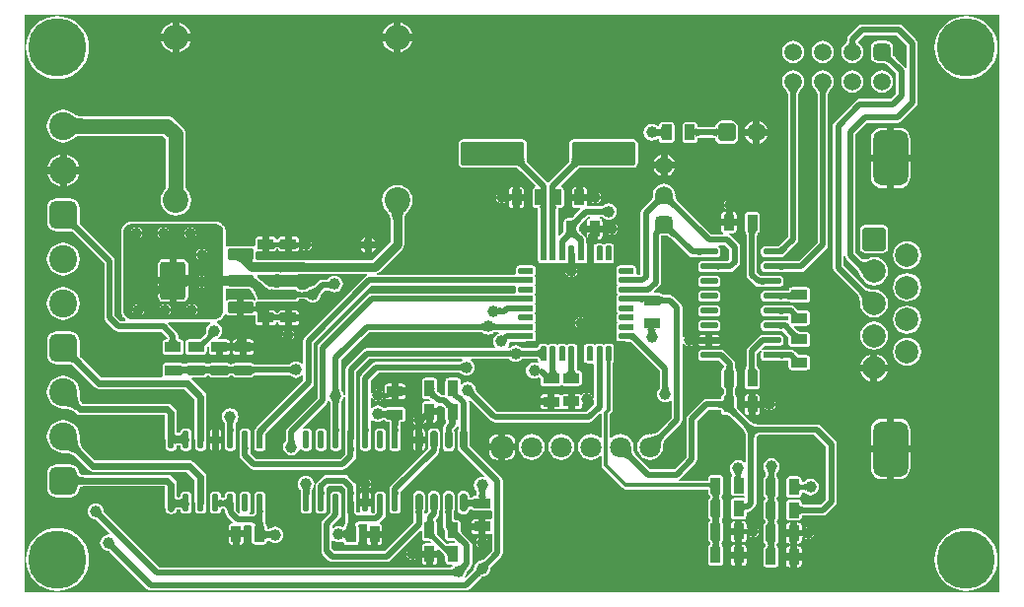
<source format=gtl>
G04*
G04 #@! TF.GenerationSoftware,Altium Limited,Altium Designer,21.2.1 (34)*
G04*
G04 Layer_Physical_Order=1*
G04 Layer_Color=255*
%FSTAX24Y24*%
%MOIN*%
G70*
G04*
G04 #@! TF.SameCoordinates,6ED15E3A-B912-4763-B2B7-C2A7582740ED*
G04*
G04*
G04 #@! TF.FilePolarity,Positive*
G04*
G01*
G75*
%ADD15C,0.0118*%
G04:AMPARAMS|DCode=17|XSize=55.1mil|YSize=35.4mil|CornerRadius=3.5mil|HoleSize=0mil|Usage=FLASHONLY|Rotation=0.000|XOffset=0mil|YOffset=0mil|HoleType=Round|Shape=RoundedRectangle|*
%AMROUNDEDRECTD17*
21,1,0.0551,0.0283,0,0,0.0*
21,1,0.0480,0.0354,0,0,0.0*
1,1,0.0071,0.0240,-0.0142*
1,1,0.0071,-0.0240,-0.0142*
1,1,0.0071,-0.0240,0.0142*
1,1,0.0071,0.0240,0.0142*
%
%ADD17ROUNDEDRECTD17*%
G04:AMPARAMS|DCode=18|XSize=55.1mil|YSize=35.4mil|CornerRadius=3.5mil|HoleSize=0mil|Usage=FLASHONLY|Rotation=270.000|XOffset=0mil|YOffset=0mil|HoleType=Round|Shape=RoundedRectangle|*
%AMROUNDEDRECTD18*
21,1,0.0551,0.0283,0,0,270.0*
21,1,0.0480,0.0354,0,0,270.0*
1,1,0.0071,-0.0142,-0.0240*
1,1,0.0071,-0.0142,0.0240*
1,1,0.0071,0.0142,0.0240*
1,1,0.0071,0.0142,-0.0240*
%
%ADD18ROUNDEDRECTD18*%
G04:AMPARAMS|DCode=19|XSize=59.1mil|YSize=22.8mil|CornerRadius=5.7mil|HoleSize=0mil|Usage=FLASHONLY|Rotation=270.000|XOffset=0mil|YOffset=0mil|HoleType=Round|Shape=RoundedRectangle|*
%AMROUNDEDRECTD19*
21,1,0.0591,0.0114,0,0,270.0*
21,1,0.0476,0.0228,0,0,270.0*
1,1,0.0114,-0.0057,-0.0238*
1,1,0.0114,-0.0057,0.0238*
1,1,0.0114,0.0057,0.0238*
1,1,0.0114,0.0057,-0.0238*
%
%ADD19ROUNDEDRECTD19*%
G04:AMPARAMS|DCode=20|XSize=59.1mil|YSize=22.8mil|CornerRadius=2.3mil|HoleSize=0mil|Usage=FLASHONLY|Rotation=270.000|XOffset=0mil|YOffset=0mil|HoleType=Round|Shape=RoundedRectangle|*
%AMROUNDEDRECTD20*
21,1,0.0591,0.0183,0,0,270.0*
21,1,0.0545,0.0228,0,0,270.0*
1,1,0.0046,-0.0091,-0.0272*
1,1,0.0046,-0.0091,0.0272*
1,1,0.0046,0.0091,0.0272*
1,1,0.0046,0.0091,-0.0272*
%
%ADD20ROUNDEDRECTD20*%
G04:AMPARAMS|DCode=21|XSize=50mil|YSize=20mil|CornerRadius=2mil|HoleSize=0mil|Usage=FLASHONLY|Rotation=270.000|XOffset=0mil|YOffset=0mil|HoleType=Round|Shape=RoundedRectangle|*
%AMROUNDEDRECTD21*
21,1,0.0500,0.0160,0,0,270.0*
21,1,0.0460,0.0200,0,0,270.0*
1,1,0.0040,-0.0080,-0.0230*
1,1,0.0040,-0.0080,0.0230*
1,1,0.0040,0.0080,0.0230*
1,1,0.0040,0.0080,-0.0230*
%
%ADD21ROUNDEDRECTD21*%
G04:AMPARAMS|DCode=22|XSize=20mil|YSize=50mil|CornerRadius=2mil|HoleSize=0mil|Usage=FLASHONLY|Rotation=270.000|XOffset=0mil|YOffset=0mil|HoleType=Round|Shape=RoundedRectangle|*
%AMROUNDEDRECTD22*
21,1,0.0200,0.0460,0,0,270.0*
21,1,0.0160,0.0500,0,0,270.0*
1,1,0.0040,-0.0230,-0.0080*
1,1,0.0040,-0.0230,0.0080*
1,1,0.0040,0.0230,0.0080*
1,1,0.0040,0.0230,-0.0080*
%
%ADD22ROUNDEDRECTD22*%
G04:AMPARAMS|DCode=23|XSize=23.6mil|YSize=61mil|CornerRadius=2.4mil|HoleSize=0mil|Usage=FLASHONLY|Rotation=0.000|XOffset=0mil|YOffset=0mil|HoleType=Round|Shape=RoundedRectangle|*
%AMROUNDEDRECTD23*
21,1,0.0236,0.0563,0,0,0.0*
21,1,0.0189,0.0610,0,0,0.0*
1,1,0.0047,0.0094,-0.0282*
1,1,0.0047,-0.0094,-0.0282*
1,1,0.0047,-0.0094,0.0282*
1,1,0.0047,0.0094,0.0282*
%
%ADD23ROUNDEDRECTD23*%
G04:AMPARAMS|DCode=24|XSize=23.6mil|YSize=61mil|CornerRadius=5.9mil|HoleSize=0mil|Usage=FLASHONLY|Rotation=0.000|XOffset=0mil|YOffset=0mil|HoleType=Round|Shape=RoundedRectangle|*
%AMROUNDEDRECTD24*
21,1,0.0236,0.0492,0,0,0.0*
21,1,0.0118,0.0610,0,0,0.0*
1,1,0.0118,0.0059,-0.0246*
1,1,0.0118,-0.0059,-0.0246*
1,1,0.0118,-0.0059,0.0246*
1,1,0.0118,0.0059,0.0246*
%
%ADD24ROUNDEDRECTD24*%
G04:AMPARAMS|DCode=25|XSize=216.5mil|YSize=78.7mil|CornerRadius=7.9mil|HoleSize=0mil|Usage=FLASHONLY|Rotation=180.000|XOffset=0mil|YOffset=0mil|HoleType=Round|Shape=RoundedRectangle|*
%AMROUNDEDRECTD25*
21,1,0.2165,0.0630,0,0,180.0*
21,1,0.2008,0.0787,0,0,180.0*
1,1,0.0157,-0.1004,0.0315*
1,1,0.0157,0.1004,0.0315*
1,1,0.0157,0.1004,-0.0315*
1,1,0.0157,-0.1004,-0.0315*
%
%ADD25ROUNDEDRECTD25*%
G04:AMPARAMS|DCode=26|XSize=59.1mil|YSize=21.7mil|CornerRadius=5.4mil|HoleSize=0mil|Usage=FLASHONLY|Rotation=180.000|XOffset=0mil|YOffset=0mil|HoleType=Round|Shape=RoundedRectangle|*
%AMROUNDEDRECTD26*
21,1,0.0591,0.0108,0,0,180.0*
21,1,0.0482,0.0217,0,0,180.0*
1,1,0.0108,-0.0241,0.0054*
1,1,0.0108,0.0241,0.0054*
1,1,0.0108,0.0241,-0.0054*
1,1,0.0108,-0.0241,-0.0054*
%
%ADD26ROUNDEDRECTD26*%
G04:AMPARAMS|DCode=27|XSize=59.1mil|YSize=21.7mil|CornerRadius=2.2mil|HoleSize=0mil|Usage=FLASHONLY|Rotation=180.000|XOffset=0mil|YOffset=0mil|HoleType=Round|Shape=RoundedRectangle|*
%AMROUNDEDRECTD27*
21,1,0.0591,0.0173,0,0,180.0*
21,1,0.0547,0.0217,0,0,180.0*
1,1,0.0043,-0.0274,0.0087*
1,1,0.0043,0.0274,0.0087*
1,1,0.0043,0.0274,-0.0087*
1,1,0.0043,-0.0274,-0.0087*
%
%ADD27ROUNDEDRECTD27*%
G04:AMPARAMS|DCode=28|XSize=84.6mil|YSize=128mil|CornerRadius=8.5mil|HoleSize=0mil|Usage=FLASHONLY|Rotation=180.000|XOffset=0mil|YOffset=0mil|HoleType=Round|Shape=RoundedRectangle|*
%AMROUNDEDRECTD28*
21,1,0.0846,0.1110,0,0,180.0*
21,1,0.0677,0.1280,0,0,180.0*
1,1,0.0169,-0.0339,0.0555*
1,1,0.0169,0.0339,0.0555*
1,1,0.0169,0.0339,-0.0555*
1,1,0.0169,-0.0339,-0.0555*
%
%ADD28ROUNDEDRECTD28*%
G04:AMPARAMS|DCode=29|XSize=84.6mil|YSize=37.4mil|CornerRadius=3.7mil|HoleSize=0mil|Usage=FLASHONLY|Rotation=180.000|XOffset=0mil|YOffset=0mil|HoleType=Round|Shape=RoundedRectangle|*
%AMROUNDEDRECTD29*
21,1,0.0846,0.0299,0,0,180.0*
21,1,0.0772,0.0374,0,0,180.0*
1,1,0.0075,-0.0386,0.0150*
1,1,0.0075,0.0386,0.0150*
1,1,0.0075,0.0386,-0.0150*
1,1,0.0075,-0.0386,-0.0150*
%
%ADD29ROUNDEDRECTD29*%
%ADD58C,0.0394*%
%ADD59C,0.0230*%
%ADD60C,0.0200*%
%ADD61C,0.0500*%
%ADD62C,0.0300*%
%ADD63C,0.0150*%
G04:AMPARAMS|DCode=64|XSize=187.4mil|YSize=118.1mil|CornerRadius=29.5mil|HoleSize=0mil|Usage=FLASHONLY|Rotation=90.000|XOffset=0mil|YOffset=0mil|HoleType=Round|Shape=RoundedRectangle|*
%AMROUNDEDRECTD64*
21,1,0.1874,0.0591,0,0,90.0*
21,1,0.1283,0.1181,0,0,90.0*
1,1,0.0591,0.0295,0.0642*
1,1,0.0591,0.0295,-0.0642*
1,1,0.0591,-0.0295,-0.0642*
1,1,0.0591,-0.0295,0.0642*
%
%ADD64ROUNDEDRECTD64*%
%ADD65C,0.0787*%
G04:AMPARAMS|DCode=66|XSize=78.7mil|YSize=78.7mil|CornerRadius=7.9mil|HoleSize=0mil|Usage=FLASHONLY|Rotation=0.000|XOffset=0mil|YOffset=0mil|HoleType=Round|Shape=RoundedRectangle|*
%AMROUNDEDRECTD66*
21,1,0.0787,0.0630,0,0,0.0*
21,1,0.0630,0.0787,0,0,0.0*
1,1,0.0157,0.0315,-0.0315*
1,1,0.0157,-0.0315,-0.0315*
1,1,0.0157,-0.0315,0.0315*
1,1,0.0157,0.0315,0.0315*
%
%ADD66ROUNDEDRECTD66*%
G04:AMPARAMS|DCode=67|XSize=94.5mil|YSize=94.5mil|CornerRadius=23.6mil|HoleSize=0mil|Usage=FLASHONLY|Rotation=270.000|XOffset=0mil|YOffset=0mil|HoleType=Round|Shape=RoundedRectangle|*
%AMROUNDEDRECTD67*
21,1,0.0945,0.0472,0,0,270.0*
21,1,0.0472,0.0945,0,0,270.0*
1,1,0.0472,-0.0236,-0.0236*
1,1,0.0472,-0.0236,0.0236*
1,1,0.0472,0.0236,0.0236*
1,1,0.0472,0.0236,-0.0236*
%
%ADD67ROUNDEDRECTD67*%
%ADD68C,0.0945*%
%ADD69C,0.0866*%
G04:AMPARAMS|DCode=70|XSize=59.1mil|YSize=59.1mil|CornerRadius=14.8mil|HoleSize=0mil|Usage=FLASHONLY|Rotation=90.000|XOffset=0mil|YOffset=0mil|HoleType=Round|Shape=RoundedRectangle|*
%AMROUNDEDRECTD70*
21,1,0.0591,0.0295,0,0,90.0*
21,1,0.0295,0.0591,0,0,90.0*
1,1,0.0295,0.0148,0.0148*
1,1,0.0295,0.0148,-0.0148*
1,1,0.0295,-0.0148,-0.0148*
1,1,0.0295,-0.0148,0.0148*
%
%ADD70ROUNDEDRECTD70*%
%ADD71C,0.0591*%
G04:AMPARAMS|DCode=72|XSize=63mil|YSize=63mil|CornerRadius=15.7mil|HoleSize=0mil|Usage=FLASHONLY|Rotation=0.000|XOffset=0mil|YOffset=0mil|HoleType=Round|Shape=RoundedRectangle|*
%AMROUNDEDRECTD72*
21,1,0.0630,0.0315,0,0,0.0*
21,1,0.0315,0.0630,0,0,0.0*
1,1,0.0315,0.0157,-0.0157*
1,1,0.0315,-0.0157,-0.0157*
1,1,0.0315,-0.0157,0.0157*
1,1,0.0315,0.0157,0.0157*
%
%ADD72ROUNDEDRECTD72*%
%ADD73C,0.0630*%
G04:AMPARAMS|DCode=74|XSize=70.9mil|YSize=70.9mil|CornerRadius=17.7mil|HoleSize=0mil|Usage=FLASHONLY|Rotation=0.000|XOffset=0mil|YOffset=0mil|HoleType=Round|Shape=RoundedRectangle|*
%AMROUNDEDRECTD74*
21,1,0.0709,0.0354,0,0,0.0*
21,1,0.0354,0.0709,0,0,0.0*
1,1,0.0354,0.0177,-0.0177*
1,1,0.0354,-0.0177,-0.0177*
1,1,0.0354,-0.0177,0.0177*
1,1,0.0354,0.0177,0.0177*
%
%ADD74ROUNDEDRECTD74*%
%ADD75C,0.0709*%
G04:AMPARAMS|DCode=76|XSize=59.1mil|YSize=59.1mil|CornerRadius=14.8mil|HoleSize=0mil|Usage=FLASHONLY|Rotation=180.000|XOffset=0mil|YOffset=0mil|HoleType=Round|Shape=RoundedRectangle|*
%AMROUNDEDRECTD76*
21,1,0.0591,0.0295,0,0,180.0*
21,1,0.0295,0.0591,0,0,180.0*
1,1,0.0295,-0.0148,0.0148*
1,1,0.0295,0.0148,0.0148*
1,1,0.0295,0.0148,-0.0148*
1,1,0.0295,-0.0148,-0.0148*
%
%ADD76ROUNDEDRECTD76*%
%ADD77C,0.1969*%
G36*
X050707Y014914D02*
X017764D01*
Y034471D01*
X050707D01*
Y014914D01*
D02*
G37*
%LPC*%
G36*
X047301Y034137D02*
X047301Y034137D01*
X046061D01*
X046061Y034137D01*
X045991Y034123D01*
X045932Y034084D01*
X045932Y034084D01*
X045612Y033764D01*
X045573Y033705D01*
X045559Y033635D01*
X045559Y033635D01*
Y033589D01*
X045559Y033589D01*
X045556Y033571D01*
X045553Y033555D01*
X04555Y033543D01*
X045547Y033533D01*
X045544Y033527D01*
X045541Y033524D01*
X04554Y033523D01*
X045535Y033519D01*
X045534Y033518D01*
X045474Y033472D01*
X045414Y033394D01*
X045376Y033303D01*
X045364Y033205D01*
X045376Y033107D01*
X045414Y033016D01*
X045474Y032938D01*
X045552Y032878D01*
X045643Y032841D01*
X045741Y032828D01*
X045838Y032841D01*
X045929Y032878D01*
X046008Y032938D01*
X046068Y033016D01*
X046105Y033107D01*
X046118Y033205D01*
X046105Y033303D01*
X046068Y033394D01*
X046008Y033472D01*
X045948Y033518D01*
X045947Y033519D01*
X045944Y033521D01*
X045936Y033572D01*
X046136Y033773D01*
X047225D01*
X047579Y03342D01*
Y032686D01*
X047529Y032671D01*
X04752Y032684D01*
X04752Y032684D01*
X047198Y033006D01*
X047164Y033042D01*
X047139Y033073D01*
X04712Y0331D01*
X047119Y033102D01*
Y033353D01*
X047102Y033441D01*
X047052Y033516D01*
X046977Y033566D01*
X046888Y033583D01*
X046593D01*
X046505Y033566D01*
X04643Y033516D01*
X04638Y033441D01*
X046362Y033353D01*
Y033057D01*
X04638Y032969D01*
X04643Y032894D01*
X046505Y032844D01*
X046593Y032827D01*
X046844D01*
X046846Y032826D01*
X046872Y032807D01*
X046932Y032757D01*
X047209Y03248D01*
Y031791D01*
X047035Y031617D01*
X04599D01*
X04592Y031603D01*
X045861Y031563D01*
X045861Y031563D01*
X045132Y030834D01*
X045093Y030775D01*
X045079Y030705D01*
X045079Y030705D01*
Y025903D01*
X045079Y025903D01*
X045093Y025834D01*
X045132Y025774D01*
X045926Y02498D01*
X045939Y024963D01*
X045952Y02494D01*
X045964Y024914D01*
X045974Y024886D01*
X045983Y024854D01*
X045989Y02482D01*
X045994Y024782D01*
X045997Y024741D01*
X045997Y02471D01*
X045995Y024693D01*
X046011Y024569D01*
X046059Y024454D01*
X046135Y024356D01*
X046233Y02428D01*
X046348Y024232D01*
X046472Y024216D01*
X046595Y024232D01*
X04671Y02428D01*
X046809Y024356D01*
X046884Y024454D01*
X046932Y024569D01*
X046948Y024693D01*
X046932Y024816D01*
X046884Y024931D01*
X046809Y025029D01*
X04671Y025105D01*
X046595Y025153D01*
X046472Y025169D01*
X046454Y025167D01*
X046423Y025167D01*
X046382Y02517D01*
X046345Y025175D01*
X04631Y025181D01*
X046278Y02519D01*
X04625Y0252D01*
X046224Y025212D01*
X046201Y025225D01*
X046184Y025238D01*
X045443Y025979D01*
Y026308D01*
X045493Y026312D01*
X045503Y026265D01*
X045542Y026206D01*
X045874Y025874D01*
X045902Y025838D01*
X045918Y025814D01*
X04602Y025629D01*
X046041Y025585D01*
X046042Y025584D01*
X046042Y025584D01*
X046044Y02558D01*
X046059Y025545D01*
X046135Y025446D01*
X046233Y02537D01*
X046348Y025323D01*
X046472Y025307D01*
X046595Y025323D01*
X04671Y02537D01*
X046809Y025446D01*
X046884Y025545D01*
X046932Y02566D01*
X046948Y025783D01*
X046932Y025906D01*
X046884Y026021D01*
X046809Y02612D01*
X04671Y026196D01*
X046595Y026243D01*
X046472Y02626D01*
X046348Y026243D01*
X04626Y026207D01*
X046259Y026206D01*
X046254Y026204D01*
X046233Y026196D01*
X046231Y026194D01*
X046226Y026192D01*
X046199Y026182D01*
X046174Y026177D01*
X046151Y026174D01*
X046131Y026175D01*
X046111Y026179D01*
X046093Y026186D01*
X046074Y026195D01*
X046056Y026208D01*
X045853Y026411D01*
Y03042D01*
X046236Y030803D01*
X047271D01*
X047271Y030803D01*
X047341Y030817D01*
X0474Y030856D01*
X04789Y031346D01*
X04789Y031346D01*
X047929Y031405D01*
X047943Y031475D01*
X047943Y031475D01*
Y033495D01*
X047929Y033565D01*
X04789Y033624D01*
X04789Y033624D01*
X04743Y034084D01*
X047371Y034123D01*
X047301Y034137D01*
D02*
G37*
G36*
X023001Y034192D02*
Y03381D01*
X023384D01*
X023381Y033825D01*
X02333Y03395D01*
X023248Y034057D01*
X023141Y034139D01*
X023016Y03419D01*
X023001Y034192D01*
D02*
G37*
G36*
X022765D02*
X022749Y03419D01*
X022625Y034139D01*
X022518Y034057D01*
X022436Y03395D01*
X022384Y033825D01*
X022382Y03381D01*
X022765D01*
Y034192D01*
D02*
G37*
G36*
X030481Y034192D02*
Y03381D01*
X030864D01*
X030862Y033825D01*
X03081Y03395D01*
X030728Y034057D01*
X030621Y034139D01*
X030497Y03419D01*
X030481Y034192D01*
D02*
G37*
G36*
X030245Y034192D02*
X03023Y03419D01*
X030105Y034139D01*
X029998Y034057D01*
X029916Y03395D01*
X029865Y033825D01*
X029862Y03381D01*
X030245D01*
Y034192D01*
D02*
G37*
G36*
Y033574D02*
X029862D01*
X029865Y033558D01*
X029916Y033434D01*
X029998Y033327D01*
X030105Y033245D01*
X03023Y033193D01*
X030245Y033191D01*
Y033574D01*
D02*
G37*
G36*
X023384Y033574D02*
X023001D01*
Y033191D01*
X023016Y033193D01*
X023141Y033245D01*
X023248Y033327D01*
X02333Y033434D01*
X023381Y033558D01*
X023384Y033574D01*
D02*
G37*
G36*
X022765D02*
X022382D01*
X022384Y033558D01*
X022436Y033434D01*
X022518Y033327D01*
X022625Y033245D01*
X022749Y033193D01*
X022765Y033191D01*
Y033574D01*
D02*
G37*
G36*
X030864Y033574D02*
X030481D01*
Y033191D01*
X030497Y033193D01*
X030621Y033245D01*
X030728Y033327D01*
X03081Y033434D01*
X030862Y033558D01*
X030864Y033574D01*
D02*
G37*
G36*
X044741Y033582D02*
X044643Y033569D01*
X044552Y033532D01*
X044474Y033472D01*
X044414Y033394D01*
X044376Y033303D01*
X044364Y033205D01*
X044376Y033107D01*
X044414Y033016D01*
X044474Y032938D01*
X044552Y032878D01*
X044643Y032841D01*
X044741Y032828D01*
X044839Y032841D01*
X044929Y032878D01*
X045008Y032938D01*
X045068Y033016D01*
X045105Y033107D01*
X045118Y033205D01*
X045105Y033303D01*
X045068Y033394D01*
X045008Y033472D01*
X044929Y033532D01*
X044839Y033569D01*
X044741Y033582D01*
D02*
G37*
G36*
X043741D02*
X043643Y033569D01*
X043552Y033532D01*
X043474Y033472D01*
X043414Y033394D01*
X043376Y033303D01*
X043364Y033205D01*
X043376Y033107D01*
X043414Y033016D01*
X043474Y032938D01*
X043552Y032878D01*
X043643Y032841D01*
X043741Y032828D01*
X043839Y032841D01*
X043929Y032878D01*
X044008Y032938D01*
X044068Y033016D01*
X044105Y033107D01*
X044118Y033205D01*
X044105Y033303D01*
X044068Y033394D01*
X044008Y033472D01*
X043929Y033532D01*
X043839Y033569D01*
X043741Y033582D01*
D02*
G37*
G36*
X04959Y03442D02*
X049423Y034407D01*
X04926Y034368D01*
X049106Y034304D01*
X048963Y034217D01*
X048836Y034108D01*
X048727Y033981D01*
X04864Y033838D01*
X048576Y033683D01*
X048537Y033521D01*
X048523Y033354D01*
X048537Y033187D01*
X048576Y033024D01*
X04864Y03287D01*
X048727Y032727D01*
X048836Y0326D01*
X048963Y032491D01*
X049106Y032404D01*
X04926Y03234D01*
X049423Y032301D01*
X04959Y032288D01*
X049757Y032301D01*
X049919Y03234D01*
X050074Y032404D01*
X050217Y032491D01*
X050344Y0326D01*
X050452Y032727D01*
X05054Y03287D01*
X050604Y033024D01*
X050643Y033187D01*
X050656Y033354D01*
X050643Y033521D01*
X050604Y033683D01*
X05054Y033838D01*
X050452Y033981D01*
X050344Y034108D01*
X050217Y034217D01*
X050074Y034304D01*
X049919Y034368D01*
X049757Y034407D01*
X04959Y03442D01*
D02*
G37*
G36*
X018881D02*
X018714Y034407D01*
X018552Y034368D01*
X018397Y034304D01*
X018254Y034217D01*
X018127Y034108D01*
X018018Y033981D01*
X017931Y033838D01*
X017867Y033683D01*
X017828Y033521D01*
X017815Y033354D01*
X017828Y033187D01*
X017867Y033024D01*
X017931Y03287D01*
X018018Y032727D01*
X018127Y0326D01*
X018254Y032491D01*
X018397Y032404D01*
X018552Y03234D01*
X018714Y032301D01*
X018881Y032288D01*
X019048Y032301D01*
X019211Y03234D01*
X019365Y032404D01*
X019508Y032491D01*
X019635Y0326D01*
X019744Y032727D01*
X019831Y03287D01*
X019895Y033024D01*
X019934Y033187D01*
X019947Y033354D01*
X019934Y033521D01*
X019895Y033683D01*
X019831Y033838D01*
X019744Y033981D01*
X019635Y034108D01*
X019508Y034217D01*
X019365Y034304D01*
X019211Y034368D01*
X019048Y034407D01*
X018881Y03442D01*
D02*
G37*
G36*
X046741Y032582D02*
X046643Y032569D01*
X046552Y032532D01*
X046474Y032472D01*
X046414Y032394D01*
X046376Y032303D01*
X046364Y032205D01*
X046376Y032107D01*
X046414Y032016D01*
X046474Y031938D01*
X046552Y031878D01*
X046643Y031841D01*
X046741Y031828D01*
X046838Y031841D01*
X046929Y031878D01*
X047008Y031938D01*
X047068Y032016D01*
X047105Y032107D01*
X047118Y032205D01*
X047105Y032303D01*
X047068Y032394D01*
X047008Y032472D01*
X046929Y032532D01*
X046838Y032569D01*
X046741Y032582D01*
D02*
G37*
G36*
X045741D02*
X045643Y032569D01*
X045552Y032532D01*
X045474Y032472D01*
X045414Y032394D01*
X045376Y032303D01*
X045364Y032205D01*
X045376Y032107D01*
X045414Y032016D01*
X045474Y031938D01*
X045552Y031878D01*
X045643Y031841D01*
X045741Y031828D01*
X045838Y031841D01*
X045929Y031878D01*
X046008Y031938D01*
X046068Y032016D01*
X046105Y032107D01*
X046118Y032205D01*
X046105Y032303D01*
X046068Y032394D01*
X046008Y032472D01*
X045929Y032532D01*
X045838Y032569D01*
X045741Y032582D01*
D02*
G37*
G36*
X039609Y030836D02*
X039325D01*
X039281Y030828D01*
X039243Y030802D01*
X039218Y030765D01*
X039209Y03072D01*
Y030699D01*
X039188Y030684D01*
X039165Y030673D01*
X039162Y030672D01*
X039159Y030673D01*
X039159Y030674D01*
X039157Y030676D01*
X039099Y030721D01*
X039032Y030748D01*
X03896Y030758D01*
X038888Y030748D01*
X038821Y030721D01*
X038763Y030676D01*
X038719Y030619D01*
X038691Y030552D01*
X038682Y03048D01*
X038691Y030408D01*
X038719Y030341D01*
X038763Y030283D01*
X038821Y030239D01*
X038888Y030211D01*
X03896Y030202D01*
X039032Y030211D01*
X039099Y030239D01*
X039157Y030283D01*
X039159Y030286D01*
X039159Y030286D01*
X039162Y030288D01*
X039165Y030287D01*
X039188Y030276D01*
X039209Y03026D01*
Y03024D01*
X039218Y030195D01*
X039243Y030157D01*
X039281Y030132D01*
X039325Y030123D01*
X039609D01*
X039653Y030132D01*
X039691Y030157D01*
X039716Y030195D01*
X039725Y03024D01*
Y03072D01*
X039716Y030765D01*
X039691Y030802D01*
X039653Y030828D01*
X039609Y030836D01*
D02*
G37*
G36*
X041649Y030878D02*
X041334D01*
X041242Y03086D01*
X041164Y030808D01*
X041111Y03073D01*
X041102Y03068D01*
X041096Y030677D01*
X041084Y030672D01*
X041065Y030668D01*
X041041Y030664D01*
X041024Y030662D01*
X040586D01*
X040569Y030664D01*
X040546Y030667D01*
X040528Y030672D01*
X040517Y030677D01*
X040513Y030679D01*
Y03072D01*
X040504Y030765D01*
X040479Y030802D01*
X040441Y030828D01*
X040396Y030836D01*
X040113D01*
X040068Y030828D01*
X040031Y030802D01*
X040005Y030765D01*
X039996Y03072D01*
Y03024D01*
X040005Y030195D01*
X040031Y030157D01*
X040068Y030132D01*
X040113Y030123D01*
X040396D01*
X040441Y030132D01*
X040479Y030157D01*
X040504Y030195D01*
X040513Y03024D01*
Y030281D01*
X040517Y030283D01*
X040528Y030288D01*
X040546Y030292D01*
X040569Y030296D01*
X040586Y030298D01*
X041024D01*
X041041Y030296D01*
X041065Y030292D01*
X041084Y030287D01*
X041096Y030283D01*
X041102Y03028D01*
X041111Y03023D01*
X041164Y030152D01*
X041242Y0301D01*
X041334Y030082D01*
X041649D01*
X041741Y0301D01*
X041819Y030152D01*
X041871Y03023D01*
X04189Y030322D01*
Y030637D01*
X041871Y03073D01*
X041819Y030808D01*
X041741Y03086D01*
X041649Y030878D01*
D02*
G37*
G36*
X042609Y030857D02*
Y030598D01*
X042869D01*
X042835Y030678D01*
X042772Y030761D01*
X04269Y030824D01*
X042609Y030857D01*
D02*
G37*
G36*
X042373D02*
X042293Y030824D01*
X042211Y030761D01*
X042147Y030678D01*
X042114Y030598D01*
X042373D01*
Y030857D01*
D02*
G37*
G36*
X042869Y030362D02*
X042609D01*
Y030103D01*
X04269Y030136D01*
X042772Y030199D01*
X042835Y030281D01*
X042869Y030362D01*
D02*
G37*
G36*
X042373D02*
X042114D01*
X042147Y030281D01*
X042211Y030199D01*
X042293Y030136D01*
X042373Y030103D01*
Y030362D01*
D02*
G37*
G36*
X047326Y030631D02*
X047149D01*
Y02973D01*
X047703D01*
Y030254D01*
X04769Y030351D01*
X047653Y030442D01*
X047593Y03052D01*
X047515Y03058D01*
X047424Y030618D01*
X047326Y030631D01*
D02*
G37*
G36*
X046913D02*
X046735D01*
X046638Y030618D01*
X046547Y03058D01*
X046469Y03052D01*
X046409Y030442D01*
X046371Y030351D01*
X046358Y030254D01*
Y02973D01*
X046913D01*
Y030631D01*
D02*
G37*
G36*
X039498Y029723D02*
Y029485D01*
X039736D01*
X039707Y029556D01*
X039647Y029634D01*
X039569Y029694D01*
X039498Y029723D01*
D02*
G37*
G36*
X039262Y029723D02*
X039191Y029694D01*
X039113Y029634D01*
X039053Y029556D01*
X039024Y029485D01*
X039262D01*
Y029723D01*
D02*
G37*
G36*
X019196Y029733D02*
Y029311D01*
X019618D01*
X019615Y029336D01*
X019559Y02947D01*
X019471Y029586D01*
X019356Y029674D01*
X019222Y029729D01*
X019196Y029733D01*
D02*
G37*
G36*
X01896Y029733D02*
X018934Y029729D01*
X0188Y029674D01*
X018685Y029586D01*
X018597Y02947D01*
X018541Y029336D01*
X018538Y029311D01*
X01896D01*
Y029733D01*
D02*
G37*
G36*
X039736Y029249D02*
X039498D01*
Y029011D01*
X039569Y02904D01*
X039647Y0291D01*
X039707Y029178D01*
X039736Y029249D01*
D02*
G37*
G36*
X039262D02*
X039024D01*
X039053Y029178D01*
X039113Y0291D01*
X039191Y02904D01*
X039262Y029011D01*
Y029249D01*
D02*
G37*
G36*
X038333Y030244D02*
X036325D01*
X036264Y030232D01*
X036212Y030197D01*
X036177Y030145D01*
X036165Y030083D01*
Y029486D01*
X036153Y029469D01*
X036099Y029407D01*
X035489Y028797D01*
X03548Y02879D01*
X035438D01*
X035429Y028797D01*
X034829Y029396D01*
X034792Y029436D01*
X034766Y029469D01*
X034753Y029486D01*
Y030083D01*
X034741Y030145D01*
X034706Y030197D01*
X034654Y030232D01*
X034593Y030244D01*
X032585D01*
X032524Y030232D01*
X032471Y030197D01*
X032437Y030145D01*
X032424Y030083D01*
Y029454D01*
X032437Y029392D01*
X032471Y02934D01*
X032524Y029305D01*
X032585Y029293D01*
X034376D01*
X034376Y029293D01*
X034402Y029279D01*
X034433Y029259D01*
X03455Y02916D01*
X035026Y028684D01*
X03501Y02863D01*
X034997Y028627D01*
X034959Y028602D01*
X034934Y028564D01*
X034925Y02852D01*
Y028039D01*
X034934Y027995D01*
X034959Y027957D01*
X034997Y027932D01*
X035042Y027923D01*
X035105D01*
X035109Y027912D01*
X035114Y027894D01*
X035118Y02787D01*
X035119Y027852D01*
Y026383D01*
X035121Y026375D01*
Y026153D01*
X035129Y026114D01*
X03515Y026082D01*
X035183Y02606D01*
X035222Y026052D01*
X035382D01*
X03542Y02606D01*
X035459Y026078D01*
X035498Y02606D01*
X035537Y026052D01*
X035697D01*
X035735Y02606D01*
X035774Y026078D01*
X035813Y02606D01*
X035852Y026052D01*
X036012D01*
X03605Y02606D01*
X036089Y026078D01*
X036128Y02606D01*
X036128Y02606D01*
Y026383D01*
X036365D01*
Y02606D01*
X036365Y02606D01*
X036404Y026078D01*
X036443Y02606D01*
X036481Y026052D01*
X036641D01*
X03668Y02606D01*
X036719Y026078D01*
X036758Y02606D01*
X036758Y02606D01*
Y026383D01*
Y02674D01*
X036744Y026752D01*
Y026847D01*
X03673Y026917D01*
X03669Y026976D01*
X03669Y026976D01*
X036587Y02708D01*
X036557Y027112D01*
X036534Y027141D01*
X036515Y027167D01*
X036506Y027183D01*
Y0273D01*
X036509Y027305D01*
X036527Y027331D01*
X036578Y027391D01*
X036809Y027622D01*
X036863D01*
X036868Y027572D01*
X036849Y027568D01*
X036811Y027543D01*
X036786Y027505D01*
X036777Y02746D01*
Y027338D01*
X037035D01*
X037211D01*
Y02737D01*
X037212Y027356D01*
X037217Y027343D01*
X03722Y027338D01*
X037293D01*
Y02746D01*
X037284Y027505D01*
X037259Y027543D01*
X037221Y027568D01*
X037202Y027572D01*
X037207Y027622D01*
X03726D01*
X037268Y027621D01*
X03728Y027619D01*
X03729Y027617D01*
X037298Y027614D01*
X037304Y027612D01*
X037307Y02761D01*
X037308Y02761D01*
X03731Y027607D01*
X037367Y027563D01*
X037434Y027535D01*
X037506Y027526D01*
X037578Y027535D01*
X037645Y027563D01*
X037703Y027607D01*
X037747Y027665D01*
X037775Y027732D01*
X037784Y027804D01*
X037775Y027876D01*
X037747Y027943D01*
X037703Y028001D01*
X037645Y028045D01*
X037578Y028072D01*
X037506Y028082D01*
X037434Y028072D01*
X037367Y028045D01*
X03731Y028001D01*
X037308Y027998D01*
X037307Y027997D01*
X037304Y027996D01*
X037298Y027994D01*
X03729Y027991D01*
X03728Y027989D01*
X037269Y027987D01*
X037257Y027986D01*
X036821D01*
X03678Y028036D01*
X03678Y028039D01*
Y028161D01*
X036765D01*
X036748Y028155D01*
X03673Y028144D01*
X036716Y028131D01*
X036706Y028116D01*
X0367Y028099D01*
X036697Y02808D01*
Y028161D01*
X036522D01*
X036264D01*
Y028039D01*
X036273Y027995D01*
X036298Y027957D01*
X036336Y027932D01*
X03638Y027923D01*
X036529D01*
X036548Y027877D01*
X036329Y027658D01*
X036292Y027624D01*
X036261Y027599D01*
X036234Y02758D01*
X036229Y027577D01*
X036106D01*
X036061Y027568D01*
X036024Y027543D01*
X035998Y027505D01*
X03599Y02746D01*
Y02714D01*
X035987Y027136D01*
X035968Y027109D01*
X035918Y02705D01*
X035849Y026981D01*
X035799Y027001D01*
Y027852D01*
X0358Y02787D01*
X035804Y027894D01*
X035809Y027912D01*
X035813Y027923D01*
X035876D01*
X035921Y027932D01*
X035959Y027957D01*
X035984Y027995D01*
X035993Y028039D01*
Y02852D01*
X035984Y028564D01*
X035959Y028602D01*
X035921Y028627D01*
X035909Y02863D01*
X035892Y028684D01*
X036371Y029163D01*
X036448Y02923D01*
X036484Y029258D01*
X036516Y029279D01*
X036542Y029293D01*
X036542Y029293D01*
X038333D01*
X038395Y029305D01*
X038447Y02934D01*
X038481Y029392D01*
X038494Y029454D01*
Y030083D01*
X038481Y030145D01*
X038447Y030197D01*
X038395Y030232D01*
X038333Y030244D01*
D02*
G37*
G36*
X01896Y029074D02*
X018538D01*
X018541Y029049D01*
X018597Y028915D01*
X018685Y028799D01*
X0188Y028711D01*
X018934Y028655D01*
X01896Y028652D01*
Y029074D01*
D02*
G37*
G36*
X019618D02*
X019196D01*
Y028652D01*
X019222Y028655D01*
X019356Y028711D01*
X019471Y028799D01*
X019559Y028915D01*
X019615Y029049D01*
X019618Y029074D01*
D02*
G37*
G36*
X047703Y029494D02*
X047149D01*
Y028593D01*
X047326D01*
X047424Y028606D01*
X047515Y028643D01*
X047593Y028703D01*
X047653Y028781D01*
X04769Y028872D01*
X047703Y02897D01*
Y029494D01*
D02*
G37*
G36*
X046913D02*
X046358D01*
Y02897D01*
X046371Y028872D01*
X046409Y028781D01*
X046469Y028703D01*
X046547Y028643D01*
X046638Y028606D01*
X046735Y028593D01*
X046913D01*
Y029494D01*
D02*
G37*
G36*
X033954Y02847D02*
Y02828D01*
Y028089D01*
X033981Y028094D01*
X034046Y028138D01*
X034054Y02815D01*
X034053Y028149D01*
X034045Y028142D01*
Y028179D01*
X034019Y02818D01*
Y02838D01*
X034045Y02838D01*
Y028417D01*
X034053Y02841D01*
X034054Y028409D01*
X034046Y028421D01*
X033981Y028465D01*
X033954Y02847D01*
D02*
G37*
G36*
X036664Y028636D02*
X03664D01*
Y028398D01*
X036697D01*
Y02848D01*
X0367Y028461D01*
X036706Y028444D01*
X036716Y028429D01*
X03673Y028416D01*
X036748Y028405D01*
X036765Y028398D01*
X03678D01*
Y02852D01*
X036771Y028564D01*
X036746Y028602D01*
X036708Y028627D01*
X036664Y028636D01*
D02*
G37*
G36*
X034538D02*
X034514D01*
Y028398D01*
X034654D01*
Y02852D01*
X034645Y028564D01*
X03462Y028602D01*
X034582Y028627D01*
X034538Y028636D01*
D02*
G37*
G36*
X036404D02*
X03638D01*
X036336Y028627D01*
X036298Y028602D01*
X036273Y028564D01*
X036264Y02852D01*
Y028398D01*
X036404D01*
Y028636D01*
D02*
G37*
G36*
X037104Y02847D02*
Y02833D01*
X037244D01*
X037239Y028356D01*
X037195Y028421D01*
X03713Y028465D01*
X037104Y02847D01*
D02*
G37*
G36*
X037004D02*
X036977Y028465D01*
X036912Y028421D01*
X036903Y028409D01*
X036905Y02841D01*
X036913Y028417D01*
Y02833D01*
X037004D01*
Y02847D01*
D02*
G37*
G36*
X033854D02*
X033827Y028465D01*
X033762Y028421D01*
X033719Y028356D01*
X033713Y02833D01*
X033854D01*
Y02847D01*
D02*
G37*
G36*
X037004Y02823D02*
X036913D01*
Y028142D01*
X036905Y028149D01*
X036903Y02815D01*
X036912Y028138D01*
X036977Y028094D01*
X037004Y028089D01*
Y02823D01*
D02*
G37*
G36*
X037244D02*
X037104D01*
Y028089D01*
X03713Y028094D01*
X037195Y028138D01*
X037239Y028203D01*
X037244Y02823D01*
D02*
G37*
G36*
X033854D02*
X033713D01*
X033719Y028203D01*
X033762Y028138D01*
X033827Y028094D01*
X033854Y028089D01*
Y02823D01*
D02*
G37*
G36*
X034278Y028636D02*
X034254D01*
X03421Y028627D01*
X034172Y028602D01*
X034147Y028564D01*
X034138Y02852D01*
Y028393D01*
X034148Y028396D01*
X03417Y028405D01*
X034188Y028416D01*
X034203Y028429D01*
X034213Y028444D01*
X034219Y028461D01*
X034221Y02848D01*
Y02808D01*
X034219Y028099D01*
X034213Y028116D01*
X034203Y028131D01*
X034188Y028144D01*
X03417Y028155D01*
X034148Y028164D01*
X034138Y028166D01*
Y028039D01*
X034147Y027995D01*
X034172Y027957D01*
X03421Y027932D01*
X034254Y027923D01*
X034278D01*
Y02828D01*
Y028636D01*
D02*
G37*
G36*
X041641Y028209D02*
Y028068D01*
X041782D01*
X041776Y028095D01*
X041733Y02816D01*
X041668Y028204D01*
X041641Y028209D01*
D02*
G37*
G36*
X041541D02*
X041514Y028204D01*
X041449Y02816D01*
X041406Y028095D01*
X0414Y028068D01*
X041541D01*
Y028209D01*
D02*
G37*
G36*
X034654Y028161D02*
X034514D01*
Y027923D01*
X034538D01*
X034582Y027932D01*
X03462Y027957D01*
X034645Y027995D01*
X034654Y028039D01*
Y028161D01*
D02*
G37*
G36*
X041782Y027968D02*
X0414D01*
X041406Y027942D01*
X041449Y027876D01*
X041461Y027868D01*
X04146Y02787D01*
X041453Y027878D01*
X04149D01*
X041491Y027905D01*
X041691D01*
X041691Y027878D01*
X041729D01*
X041722Y02787D01*
X041721Y027868D01*
X041733Y027876D01*
X041776Y027942D01*
X041782Y027968D01*
D02*
G37*
G36*
X041471Y027853D02*
X041479Y027803D01*
X041482Y027819D01*
X041482Y027822D01*
X041477Y027836D01*
X041473Y027849D01*
X041471Y027853D01*
D02*
G37*
G36*
X041711D02*
X04171Y027849D01*
X041705Y027836D01*
X0417Y027822D01*
X041697Y027807D01*
X041697Y027806D01*
X041698Y027785D01*
X041703Y027763D01*
X041708Y027743D01*
X041714Y027727D01*
X041721Y027713D01*
X041729Y027703D01*
X041738Y027695D01*
X041405D01*
X041421Y027707D01*
X041436Y027722D01*
X041449Y027738D01*
X04146Y027756D01*
X041469Y027776D01*
X041474Y027788D01*
X041473Y027787D01*
X04143D01*
X041385Y027778D01*
X041347Y027752D01*
X041322Y027715D01*
X041313Y02767D01*
Y027548D01*
X041571D01*
X041829D01*
Y02767D01*
X041821Y027715D01*
X041795Y027752D01*
X041758Y027778D01*
X041713Y027787D01*
X041709D01*
X041702Y027796D01*
X041711Y027853D01*
D02*
G37*
G36*
X019078Y031248D02*
X018934Y03123D01*
X0188Y031174D01*
X018685Y031086D01*
X018597Y03097D01*
X018541Y030836D01*
X018522Y030693D01*
X018541Y030549D01*
X018597Y030415D01*
X018685Y030299D01*
X0188Y030211D01*
X018934Y030156D01*
X019078Y030137D01*
X019222Y030156D01*
X019356Y030211D01*
X019471Y030299D01*
X019485Y030318D01*
X01949Y030322D01*
X019502Y03033D01*
X019519Y030338D01*
X019541Y030347D01*
X019567Y030354D01*
X019599Y030361D01*
X019634Y030366D01*
X019714Y030372D01*
X022453D01*
X022551Y030273D01*
Y028738D01*
X02255Y028705D01*
X022545Y028633D01*
X02254Y028605D01*
X022536Y028582D01*
X022531Y028564D01*
X022526Y028552D01*
X022525Y02855D01*
X022518Y028545D01*
X022436Y028438D01*
X022384Y028313D01*
X022367Y02818D01*
X022384Y028046D01*
X022436Y027922D01*
X022518Y027815D01*
X022625Y027733D01*
X022749Y027681D01*
X022883Y027664D01*
X023016Y027681D01*
X023141Y027733D01*
X023248Y027815D01*
X02333Y027922D01*
X023381Y028046D01*
X023399Y02818D01*
X023381Y028313D01*
X02333Y028438D01*
X023248Y028545D01*
X023241Y02855D01*
X02324Y028552D01*
X023235Y028564D01*
X02323Y028582D01*
X023225Y028605D01*
X023221Y028632D01*
X023214Y028736D01*
Y03041D01*
X023203Y030496D01*
X02317Y030576D01*
X023117Y030645D01*
X022824Y030938D01*
X022756Y03099D01*
X022676Y031023D01*
X02259Y031035D01*
X019699D01*
X01962Y03104D01*
X019584Y031045D01*
X019552Y031051D01*
X019525Y031058D01*
X019502Y031066D01*
X019485Y031074D01*
X019476Y031079D01*
X019471Y031086D01*
X019356Y031174D01*
X019222Y03123D01*
X019078Y031248D01*
D02*
G37*
G36*
X037666Y027411D02*
Y02727D01*
X037807D01*
X037801Y027297D01*
X037758Y027362D01*
X037693Y027406D01*
X037666Y027411D01*
D02*
G37*
G36*
X037566D02*
X037539Y027406D01*
X037474Y027362D01*
X037464Y027348D01*
X037475Y027358D01*
Y02727D01*
X037566D01*
Y027411D01*
D02*
G37*
G36*
Y02717D02*
X037475D01*
Y027082D01*
X037464Y027093D01*
X037474Y027078D01*
X037539Y027035D01*
X037566Y027029D01*
Y02717D01*
D02*
G37*
G36*
X037293Y027102D02*
X03722D01*
X037217Y027097D01*
X037212Y027084D01*
X037211Y02707D01*
Y027102D01*
X037153D01*
Y026864D01*
X037177D01*
X037221Y026872D01*
X037259Y026898D01*
X037284Y026935D01*
X037293Y02698D01*
Y027102D01*
D02*
G37*
G36*
X037807Y02717D02*
X037666D01*
Y027029D01*
X037693Y027035D01*
X037758Y027078D01*
X037801Y027143D01*
X037807Y02717D01*
D02*
G37*
G36*
X036917Y027102D02*
X036777D01*
Y02698D01*
X036786Y026935D01*
X036804Y026909D01*
X036816Y027079D01*
X036822Y027089D01*
X036829Y027084D01*
X036838Y027065D01*
X036848Y02703D01*
X036858Y02698D01*
X036917Y026968D01*
Y027102D01*
D02*
G37*
G36*
X026562Y026958D02*
X02644D01*
X026395Y026949D01*
X026358Y026924D01*
X026332Y026886D01*
X026325Y026852D01*
X026275D01*
X026268Y026886D01*
X026242Y026924D01*
X026205Y026949D01*
X02616Y026958D01*
X026038D01*
Y0267D01*
Y026442D01*
X02616D01*
X026205Y02645D01*
X026242Y026476D01*
X026268Y026513D01*
X026275Y026548D01*
X026325D01*
X026332Y026513D01*
X026358Y026476D01*
X026395Y02645D01*
X02644Y026442D01*
X026562D01*
Y0267D01*
Y026958D01*
D02*
G37*
G36*
X029498Y026926D02*
Y026795D01*
X029629D01*
X029621Y026816D01*
X029577Y026874D01*
X029519Y026918D01*
X029498Y026926D01*
D02*
G37*
G36*
X029262Y026926D02*
X029241Y026918D01*
X029183Y026874D01*
X029139Y026816D01*
X029131Y026795D01*
X029262D01*
Y026926D01*
D02*
G37*
G36*
X02692Y026958D02*
X026798D01*
Y0267D01*
Y026442D01*
X02692D01*
X026965Y02645D01*
X027002Y026476D01*
X027028Y026513D01*
X027037Y026558D01*
Y026597D01*
X027026Y026594D01*
X027009Y026587D01*
X026993Y026579D01*
X026979Y02657D01*
X026967Y026559D01*
X026955Y026547D01*
X026945Y026533D01*
X026954Y02683D01*
X026955Y026816D01*
X026959Y026803D01*
X026967Y026792D01*
X026977Y026782D01*
X026991Y026774D01*
X027007Y026767D01*
X027027Y026762D01*
X027035Y02676D01*
X027036Y026761D01*
X027037Y026761D01*
Y026841D01*
X027028Y026886D01*
X027002Y026924D01*
X026965Y026949D01*
X02692Y026958D01*
D02*
G37*
G36*
X02733Y026871D02*
Y02673D01*
X027471D01*
X027466Y026757D01*
X027422Y026822D01*
X027357Y026865D01*
X02733Y026871D01*
D02*
G37*
G36*
X037586Y026713D02*
X037426D01*
X037388Y026706D01*
X037349Y026687D01*
X03731Y026706D01*
X037271Y026713D01*
X037111D01*
X037073Y026706D01*
X037034Y026687D01*
X036995Y026706D01*
X036994Y026706D01*
Y026383D01*
Y02606D01*
X036995Y02606D01*
X037034Y026078D01*
X037073Y02606D01*
X037111Y026052D01*
X037271D01*
X03731Y02606D01*
X037349Y026078D01*
X037388Y02606D01*
X037426Y026052D01*
X037586D01*
X037625Y02606D01*
X037657Y026082D01*
X037679Y026114D01*
X037687Y026153D01*
Y026613D01*
X037679Y026651D01*
X037657Y026684D01*
X037625Y026706D01*
X037586Y026713D01*
D02*
G37*
G36*
X02723Y026871D02*
X027204Y026865D01*
X027138Y026822D01*
X027129Y026807D01*
X02714Y026818D01*
Y026542D01*
X027129Y026553D01*
X027138Y026538D01*
X027204Y026495D01*
X02723Y026489D01*
Y02668D01*
Y026871D01*
D02*
G37*
G36*
X027471Y02663D02*
X02733D01*
Y026489D01*
X027357Y026495D01*
X027422Y026538D01*
X027466Y026603D01*
X027471Y02663D01*
D02*
G37*
G36*
X030363Y028696D02*
X03023Y028678D01*
X030105Y028627D01*
X029998Y028545D01*
X029916Y028438D01*
X029865Y028313D01*
X029847Y02818D01*
X029865Y028046D01*
X029916Y027922D01*
X029998Y027815D01*
X030013Y027803D01*
X030029Y027787D01*
X030051Y02776D01*
X030071Y027732D01*
X030087Y027704D01*
X030101Y027675D01*
X030113Y027645D01*
X030121Y027614D01*
X030128Y027582D01*
X03013Y027562D01*
Y02679D01*
X029505Y026165D01*
X026948D01*
X026946Y026165D01*
X02692Y02617D01*
X02644D01*
X02642Y026166D01*
X026329Y026165D01*
X026188D01*
X026186Y026165D01*
X02616Y02617D01*
X02568D01*
X025654Y026165D01*
X025613D01*
X025594Y02618D01*
X025573Y026215D01*
X025574Y026222D01*
Y026431D01*
X025624Y026458D01*
X025635Y02645D01*
X02568Y026442D01*
X025802D01*
Y0267D01*
Y026958D01*
X02568D01*
X025635Y026949D01*
X025598Y026924D01*
X025572Y026886D01*
X025563Y026841D01*
Y026649D01*
X025513Y026622D01*
X025501Y02663D01*
X025456Y026639D01*
X024684D01*
X024639Y02663D01*
X02462Y026618D01*
X02457Y026643D01*
X02457Y0271D01*
X02457Y0271D01*
Y0271D01*
X02457Y027103D01*
X02457Y027107D01*
X024566Y027153D01*
X024565Y027158D01*
Y027162D01*
X024558Y027197D01*
X024555Y027205D01*
X024553Y027212D01*
X024532Y027263D01*
X024528Y02727D01*
X024525Y027277D01*
X024494Y027323D01*
X024489Y027329D01*
X024484Y027335D01*
X024445Y027374D01*
X024439Y027379D01*
X024433Y027384D01*
X024387Y027415D01*
X02438Y027418D01*
X024373Y027422D01*
X024322Y027443D01*
X024315Y027445D01*
X024307Y027448D01*
X024253Y027459D01*
X024245D01*
X024238Y02746D01*
X02421D01*
X0214Y02746D01*
X0214Y02746D01*
X021371Y02746D01*
X021364Y027459D01*
X021356D01*
X0213Y027448D01*
X021292Y027445D01*
X021285Y027443D01*
X021232Y027421D01*
X021225Y027417D01*
X021218Y027414D01*
X021171Y027382D01*
X021165Y027376D01*
X021158Y027372D01*
X021118Y027332D01*
X021114Y027325D01*
X021108Y027319D01*
X021076Y027272D01*
X021073Y027265D01*
X021069Y027258D01*
X021047Y027205D01*
X021045Y027198D01*
X021042Y02719D01*
X021031Y027134D01*
Y027126D01*
X02103Y027119D01*
X02103Y02709D01*
Y02447D01*
X02103Y024438D01*
X021031Y024431D01*
Y024423D01*
X021044Y024361D01*
X021047Y024354D01*
X021048Y024346D01*
X021072Y024288D01*
X021077Y024281D01*
X02108Y024274D01*
X021115Y024221D01*
X02112Y024216D01*
X021125Y024209D01*
X021169Y024165D01*
X021176Y02416D01*
X021181Y024155D01*
X021185Y024152D01*
X02117Y024102D01*
X021015D01*
X020822Y024295D01*
Y026126D01*
X020822Y026126D01*
X020808Y026196D01*
X020769Y026255D01*
X019687Y027336D01*
X019669Y027357D01*
X019646Y027386D01*
X019629Y027411D01*
X019627Y027416D01*
X019632Y027456D01*
Y027929D01*
X019621Y028011D01*
X019589Y028088D01*
X019539Y028153D01*
X019473Y028204D01*
X019396Y028236D01*
X019314Y028246D01*
X018842D01*
X01876Y028236D01*
X018683Y028204D01*
X018617Y028153D01*
X018567Y028088D01*
X018535Y028011D01*
X018524Y027929D01*
Y027456D01*
X018535Y027374D01*
X018567Y027297D01*
X018617Y027232D01*
X018683Y027181D01*
X01876Y027149D01*
X018842Y027139D01*
X019314D01*
X019346Y027143D01*
X019352Y02714D01*
X019376Y027123D01*
X019431Y027077D01*
X020458Y02605D01*
Y02422D01*
X020458Y02422D01*
X020472Y02415D01*
X020511Y024091D01*
X020811Y023791D01*
X020811Y023791D01*
X02087Y023752D01*
X02094Y023738D01*
X02094Y023738D01*
X022388D01*
X022594Y023532D01*
X022591Y023515D01*
X022586Y023497D01*
X022581Y023486D01*
X022579Y023482D01*
X02255D01*
X022505Y023473D01*
X022468Y023448D01*
X022442Y02341D01*
X022433Y023365D01*
Y023082D01*
X022442Y023037D01*
X022468Y023D01*
X022505Y022974D01*
X02255Y022966D01*
X02303D01*
X023075Y022974D01*
X023112Y023D01*
X023138Y023037D01*
X023147Y023082D01*
Y023365D01*
X023138Y02341D01*
X023112Y023448D01*
X023075Y023473D01*
X02303Y023482D01*
X022978D01*
X022975Y023486D01*
X022971Y023497D01*
X022966Y023515D01*
X022962Y023538D01*
X022961Y023555D01*
Y023605D01*
X022961Y023605D01*
X022947Y023675D01*
X022907Y023734D01*
X022621Y02402D01*
X022642Y02407D01*
X024032Y02407D01*
X024042Y02402D01*
X024031Y024015D01*
X023973Y023971D01*
X023929Y023913D01*
X023902Y023846D01*
X023892Y023774D01*
X023897Y023733D01*
X023897Y023727D01*
X023899Y023714D01*
X023899Y023706D01*
X023899Y023699D01*
X023897Y023691D01*
X023895Y023684D01*
X023892Y023676D01*
X023887Y023668D01*
X023882Y023659D01*
X023879Y023656D01*
X02376Y023537D01*
X023733Y023512D01*
X023711Y023494D01*
X023693Y023482D01*
X02333D01*
X023285Y023473D01*
X023248Y023448D01*
X023222Y02341D01*
X023213Y023365D01*
Y023082D01*
X023222Y023037D01*
X023248Y023D01*
X023285Y022974D01*
X02333Y022966D01*
X02381D01*
X023855Y022974D01*
X023892Y023D01*
X023918Y023037D01*
X023927Y023082D01*
Y023224D01*
X023943Y023238D01*
X023993Y023215D01*
Y023082D01*
X024002Y023037D01*
X024028Y023D01*
X024065Y022974D01*
X02411Y022966D01*
X024232D01*
Y023224D01*
X02435D01*
Y023342D01*
X024623D01*
X024624Y023355D01*
X024625Y023342D01*
X024707D01*
Y023365D01*
X024698Y02341D01*
X024672Y023448D01*
X024635Y023473D01*
X02459Y023482D01*
X024315D01*
X024305Y023532D01*
X024309Y023534D01*
X024367Y023578D01*
X024411Y023635D01*
X024439Y023702D01*
X024448Y023774D01*
X024439Y023846D01*
X024411Y023913D01*
X024367Y023971D01*
X024309Y024015D01*
X024268Y024032D01*
X024272Y024082D01*
X024273Y024084D01*
X024279Y024087D01*
X024287Y024088D01*
X024347Y024113D01*
X024354Y024118D01*
X024361Y024121D01*
X024415Y024157D01*
X024421Y024162D01*
X024427Y024167D01*
X024473Y024213D01*
X024477Y024219D01*
X024483Y024225D01*
X024519Y024279D01*
X024522Y024286D01*
X024527Y024293D01*
X02454Y024326D01*
X024597Y024332D01*
X0246Y024327D01*
X024639Y024301D01*
X024684Y024292D01*
X024946D01*
X024944Y024301D01*
X024939Y02432D01*
X024932Y024337D01*
X024924Y024351D01*
X024914Y024361D01*
X024903Y024369D01*
X02489Y024373D01*
X024876Y024375D01*
X024952D01*
Y02456D01*
Y024828D01*
X024684D01*
X024639Y024819D01*
X02462Y024807D01*
X02457Y024832D01*
X02457Y025178D01*
X024581Y025195D01*
X024601Y025209D01*
X02462Y025217D01*
X024623Y025216D01*
X024631Y025211D01*
X024639Y025207D01*
X024684Y025198D01*
X025096D01*
X025107Y025195D01*
X025349D01*
X025356Y025191D01*
X025399Y025161D01*
X025444Y025123D01*
X025456Y025107D01*
X025478Y025072D01*
X025498Y025036D01*
X025517Y024999D01*
X025533Y02496D01*
X025547Y024919D01*
X025559Y024877D01*
X025569Y024832D01*
X025564Y024826D01*
X025527Y024801D01*
X025501Y024819D01*
X025456Y024828D01*
X025188D01*
Y02456D01*
Y024292D01*
X025456D01*
X025501Y024301D01*
X025513Y02431D01*
X025563Y024283D01*
Y024075D01*
X025572Y02403D01*
X025598Y023992D01*
X025635Y023967D01*
X02568Y023958D01*
X025802D01*
Y024216D01*
Y024474D01*
X02568D01*
X025635Y024466D01*
X025626Y024459D01*
Y024435D01*
X025605Y024435D01*
X025585Y024433D01*
X025567Y024431D01*
X02555Y024427D01*
X025535Y024422D01*
X025521Y024417D01*
X025509Y02441D01*
X025498Y024403D01*
X025489Y024394D01*
X025482Y024385D01*
X025491Y024644D01*
X025492Y024633D01*
X025496Y024623D01*
X025502Y024614D01*
X025512Y024606D01*
X025524Y0246D01*
X025539Y024595D01*
X025556Y02459D01*
X025574Y024588D01*
Y02471D01*
X025568Y024741D01*
X025609Y024772D01*
X025635Y024754D01*
X02568Y024746D01*
X02616D01*
X02618Y02475D01*
X026271Y024751D01*
X026412D01*
X026414Y024751D01*
X02644Y024746D01*
X02692D01*
X026965Y024754D01*
X027002Y02478D01*
X027028Y024817D01*
X027032Y02484D01*
X027032Y02484D01*
X027044Y024843D01*
X02706Y024846D01*
X027071Y024847D01*
X027204D01*
X027213Y024846D01*
X027229Y024843D01*
X027244Y024839D01*
X02726Y024835D01*
X027274Y024829D01*
X027289Y024821D01*
X027303Y024813D01*
X027317Y024803D01*
X027333Y024791D01*
X027339Y024788D01*
X027371Y024763D01*
X027438Y024735D01*
X02751Y024726D01*
X027582Y024735D01*
X027649Y024763D01*
X027707Y024807D01*
X027751Y024865D01*
X027778Y024932D01*
X027782Y024958D01*
X027784Y024963D01*
X027787Y024977D01*
X02779Y024988D01*
X027796Y025001D01*
X027803Y025015D01*
X027826Y025052D01*
X02784Y02507D01*
X027864Y025098D01*
X027903Y025137D01*
X028028D01*
X028049Y025135D01*
X028059Y025134D01*
X028069Y025132D01*
X028076Y02513D01*
X02808Y025128D01*
X028082Y025127D01*
X028086Y025124D01*
X028091Y025122D01*
X028111Y025107D01*
X028178Y025079D01*
X02825Y02507D01*
X028322Y025079D01*
X028389Y025107D01*
X028446Y025151D01*
X02849Y025209D01*
X028518Y025276D01*
X028528Y025348D01*
X028518Y02542D01*
X02849Y025487D01*
X028446Y025544D01*
X028389Y025588D01*
X028322Y025616D01*
X02825Y025626D01*
X028178Y025616D01*
X028111Y025588D01*
X028053Y025544D01*
X028035Y02552D01*
X02803Y025516D01*
X028027Y025513D01*
X028027Y025513D01*
X028025Y025511D01*
X028021Y02551D01*
X028015Y025507D01*
X028006Y025505D01*
X027996Y025503D01*
X027982Y025502D01*
X027828D01*
X027828Y025502D01*
X027758Y025488D01*
X027699Y025448D01*
X027699Y025448D01*
X027608Y025358D01*
X02758Y025333D01*
X027561Y025319D01*
X027543Y025307D01*
X027526Y025297D01*
X027511Y02529D01*
X027497Y025284D01*
X027486Y025281D01*
X027471Y025278D01*
X027466Y025276D01*
X027438Y025272D01*
X027371Y025244D01*
X027339Y02522D01*
X027333Y025217D01*
X027317Y025204D01*
X027303Y025194D01*
X027289Y025186D01*
X027274Y025179D01*
X02726Y025173D01*
X027244Y025168D01*
X027229Y025164D01*
X027213Y025161D01*
X027204Y02516D01*
X027071D01*
X02706Y025161D01*
X027044Y025164D01*
X027032Y025167D01*
X027032Y025167D01*
X027028Y02519D01*
X027002Y025228D01*
X026965Y025253D01*
X02692Y025262D01*
X02644D01*
X026418Y025257D01*
X026417Y025257D01*
X026417Y025257D01*
X026395Y025253D01*
X026388Y025248D01*
X026388Y025248D01*
X026377Y025242D01*
X026367Y025238D01*
X02635Y025233D01*
X026329Y025229D01*
X026304Y025225D01*
X026299Y025224D01*
X026297Y025225D01*
X026271Y025229D01*
X02625Y025233D01*
X026233Y025238D01*
X026223Y025242D01*
X026212Y025248D01*
X026212Y025248D01*
X026205Y025253D01*
X026183Y025257D01*
X026183Y025257D01*
X026182Y025257D01*
X02616Y025262D01*
X026039D01*
X026036Y025263D01*
X025993Y025286D01*
X025944Y025318D01*
X025763Y025471D01*
X02564Y025594D01*
X025631Y0256D01*
X025625Y025606D01*
X025637Y02566D01*
X02564Y025662D01*
X02568Y025654D01*
X02616D01*
X026182Y025659D01*
X026183Y025659D01*
X026183Y025659D01*
X026205Y025663D01*
X026212Y025668D01*
X026212Y025668D01*
X026223Y025674D01*
X026233Y025678D01*
X02625Y025683D01*
X026271Y025687D01*
X026296Y025691D01*
X026301Y025692D01*
X026303Y025691D01*
X026329Y025687D01*
X02635Y025683D01*
X026367Y025678D01*
X026377Y025674D01*
X026388Y025668D01*
X026388Y025668D01*
X026395Y025663D01*
X026417Y025659D01*
X026417Y025659D01*
X026418Y025659D01*
X02644Y025654D01*
X02692D01*
X026942Y025659D01*
X026943Y025659D01*
X026943Y025659D01*
X026965Y025663D01*
X026972Y025668D01*
X026972Y025668D01*
X026983Y025674D01*
X026993Y025678D01*
X02701Y025683D01*
X027031Y025687D01*
X027056Y025691D01*
X02717Y025699D01*
X029347D01*
X029352Y025649D01*
X02935Y025648D01*
X029291Y025609D01*
X029291Y025609D01*
X027241Y023559D01*
X027202Y0235D01*
X027188Y02343D01*
X027188Y02343D01*
Y022654D01*
X027138Y022637D01*
X02713Y022647D01*
X027073Y022691D01*
X027006Y022719D01*
X026934Y022728D01*
X026862Y022719D01*
X026795Y022691D01*
X026737Y022647D01*
X026737Y022646D01*
X026734Y022645D01*
X026728Y022643D01*
X02672Y02264D01*
X02671Y022638D01*
X026698Y022636D01*
X026687Y022635D01*
X025572D01*
X02554Y022638D01*
X02552Y02264D01*
X025503Y022644D01*
X02549Y022647D01*
X025481Y022651D01*
X025478Y022652D01*
X025477Y022653D01*
X025472Y02266D01*
X025435Y022686D01*
X02539Y022694D01*
X02491D01*
X024865Y022686D01*
X024828Y02266D01*
X024823Y022654D01*
X024823Y022653D01*
X02482Y022652D01*
X024812Y022649D01*
X024799Y022645D01*
X024783Y022642D01*
X024744Y022639D01*
X024739Y022639D01*
X024719Y022642D01*
X024701Y022645D01*
X024688Y022649D01*
X02468Y022652D01*
X024677Y022653D01*
X024677Y022654D01*
X024672Y02266D01*
X024635Y022686D01*
X02459Y022694D01*
X02411D01*
X024065Y022686D01*
X024028Y02266D01*
X024023Y022654D01*
X024023Y022653D01*
X02402Y022652D01*
X024012Y022649D01*
X023999Y022645D01*
X023983Y022642D01*
X023954Y02264D01*
X023939Y022642D01*
X023921Y022645D01*
X023908Y022649D01*
X0239Y022652D01*
X023897Y022653D01*
X023897Y022654D01*
X023892Y02266D01*
X023855Y022686D01*
X02381Y022694D01*
X02333D01*
X023285Y022686D01*
X023248Y02266D01*
X023243Y022654D01*
X023243Y022653D01*
X02324Y022652D01*
X023232Y022649D01*
X023219Y022645D01*
X023203Y022642D01*
X023174Y02264D01*
X023159Y022642D01*
X023141Y022645D01*
X023128Y022649D01*
X02312Y022652D01*
X023117Y022653D01*
X023117Y022654D01*
X023112Y02266D01*
X023075Y022686D01*
X02303Y022694D01*
X02255D01*
X022505Y022686D01*
X022468Y02266D01*
X022442Y022623D01*
X022433Y022578D01*
Y022295D01*
X022442Y02225D01*
X022444Y022248D01*
X022417Y022198D01*
X020352D01*
X019706Y022844D01*
X019683Y022869D01*
X019655Y022905D01*
X019634Y022936D01*
X01963Y022943D01*
X019632Y022956D01*
Y023429D01*
X019621Y023511D01*
X019589Y023588D01*
X019539Y023653D01*
X019473Y023704D01*
X019396Y023736D01*
X019314Y023746D01*
X018842D01*
X01876Y023736D01*
X018683Y023704D01*
X018617Y023653D01*
X018567Y023588D01*
X018535Y023511D01*
X018524Y023429D01*
Y022956D01*
X018535Y022874D01*
X018567Y022797D01*
X018617Y022732D01*
X018683Y022681D01*
X01876Y022649D01*
X018842Y022639D01*
X019314D01*
X019328Y02264D01*
X019335Y022636D01*
X019365Y022616D01*
X019431Y02256D01*
X020131Y02186D01*
X020195Y021818D01*
X02027Y021802D01*
X023178D01*
X023522Y021458D01*
Y020107D01*
X023524Y020097D01*
Y019845D01*
X023535Y019792D01*
X023565Y019747D01*
X02361Y019717D01*
X023663Y019706D01*
X023777D01*
X02383Y019717D01*
X023875Y019747D01*
X023905Y019792D01*
X023916Y019845D01*
Y020097D01*
X023918Y020107D01*
Y02154D01*
X023902Y021616D01*
X02386Y02168D01*
X023411Y022128D01*
X023428Y022178D01*
X02381D01*
X023855Y022187D01*
X023874Y0222D01*
X023875Y0222D01*
X023876Y022201D01*
X023892Y022212D01*
X023898Y022221D01*
X023899Y022221D01*
X023908Y022233D01*
X023915Y022241D01*
X023924Y022247D01*
X023934Y022253D01*
X023946Y022259D01*
X02396Y022264D01*
X023974Y022259D01*
X023986Y022253D01*
X023996Y022247D01*
X024005Y022241D01*
X024012Y022233D01*
X024021Y022221D01*
X024022Y022221D01*
X024028Y022212D01*
X024044Y022201D01*
X024045Y0222D01*
X024046Y0222D01*
X024065Y022187D01*
X02411Y022178D01*
X02459D01*
X024635Y022187D01*
X024654Y0222D01*
X024655Y0222D01*
X024656Y022201D01*
X024672Y022212D01*
X024678Y022221D01*
X024679Y022221D01*
X024688Y022233D01*
X024695Y022241D01*
X024704Y022247D01*
X024714Y022253D01*
X024726Y022259D01*
X024741Y022264D01*
X02475Y022267D01*
X024759Y022264D01*
X024774Y022259D01*
X024786Y022253D01*
X024796Y022247D01*
X024805Y022241D01*
X024812Y022233D01*
X024821Y022221D01*
X024822Y022221D01*
X024828Y022212D01*
X024844Y022201D01*
X024845Y0222D01*
X024846Y0222D01*
X024865Y022187D01*
X02491Y022178D01*
X02539D01*
X025435Y022187D01*
X025454Y0222D01*
X025455Y0222D01*
X025456Y022201D01*
X025472Y022212D01*
X025478Y022221D01*
X025479Y022221D01*
X025488Y022233D01*
X025494Y02224D01*
X025503Y022246D01*
X025513Y022252D01*
X025525Y022258D01*
X02554Y022263D01*
X025557Y022267D01*
X025577Y02227D01*
X025586Y022271D01*
X026685D01*
X026693Y02227D01*
X026706Y022268D01*
X026716Y022266D01*
X026724Y022263D01*
X026729Y022261D01*
X026732Y02226D01*
X026733Y022259D01*
X026734Y022258D01*
X026737Y022254D01*
X026795Y02221D01*
X026862Y022182D01*
X026934Y022172D01*
X027006Y022182D01*
X027073Y02221D01*
X02713Y022254D01*
X027138Y022263D01*
X027188Y022246D01*
Y022085D01*
X025591Y020489D01*
X025571Y020458D01*
X025567Y020454D01*
X025565Y020452D01*
X025564Y02045D01*
X025552Y020436D01*
X02555Y020432D01*
X025547Y02043D01*
X025541Y02042D01*
X025541Y02042D01*
X025541Y020419D01*
X025535Y020405D01*
X025531Y020395D01*
X02553Y020393D01*
X02553Y020393D01*
X025529Y020391D01*
X025529Y020391D01*
X025529Y02039D01*
X025528Y020386D01*
X025529Y020374D01*
X025529Y020373D01*
X025525Y020356D01*
Y019811D01*
X025533Y019771D01*
X025555Y019737D01*
X025589Y019715D01*
X025629Y019707D01*
X025811D01*
X025851Y019715D01*
X025885Y019737D01*
X025907Y019771D01*
X025915Y019811D01*
Y02028D01*
X025916Y020281D01*
X025935Y020308D01*
X025986Y020369D01*
X027499Y021881D01*
X027499Y021881D01*
X027538Y02194D01*
X027552Y02201D01*
Y023355D01*
X029496Y025298D01*
X034345D01*
X034384Y025248D01*
X034383Y025245D01*
Y025085D01*
X034384Y025082D01*
X034345Y025032D01*
X02951D01*
X02944Y025019D01*
X029381Y024979D01*
X029381Y024979D01*
X027721Y023319D01*
X027682Y02326D01*
X027668Y02319D01*
X027668Y02319D01*
Y021505D01*
X026661Y020499D01*
X026622Y02044D01*
X026608Y02037D01*
X026608Y02037D01*
Y020086D01*
X026607Y020079D01*
X026605Y020066D01*
X026603Y020056D01*
X0266Y020048D01*
X026598Y020042D01*
X026597Y020039D01*
X026596Y020039D01*
X026593Y020037D01*
X026549Y019979D01*
X026521Y019912D01*
X026512Y01984D01*
X026521Y019768D01*
X026549Y019701D01*
X026593Y019643D01*
X026651Y019599D01*
X026718Y019571D01*
X02679Y019562D01*
X026862Y019571D01*
X026929Y019599D01*
X026987Y019643D01*
X027031Y019701D01*
X027058Y019768D01*
X02706Y019777D01*
X027073Y019781D01*
X027111Y019783D01*
X027135Y019747D01*
X02718Y019717D01*
X027233Y019706D01*
X027347D01*
X0274Y019717D01*
X027445Y019747D01*
X027475Y019792D01*
X027486Y019845D01*
Y020321D01*
X027475Y020374D01*
X027445Y020419D01*
X0274Y020449D01*
X027347Y02046D01*
X027233D01*
X027202Y020454D01*
X027177Y0205D01*
X027979Y021301D01*
X027979Y021301D01*
X028018Y02136D01*
X028022Y021376D01*
X028075Y021389D01*
X028083Y021378D01*
X028092Y021372D01*
X028092Y021371D01*
X028096Y021367D01*
X028096Y021366D01*
X028098Y021363D01*
X0281Y021358D01*
X028103Y021351D01*
X028105Y021341D01*
X028107Y021329D01*
X028108Y021321D01*
Y020434D01*
X028107Y020407D01*
X028105Y020376D01*
X028105Y020374D01*
X028105Y020374D01*
X028094Y020321D01*
Y019845D01*
X028105Y019792D01*
X028135Y019747D01*
X02818Y019717D01*
X028233Y019706D01*
X028347D01*
X0284Y019717D01*
X028445Y019747D01*
X028475Y019792D01*
X028486Y019845D01*
Y020321D01*
X02848Y02035D01*
X028472Y020516D01*
Y021334D01*
X028473Y021344D01*
X028475Y021356D01*
X028477Y021367D01*
X028479Y021375D01*
X028481Y021381D01*
X028483Y021385D01*
X028484Y021387D01*
X028487Y021391D01*
X028489Y021395D01*
X028521Y021435D01*
X028549Y021502D01*
X028558Y021574D01*
X028549Y021646D01*
X028521Y021713D01*
X028489Y021754D01*
X028487Y021758D01*
X028484Y021762D01*
X028483Y021764D01*
X028481Y021768D01*
X028479Y021774D01*
X028477Y021782D01*
X028475Y021793D01*
X028473Y021805D01*
X028472Y021815D01*
Y022795D01*
X029401Y023723D01*
X033184D01*
X033196Y023722D01*
X033207Y02372D01*
X033218Y023718D01*
X033226Y023716D01*
X033232Y023714D01*
X033235Y023712D01*
X033235Y023712D01*
X033239Y023709D01*
X033241Y023707D01*
X033242Y023707D01*
X033291Y023669D01*
X033358Y023642D01*
X03343Y023632D01*
X033502Y023642D01*
X033569Y023669D01*
X033618Y023707D01*
X033619Y023707D01*
X033621Y023709D01*
X033625Y023712D01*
X033625Y023712D01*
X033628Y023714D01*
X033634Y023716D01*
X033642Y023718D01*
X033653Y02372D01*
X033664Y023722D01*
X033676Y023723D01*
X033788D01*
X033798Y023673D01*
X033745Y023651D01*
X033687Y023607D01*
X033643Y023549D01*
X033615Y023482D01*
X033606Y02341D01*
X033615Y023338D01*
X033643Y023271D01*
X033673Y023232D01*
X03365Y023182D01*
X02934D01*
X02927Y023168D01*
X029211Y023129D01*
X029211Y023129D01*
X028666Y022584D01*
X028627Y022525D01*
X028613Y022455D01*
X028613Y022455D01*
Y020456D01*
X028611Y020414D01*
X028608Y020382D01*
X028607Y020378D01*
X028605Y020374D01*
X028594Y020321D01*
Y019845D01*
X0286Y019816D01*
X028608Y01965D01*
Y019605D01*
X028435Y019432D01*
X025595D01*
X025402Y019625D01*
Y019732D01*
X025403Y019759D01*
X025405Y01979D01*
X025405Y019792D01*
X025405Y019792D01*
X025416Y019845D01*
Y020321D01*
X025405Y020374D01*
X025375Y020419D01*
X02533Y020449D01*
X025277Y02046D01*
X025163D01*
X02511Y020449D01*
X025065Y020419D01*
X025035Y020374D01*
X025024Y020321D01*
Y019845D01*
X02503Y019816D01*
X025038Y01965D01*
Y01955D01*
X025038Y01955D01*
X025052Y01948D01*
X025091Y019421D01*
X025391Y019121D01*
X02545Y019082D01*
X02552Y019068D01*
X02552Y019068D01*
X02851D01*
X02851Y019068D01*
X02858Y019082D01*
X028639Y019121D01*
X028919Y019401D01*
X028919Y019401D01*
X028958Y01946D01*
X028972Y01953D01*
X028972Y01953D01*
Y019732D01*
X028973Y019759D01*
X028975Y01979D01*
X028975Y019792D01*
X028975Y019792D01*
X028986Y019845D01*
Y020321D01*
X02898Y02035D01*
X028977Y020466D01*
Y022379D01*
X029415Y022818D01*
X032528D01*
X03256Y022773D01*
X032559Y022768D01*
X032506Y022727D01*
X032504Y022724D01*
X032503Y022724D01*
X0325Y022722D01*
X032494Y02272D01*
X032486Y022717D01*
X032476Y022715D01*
X032465Y022713D01*
X032453Y022712D01*
X029652D01*
X029652Y022712D01*
X029583Y022698D01*
X029523Y022659D01*
X029523Y022659D01*
X029161Y022297D01*
X029122Y022237D01*
X029108Y022168D01*
X029108Y022168D01*
Y020434D01*
X029107Y020407D01*
X029105Y020376D01*
X029105Y020374D01*
X029105Y020374D01*
X029094Y020321D01*
Y019845D01*
X029105Y019792D01*
X029135Y019747D01*
X02918Y019717D01*
X029233Y019706D01*
X029347D01*
X0294Y019717D01*
X029445Y019747D01*
X029475Y019792D01*
X029486Y019845D01*
Y020321D01*
X02948Y02035D01*
X029472Y020516D01*
Y020741D01*
X029522Y020759D01*
X029568Y020724D01*
X029635Y020696D01*
X029707Y020687D01*
X029778Y020696D01*
X029845Y020724D01*
X02988Y020751D01*
X029885Y020754D01*
X02989Y020757D01*
X029891Y020758D01*
X029895Y02076D01*
X029899Y020761D01*
X029902Y02076D01*
X029917Y020755D01*
X029929Y02075D01*
X029939Y020744D01*
X029947Y020738D01*
X029953Y020732D01*
X029962Y020721D01*
X029962Y02072D01*
X029968Y020712D01*
X029984Y020701D01*
X029985Y0207D01*
X029986Y0207D01*
X030005Y020687D01*
X03005Y020678D01*
X030091D01*
X030093Y020674D01*
X030098Y020663D01*
X030102Y020645D01*
X030106Y020622D01*
X030108Y020605D01*
Y020427D01*
X030106Y0204D01*
X030103Y020395D01*
X030095Y020355D01*
Y019811D01*
X030103Y019771D01*
X030125Y019737D01*
X030159Y019715D01*
X030199Y019707D01*
X030381D01*
X030421Y019715D01*
X030455Y019737D01*
X030477Y019771D01*
X030485Y019811D01*
Y020355D01*
X030477Y020393D01*
X030472Y020526D01*
Y020605D01*
X030474Y020622D01*
X030478Y020645D01*
X030482Y020663D01*
X030487Y020674D01*
X030489Y020678D01*
X03053D01*
X030575Y020687D01*
X030612Y020712D01*
X030638Y02075D01*
X030647Y020795D01*
Y021078D01*
X030638Y021123D01*
X030612Y02116D01*
X030575Y021186D01*
X03053Y021194D01*
X03005D01*
X030005Y021186D01*
X029968Y02116D01*
X029965Y021156D01*
X02995Y021153D01*
X029937Y021151D01*
X029914Y021149D01*
X029912Y02115D01*
X029903Y021162D01*
X029845Y021206D01*
X029778Y021233D01*
X029707Y021243D01*
X029635Y021233D01*
X029568Y021206D01*
X029522Y021171D01*
X029472Y021189D01*
Y021507D01*
X029518Y021516D01*
X029522Y021515D01*
X029565Y021452D01*
X02963Y021408D01*
X029657Y021403D01*
Y021593D01*
Y021784D01*
X02963Y021779D01*
X029565Y021735D01*
X029522Y021672D01*
X029518Y021671D01*
X029472Y02168D01*
Y022092D01*
X029728Y022348D01*
X032456D01*
X032464Y022347D01*
X032476Y022345D01*
X032486Y022343D01*
X032494Y02234D01*
X0325Y022338D01*
X032503Y022336D01*
X032504Y022336D01*
X032506Y022333D01*
X032563Y022289D01*
X03263Y022262D01*
X032702Y022252D01*
X032774Y022262D01*
X032841Y022289D01*
X032899Y022333D01*
X032943Y022391D01*
X032971Y022458D01*
X03298Y02253D01*
X032971Y022602D01*
X032943Y022669D01*
X032899Y022727D01*
X032845Y022768D01*
X032845Y022773D01*
X032877Y022818D01*
X034114D01*
X034121Y022817D01*
X034134Y022815D01*
X034144Y022813D01*
X034152Y02281D01*
X034158Y022808D01*
X034161Y022806D01*
X034161Y022806D01*
X034163Y022803D01*
X034221Y022759D01*
X034288Y022731D01*
X03436Y022722D01*
X034432Y022731D01*
X034499Y022759D01*
X034557Y022803D01*
X034559Y022806D01*
X034559Y022806D01*
X034562Y022808D01*
X034568Y02281D01*
X034576Y022813D01*
X034586Y022815D01*
X034598Y022817D01*
X03461Y022818D01*
X034946D01*
X034952Y022819D01*
X035047D01*
X035064Y022818D01*
X035087Y022814D01*
X035104Y022809D01*
X035116Y022804D01*
X035121Y022801D01*
Y022773D01*
X035129Y022734D01*
X035143Y022712D01*
X035114Y02267D01*
X035063Y022691D01*
X034992Y022701D01*
X03492Y022691D01*
X034853Y022663D01*
X034795Y022619D01*
X034751Y022562D01*
X034723Y022495D01*
X034714Y022423D01*
X034723Y022351D01*
X034751Y022284D01*
X034795Y022226D01*
X034853Y022182D01*
X03492Y022154D01*
X034992Y022145D01*
X035063Y022154D01*
X03513Y022182D01*
X035157Y022202D01*
X035201Y022158D01*
Y022016D01*
X03521Y021971D01*
X035235Y021933D01*
X035273Y021908D01*
X035317Y021899D01*
X035798D01*
X035842Y021908D01*
X035872Y021928D01*
X035924Y02194D01*
X035962Y021914D01*
X036006Y021906D01*
X036487D01*
X036531Y021914D01*
X036569Y02194D01*
X036594Y021977D01*
X036603Y022022D01*
Y022305D01*
X036594Y02235D01*
X036569Y022388D01*
X036531Y022413D01*
X036487Y022422D01*
X036446D01*
X036443Y022426D01*
X036439Y022437D01*
X036434Y022455D01*
X03643Y022478D01*
X036429Y022495D01*
Y022634D01*
X036443Y022645D01*
Y023003D01*
Y023326D01*
X036443Y023326D01*
X036404Y023307D01*
X036365Y023326D01*
X036326Y023333D01*
X036166D01*
X036128Y023326D01*
X036095Y023304D01*
X036083D01*
X03605Y023326D01*
X036012Y023333D01*
X035852D01*
X035813Y023326D01*
X03578Y023304D01*
X035768D01*
X035735Y023326D01*
X035697Y023333D01*
X035537D01*
X035498Y023326D01*
X035465Y023304D01*
X035453D01*
X03542Y023326D01*
X035382Y023333D01*
X035222D01*
X035183Y023326D01*
X03515Y023304D01*
X035129Y023271D01*
X035121Y023233D01*
Y023201D01*
X035116Y023198D01*
X035104Y023194D01*
X035087Y023189D01*
X035064Y023185D01*
X035047Y023184D01*
X034609D01*
X034597Y023185D01*
X034585Y023186D01*
X034575Y023189D01*
X034567Y023191D01*
X034561Y023193D01*
X034558Y023195D01*
X034557Y023197D01*
X034499Y023241D01*
X034432Y023268D01*
X03436Y023278D01*
X034288Y023268D01*
X034221Y023241D01*
X034163Y023197D01*
X034116Y023191D01*
X034097Y023235D01*
X034125Y023271D01*
X034152Y023338D01*
X034162Y023408D01*
X034714D01*
X034722Y02341D01*
X034944D01*
X034982Y023417D01*
X035015Y023439D01*
X035037Y023472D01*
X035045Y02351D01*
Y02367D01*
X035037Y023709D01*
X035018Y023748D01*
X035037Y023787D01*
X035045Y023825D01*
Y023985D01*
X035037Y024024D01*
X035015Y024056D01*
Y024069D01*
X035037Y024102D01*
X035045Y02414D01*
Y0243D01*
X035037Y024339D01*
X035015Y024371D01*
Y024384D01*
X035037Y024417D01*
X035045Y024455D01*
Y024615D01*
X035037Y024654D01*
X035018Y024693D01*
X035037Y024732D01*
X035045Y02477D01*
Y02493D01*
X035037Y024969D01*
X035015Y025001D01*
Y025014D01*
X035037Y025047D01*
X035045Y025085D01*
Y025245D01*
X035037Y025284D01*
X035015Y025316D01*
Y025329D01*
X035037Y025362D01*
X035045Y0254D01*
Y02556D01*
X035037Y025599D01*
X035018Y025638D01*
X035037Y025677D01*
X035045Y025715D01*
Y025875D01*
X035037Y025914D01*
X035015Y025946D01*
X034982Y025968D01*
X034944Y025976D01*
X034484D01*
X034445Y025968D01*
X034413Y025946D01*
X034391Y025914D01*
X034383Y025875D01*
Y025715D01*
X034384Y025712D01*
X034345Y025662D01*
X029675D01*
X02967Y025712D01*
X029691Y025717D01*
X029767Y025767D01*
X030528Y026528D01*
X030579Y026604D01*
X030597Y026693D01*
Y027562D01*
X030599Y027582D01*
X030605Y027614D01*
X030614Y027645D01*
X030625Y027675D01*
X030639Y027704D01*
X030656Y027732D01*
X030675Y02776D01*
X030698Y027787D01*
X030713Y027803D01*
X030728Y027815D01*
X03081Y027922D01*
X030862Y028046D01*
X030879Y02818D01*
X030862Y028313D01*
X03081Y028438D01*
X030728Y028545D01*
X030621Y028627D01*
X030497Y028678D01*
X030363Y028696D01*
D02*
G37*
G36*
X029629Y026559D02*
X029498D01*
Y026428D01*
X029519Y026436D01*
X029577Y02648D01*
X029621Y026538D01*
X029629Y026559D01*
D02*
G37*
G36*
X029262D02*
X029131D01*
X029139Y026538D01*
X029183Y02648D01*
X029241Y026436D01*
X029262Y026428D01*
Y026559D01*
D02*
G37*
G36*
X046787Y027349D02*
X046157D01*
X046095Y027337D01*
X046043Y027302D01*
X046008Y02725D01*
X045996Y027189D01*
Y026559D01*
X046008Y026497D01*
X046043Y026445D01*
X046095Y02641D01*
X046157Y026398D01*
X046787D01*
X046848Y02641D01*
X0469Y026445D01*
X046935Y026497D01*
X046947Y026559D01*
Y027189D01*
X046935Y02725D01*
X0469Y027302D01*
X046848Y027337D01*
X046787Y027349D01*
D02*
G37*
G36*
X043741Y032582D02*
X043643Y032569D01*
X043552Y032532D01*
X043474Y032472D01*
X043414Y032394D01*
X043376Y032303D01*
X043364Y032205D01*
X043376Y032107D01*
X043414Y032016D01*
X043474Y031938D01*
X043483Y031931D01*
X043494Y03192D01*
X043509Y031902D01*
X043521Y031885D01*
X043532Y031867D01*
X043541Y031849D01*
X043548Y03183D01*
X043553Y031811D01*
X043557Y031792D01*
X043559Y03178D01*
Y026941D01*
X043329Y026711D01*
X043293Y026677D01*
X043262Y026653D01*
X043235Y026634D01*
X043232Y026632D01*
X042787D01*
X042735Y026622D01*
X042691Y026593D01*
X042662Y026549D01*
X042651Y026497D01*
Y026389D01*
X042662Y026337D01*
X042691Y026293D01*
X042735Y026263D01*
X042787Y026253D01*
X043269D01*
X043306Y02626D01*
X043319D01*
X043319Y02626D01*
X043388Y026274D01*
X043447Y026314D01*
X04387Y026736D01*
X04387Y026736D01*
X043909Y026795D01*
X043923Y026865D01*
Y03178D01*
X043924Y031792D01*
X043928Y031811D01*
X043934Y03183D01*
X043941Y031849D01*
X04395Y031867D01*
X043961Y031885D01*
X043973Y031902D01*
X043987Y03192D01*
X043999Y031931D01*
X044008Y031938D01*
X044068Y032016D01*
X044105Y032107D01*
X044118Y032205D01*
X044105Y032303D01*
X044068Y032394D01*
X044008Y032472D01*
X043929Y032532D01*
X043839Y032569D01*
X043741Y032582D01*
D02*
G37*
G36*
X044741D02*
X044643Y032569D01*
X044552Y032532D01*
X044474Y032472D01*
X044414Y032394D01*
X044376Y032303D01*
X044364Y032205D01*
X044376Y032107D01*
X044414Y032016D01*
X044474Y031938D01*
X044483Y031931D01*
X044494Y03192D01*
X044509Y031902D01*
X044521Y031885D01*
X044532Y031867D01*
X044541Y031849D01*
X044548Y03183D01*
X044553Y031811D01*
X044557Y031792D01*
X044559Y03178D01*
Y026751D01*
X043933Y026125D01*
X043315D01*
X043306Y026125D01*
X043302Y026126D01*
X043269Y026132D01*
X042787D01*
X042735Y026122D01*
X042691Y026093D01*
X042662Y026049D01*
X042651Y025997D01*
Y025889D01*
X042662Y025837D01*
X042691Y025793D01*
X042735Y025763D01*
X042787Y025753D01*
X043269D01*
X043296Y025759D01*
X043396Y02576D01*
X044009D01*
X044009Y02576D01*
X044078Y025774D01*
X044137Y025814D01*
X04487Y026546D01*
X04487Y026546D01*
X044909Y026605D01*
X044923Y026675D01*
Y03178D01*
X044924Y031792D01*
X044928Y031811D01*
X044934Y03183D01*
X044941Y031849D01*
X04495Y031867D01*
X044961Y031885D01*
X044973Y031902D01*
X044987Y03192D01*
X044999Y031931D01*
X045008Y031938D01*
X045068Y032016D01*
X045105Y032107D01*
X045118Y032205D01*
X045105Y032303D01*
X045068Y032394D01*
X045008Y032472D01*
X044929Y032532D01*
X044839Y032569D01*
X044741Y032582D01*
D02*
G37*
G36*
X03938Y028744D02*
X039282Y028731D01*
X039191Y028694D01*
X039113Y028634D01*
X039053Y028556D01*
X039016Y028465D01*
X039003Y028367D01*
X039004Y028356D01*
X039004Y028339D01*
X039002Y028317D01*
X038998Y028296D01*
X038993Y028276D01*
X038986Y028257D01*
X038978Y028239D01*
X038969Y028221D01*
X038958Y028205D01*
X038951Y028196D01*
X038638Y027882D01*
X038598Y027823D01*
X038584Y027753D01*
X038584Y027753D01*
Y025666D01*
X03858Y025662D01*
X038463D01*
X038424Y025712D01*
X038425Y025715D01*
Y025875D01*
X038417Y025914D01*
X038395Y025946D01*
X038362Y025968D01*
X038324Y025976D01*
X037864D01*
X037825Y025968D01*
X037793Y025946D01*
X037771Y025914D01*
X037763Y025875D01*
Y025715D01*
X037771Y025677D01*
X03779Y025638D01*
X037771Y025599D01*
X037763Y02556D01*
Y0254D01*
X037771Y025362D01*
X037793Y025329D01*
Y025316D01*
X037771Y025284D01*
X037763Y025245D01*
Y025085D01*
X037771Y025047D01*
X037793Y025014D01*
Y025001D01*
X037771Y024969D01*
X037763Y02493D01*
Y02477D01*
X037771Y024732D01*
X03779Y024693D01*
X037771Y024654D01*
X037763Y024615D01*
Y024455D01*
X037771Y024417D01*
X037793Y024384D01*
Y024371D01*
X037771Y024339D01*
X037763Y0243D01*
Y02414D01*
X037771Y024102D01*
X037793Y024069D01*
Y024056D01*
X037771Y024024D01*
X037763Y023985D01*
Y023825D01*
X037771Y023787D01*
X03779Y023748D01*
X037771Y023709D01*
X037763Y02367D01*
Y02351D01*
X037771Y023472D01*
X037793Y023439D01*
X037825Y023417D01*
X037864Y02341D01*
X038086D01*
X038094Y023408D01*
X038229D01*
X038233Y023405D01*
X03826Y023387D01*
X038319Y023337D01*
X039239Y022417D01*
Y021871D01*
X039238Y021864D01*
X039236Y021851D01*
X039234Y021841D01*
X039231Y021833D01*
X039229Y021827D01*
X039227Y021824D01*
X039227Y021824D01*
X039224Y021822D01*
X03918Y021764D01*
X039152Y021697D01*
X039143Y021625D01*
X039152Y021553D01*
X03918Y021486D01*
X039224Y021428D01*
X039282Y021384D01*
X039349Y021357D01*
X039421Y021347D01*
X039493Y021357D01*
X03956Y021384D01*
X039585Y021404D01*
X039635Y021379D01*
Y020827D01*
X039146Y020338D01*
X039131Y020327D01*
X039111Y020315D01*
X039089Y020304D01*
X039064Y020294D01*
X039038Y020286D01*
X039009Y02028D01*
X038978Y020276D01*
X038944Y020273D01*
X038919Y020273D01*
X038904Y020275D01*
X038791Y02026D01*
X038686Y020216D01*
X038595Y020147D01*
X038526Y020057D01*
X038482Y019951D01*
X038467Y019838D01*
X038482Y019725D01*
X038526Y01962D01*
X038595Y019529D01*
X038686Y01946D01*
X038791Y019416D01*
X038904Y019401D01*
X039017Y019416D01*
X039122Y01946D01*
X039213Y019529D01*
X039282Y01962D01*
X039326Y019725D01*
X039341Y019838D01*
X039339Y019853D01*
X039339Y019878D01*
X039342Y019912D01*
X039346Y019943D01*
X039352Y019972D01*
X03936Y019999D01*
X039369Y020023D01*
X03938Y020045D01*
X039393Y020066D01*
X039403Y02008D01*
X039947Y020623D01*
X039986Y020682D01*
X04Y020752D01*
X04Y020752D01*
Y023331D01*
X040008Y023336D01*
X040076Y023323D01*
X040091Y023301D01*
X040156Y023257D01*
X040183Y023252D01*
Y023443D01*
Y023633D01*
X040156Y023628D01*
X040091Y023585D01*
X040076Y023562D01*
X040008Y023549D01*
X04Y023555D01*
Y024547D01*
X04Y024547D01*
X039986Y024616D01*
X039947Y024675D01*
X039947Y024675D01*
X039688Y024934D01*
X039629Y024973D01*
X039559Y024987D01*
X039559Y024987D01*
X039386D01*
X039381Y024988D01*
X039358Y02499D01*
X039339Y024994D01*
X039323Y024998D01*
X039311Y025002D01*
X039302Y025007D01*
X039296Y025011D01*
X039293Y025013D01*
X039287Y02502D01*
X039287Y02502D01*
X039282Y025028D01*
X039264Y02504D01*
X039263Y025041D01*
X039263Y025041D01*
X039245Y025053D01*
X0392Y025062D01*
X039071D01*
X039052Y025108D01*
X03922Y025277D01*
X03922Y025277D01*
X03926Y025336D01*
X039274Y025406D01*
X039274Y025406D01*
Y026977D01*
X039285Y026989D01*
X039505D01*
X039528Y026972D01*
X039587Y026922D01*
X040195Y026314D01*
X040195Y026314D01*
X040255Y026274D01*
X040324Y02626D01*
X040615D01*
X040624Y02626D01*
X040627Y02626D01*
X040661Y026253D01*
X041143D01*
X041195Y026263D01*
X041239Y026293D01*
X041268Y026337D01*
X041279Y026389D01*
Y026497D01*
X041268Y026549D01*
X041239Y026593D01*
X041198Y02662D01*
X041198Y026623D01*
X041227Y02667D01*
X04144D01*
X041588Y026522D01*
Y026182D01*
X04153Y026125D01*
X041185D01*
X041179Y026125D01*
X041178Y026125D01*
X041143Y026132D01*
X040661D01*
X040609Y026122D01*
X040565Y026093D01*
X040536Y026049D01*
X040525Y025997D01*
Y025889D01*
X040536Y025837D01*
X040565Y025793D01*
X040609Y025763D01*
X040661Y025753D01*
X041143D01*
X041171Y025759D01*
X041246Y02576D01*
X041606D01*
X041606Y02576D01*
X041675Y025774D01*
X041735Y025814D01*
X041899Y025978D01*
X041938Y026037D01*
X041952Y026107D01*
X041952Y026107D01*
Y026597D01*
X041952Y026597D01*
X041938Y026667D01*
X041899Y026726D01*
X041644Y026981D01*
X041585Y02702D01*
X041569Y027023D01*
X041574Y027073D01*
X041713D01*
X041758Y027082D01*
X041795Y027108D01*
X041821Y027145D01*
X041829Y02719D01*
Y027312D01*
X041571D01*
X041313D01*
Y02719D01*
X041322Y027145D01*
X041347Y027108D01*
X041382Y027084D01*
X041383Y027081D01*
X041358Y027034D01*
X04097D01*
X039809Y028196D01*
X039802Y028205D01*
X039791Y028221D01*
X039782Y028239D01*
X039774Y028257D01*
X039767Y028276D01*
X039762Y028296D01*
X039758Y028317D01*
X039756Y028339D01*
X039756Y028356D01*
X039757Y028367D01*
X039744Y028465D01*
X039707Y028556D01*
X039647Y028634D01*
X039569Y028694D01*
X039478Y028731D01*
X03938Y028744D01*
D02*
G37*
G36*
X04759Y026805D02*
X047466Y026789D01*
X047352Y026741D01*
X047253Y026665D01*
X047177Y026567D01*
X047129Y026452D01*
X047113Y026328D01*
X047129Y026205D01*
X047177Y02609D01*
X047253Y025991D01*
X047352Y025916D01*
X047466Y025868D01*
X04759Y025852D01*
X047713Y025868D01*
X047828Y025916D01*
X047927Y025991D01*
X048002Y02609D01*
X04805Y026205D01*
X048066Y026328D01*
X04805Y026452D01*
X048002Y026567D01*
X047927Y026665D01*
X047828Y026741D01*
X047713Y026789D01*
X04759Y026805D01*
D02*
G37*
G36*
X036374Y025934D02*
X036384Y025923D01*
X036296D01*
Y025832D01*
X036437D01*
X036432Y025859D01*
X036388Y025924D01*
X036374Y025934D01*
D02*
G37*
G36*
X036119D02*
X036105Y025924D01*
X036061Y025859D01*
X036056Y025832D01*
X036196D01*
Y025923D01*
X036109D01*
X036119Y025934D01*
D02*
G37*
G36*
X019078Y026748D02*
X018934Y02673D01*
X0188Y026674D01*
X018685Y026586D01*
X018597Y02647D01*
X018541Y026336D01*
X018522Y026193D01*
X018541Y026049D01*
X018597Y025915D01*
X018685Y025799D01*
X0188Y025711D01*
X018934Y025656D01*
X019078Y025637D01*
X019222Y025656D01*
X019356Y025711D01*
X019471Y025799D01*
X019559Y025915D01*
X019615Y026049D01*
X019634Y026193D01*
X019615Y026336D01*
X019559Y02647D01*
X019471Y026586D01*
X019356Y026674D01*
X019222Y02673D01*
X019078Y026748D01*
D02*
G37*
G36*
X036437Y025732D02*
X036296D01*
Y025592D01*
X036323Y025597D01*
X036388Y02564D01*
X036432Y025706D01*
X036437Y025732D01*
D02*
G37*
G36*
X036196D02*
X036056D01*
X036061Y025706D01*
X036105Y02564D01*
X03617Y025597D01*
X036196Y025592D01*
Y025732D01*
D02*
G37*
G36*
X0425Y027787D02*
X042217D01*
X042172Y027778D01*
X042135Y027752D01*
X042109Y027715D01*
X042101Y02767D01*
Y02719D01*
X042109Y027145D01*
X042135Y027108D01*
X042141Y027103D01*
X042142Y027101D01*
X042146Y027092D01*
X042149Y027079D01*
X042152Y027064D01*
X042157Y027004D01*
Y025661D01*
X042157Y025661D01*
X042171Y025591D01*
X04221Y025532D01*
X042428Y025314D01*
X042428Y025314D01*
X042488Y025274D01*
X042557Y02526D01*
X042741D01*
X04275Y02526D01*
X042753Y02526D01*
X042787Y025253D01*
X043269D01*
X043321Y025263D01*
X043365Y025293D01*
X043394Y025337D01*
X043405Y025389D01*
Y025497D01*
X043394Y025549D01*
X043365Y025593D01*
X043321Y025622D01*
X043269Y025632D01*
X042787D01*
X042759Y025627D01*
X04266Y025625D01*
X042633D01*
X042521Y025736D01*
Y026993D01*
X042522Y027002D01*
X042525Y027022D01*
X04253Y027039D01*
X042535Y027053D01*
X042541Y027066D01*
X042547Y027076D01*
X042554Y027085D01*
X042561Y027092D01*
X042574Y027101D01*
X042574Y027102D01*
X042583Y027108D01*
X042594Y027124D01*
X042595Y027125D01*
X042595Y027125D01*
X042608Y027145D01*
X042617Y02719D01*
Y02767D01*
X042608Y027715D01*
X042583Y027752D01*
X042545Y027778D01*
X0425Y027787D01*
D02*
G37*
G36*
X041143Y025632D02*
X040661D01*
X040609Y025622D01*
X040565Y025593D01*
X040536Y025549D01*
X040525Y025497D01*
Y025389D01*
X040536Y025337D01*
X040565Y025293D01*
X040609Y025263D01*
X040661Y025253D01*
X041143D01*
X041195Y025263D01*
X041239Y025293D01*
X041268Y025337D01*
X041279Y025389D01*
Y025497D01*
X041268Y025549D01*
X041239Y025593D01*
X041195Y025622D01*
X041143Y025632D01*
D02*
G37*
G36*
X044185Y025245D02*
X043705D01*
X04366Y025236D01*
X043622Y02521D01*
X043597Y025173D01*
X043591Y02514D01*
X04359Y02514D01*
X043578Y025135D01*
X04356Y02513D01*
X043535Y025126D01*
X043518Y025125D01*
X043315D01*
X043306Y025125D01*
X043302Y025126D01*
X043269Y025132D01*
X042787D01*
X042735Y025122D01*
X042691Y025093D01*
X042662Y025049D01*
X042651Y024997D01*
Y024889D01*
X042662Y024837D01*
X042691Y024793D01*
X042735Y024763D01*
X042787Y024753D01*
X043269D01*
X043296Y024759D01*
X043396Y02476D01*
X043543D01*
X043558Y02476D01*
X043603Y024755D01*
X043619Y024753D01*
X043633Y02475D01*
X043642Y024747D01*
X043647Y024745D01*
X043652Y024742D01*
X043653Y024742D01*
X04366Y024737D01*
X043682Y024733D01*
X043682Y024733D01*
X043683Y024733D01*
X043705Y024728D01*
X044185D01*
X04423Y024737D01*
X044267Y024762D01*
X044293Y0248D01*
X044302Y024845D01*
Y025128D01*
X044293Y025173D01*
X044267Y02521D01*
X04423Y025236D01*
X044185Y025245D01*
D02*
G37*
G36*
X04759Y025714D02*
X047466Y025698D01*
X047352Y02565D01*
X047253Y025575D01*
X047177Y025476D01*
X047129Y025361D01*
X047113Y025238D01*
X047129Y025114D01*
X047177Y025D01*
X047253Y024901D01*
X047352Y024825D01*
X047466Y024778D01*
X04759Y024761D01*
X047713Y024778D01*
X047828Y024825D01*
X047927Y024901D01*
X048002Y025D01*
X04805Y025114D01*
X048066Y025238D01*
X04805Y025361D01*
X048002Y025476D01*
X047927Y025575D01*
X047828Y02565D01*
X047713Y025698D01*
X04759Y025714D01*
D02*
G37*
G36*
X041143Y025132D02*
X040661D01*
X040609Y025122D01*
X040565Y025093D01*
X040536Y025049D01*
X040525Y024997D01*
Y024889D01*
X040536Y024837D01*
X040565Y024793D01*
X040609Y024763D01*
X040661Y024753D01*
X041143D01*
X041195Y024763D01*
X041239Y024793D01*
X041268Y024837D01*
X041279Y024889D01*
Y024997D01*
X041268Y025049D01*
X041239Y025093D01*
X041195Y025122D01*
X041143Y025132D01*
D02*
G37*
G36*
X026562Y024474D02*
X02644D01*
X026395Y024466D01*
X026358Y02444D01*
X026332Y024403D01*
X026325Y024368D01*
X026275D01*
X026268Y024403D01*
X026242Y02444D01*
X026205Y024466D01*
X02616Y024474D01*
X026038D01*
Y024216D01*
Y023958D01*
X02616D01*
X026205Y023967D01*
X026242Y023992D01*
X026268Y02403D01*
X026275Y024064D01*
X026325D01*
X026332Y02403D01*
X026358Y023992D01*
X026395Y023967D01*
X02644Y023958D01*
X026562D01*
Y024032D01*
X026557Y024035D01*
X026544Y024039D01*
X02653Y024041D01*
X026562D01*
Y024216D01*
Y024474D01*
D02*
G37*
G36*
X02692D02*
X026798D01*
Y024334D01*
X027037D01*
Y024358D01*
X027028Y024403D01*
X027002Y02444D01*
X026965Y024466D01*
X02692Y024474D01*
D02*
G37*
G36*
X041143Y024632D02*
X040661D01*
X040609Y024622D01*
X040565Y024593D01*
X040536Y024549D01*
X040525Y024497D01*
Y024389D01*
X040536Y024337D01*
X040565Y024293D01*
X040609Y024263D01*
X040661Y024253D01*
X041143D01*
X041195Y024263D01*
X041239Y024293D01*
X041268Y024337D01*
X041279Y024389D01*
Y024497D01*
X041268Y024549D01*
X041239Y024593D01*
X041195Y024622D01*
X041143Y024632D01*
D02*
G37*
G36*
X019078Y025248D02*
X018934Y025229D01*
X0188Y025174D01*
X018685Y025086D01*
X018597Y02497D01*
X018541Y024836D01*
X018522Y024692D01*
X018541Y024549D01*
X018597Y024415D01*
X018685Y024299D01*
X0188Y024211D01*
X018934Y024155D01*
X019078Y024137D01*
X019222Y024155D01*
X019356Y024211D01*
X019471Y024299D01*
X019559Y024415D01*
X019615Y024549D01*
X019634Y024692D01*
X019615Y024836D01*
X019559Y02497D01*
X019471Y025086D01*
X019356Y025174D01*
X019222Y025229D01*
X019078Y025248D01*
D02*
G37*
G36*
X043269Y024632D02*
X042787D01*
X042735Y024622D01*
X042691Y024593D01*
X042662Y024549D01*
X042651Y024497D01*
Y024389D01*
X042662Y024337D01*
X042691Y024293D01*
X042735Y024263D01*
X042787Y024253D01*
X043269D01*
X043296Y024259D01*
X043396Y02426D01*
X043588D01*
Y024126D01*
X043544Y024102D01*
X043531Y024111D01*
X043461Y024125D01*
X043461Y024125D01*
X043312D01*
X043305Y024125D01*
X043303Y024126D01*
X043269Y024132D01*
X042787D01*
X042735Y024122D01*
X042691Y024093D01*
X042662Y024049D01*
X042651Y023997D01*
Y023889D01*
X042662Y023837D01*
X042691Y023793D01*
X042735Y023763D01*
X042787Y023753D01*
X043269D01*
X043297Y023759D01*
X043378Y02376D01*
X043386D01*
X04351Y023636D01*
X043548Y023596D01*
X043575Y023562D01*
X043588Y023544D01*
Y023337D01*
X043597Y023292D01*
X043622Y023255D01*
X04366Y023229D01*
X043705Y023221D01*
X044185D01*
X04423Y023229D01*
X044267Y023255D01*
X044293Y023292D01*
X044302Y023337D01*
Y02362D01*
X044293Y023665D01*
X044267Y023703D01*
X04423Y023728D01*
X044185Y023737D01*
X043966D01*
X043966Y023737D01*
X04394Y023751D01*
X043909Y023771D01*
X043792Y02387D01*
X043767Y023895D01*
X043786Y023941D01*
X044185D01*
X04423Y02395D01*
X044267Y023975D01*
X044293Y024013D01*
X044302Y024057D01*
Y024341D01*
X044293Y024385D01*
X044267Y024423D01*
X04423Y024448D01*
X044185Y024457D01*
X043915D01*
X043801Y024572D01*
X043742Y024611D01*
X043672Y024625D01*
X043672Y024625D01*
X043315D01*
X043306Y024625D01*
X043302Y024626D01*
X043269Y024632D01*
D02*
G37*
G36*
X03661Y024219D02*
Y024079D01*
X036751D01*
X036745Y024105D01*
X036702Y02417D01*
X036637Y024214D01*
X03661Y024219D01*
D02*
G37*
G36*
X03651D02*
X036483Y024214D01*
X036418Y02417D01*
X036375Y024105D01*
X036369Y024079D01*
X03651D01*
Y024219D01*
D02*
G37*
G36*
X027037Y024098D02*
X026798D01*
Y024041D01*
X02683D01*
X026816Y024039D01*
X026803Y024035D01*
X026798Y024032D01*
Y023958D01*
X02692D01*
X026965Y023967D01*
X027002Y023992D01*
X027028Y02403D01*
X027037Y024075D01*
Y024098D01*
D02*
G37*
G36*
X036751Y023979D02*
X03661D01*
Y023888D01*
X036698Y023888D01*
X036688Y023877D01*
X036702Y023887D01*
X036745Y023952D01*
X036751Y023979D01*
D02*
G37*
G36*
X03651D02*
X036369D01*
X036375Y023952D01*
X036418Y023887D01*
X036433Y023877D01*
X036423Y023888D01*
X03651Y023888D01*
Y023979D01*
D02*
G37*
G36*
X041143Y024132D02*
X040661D01*
X040609Y024122D01*
X040565Y024093D01*
X040536Y024049D01*
X040525Y023997D01*
Y023889D01*
X040536Y023837D01*
X040565Y023793D01*
X040609Y023763D01*
X040661Y023753D01*
X041143D01*
X041195Y023763D01*
X041239Y023793D01*
X041268Y023837D01*
X041279Y023889D01*
Y023997D01*
X041268Y024049D01*
X041239Y024093D01*
X041195Y024122D01*
X041143Y024132D01*
D02*
G37*
G36*
X026807Y023787D02*
X026818Y023776D01*
X02673D01*
Y023686D01*
X026871D01*
X026865Y023712D01*
X026822Y023778D01*
X026807Y023787D01*
D02*
G37*
G36*
X026553D02*
X026538Y023778D01*
X026495Y023712D01*
X026489Y023686D01*
X02663D01*
Y023776D01*
X026542D01*
X026553Y023787D01*
D02*
G37*
G36*
X04759Y024624D02*
X047466Y024608D01*
X047352Y02456D01*
X047253Y024484D01*
X047177Y024385D01*
X047129Y024271D01*
X047113Y024147D01*
X047129Y024024D01*
X047177Y023909D01*
X047253Y02381D01*
X047352Y023735D01*
X047466Y023687D01*
X04759Y023671D01*
X047713Y023687D01*
X047828Y023735D01*
X047927Y02381D01*
X048002Y023909D01*
X04805Y024024D01*
X048066Y024147D01*
X04805Y024271D01*
X048002Y024385D01*
X047927Y024484D01*
X047828Y02456D01*
X047713Y024608D01*
X04759Y024624D01*
D02*
G37*
G36*
X040283Y023633D02*
Y023493D01*
X040373D01*
Y02358D01*
X040384Y02357D01*
X040375Y023585D01*
X04031Y023628D01*
X040283Y023633D01*
D02*
G37*
G36*
X041143Y023632D02*
X04102D01*
Y023561D01*
X04126D01*
X041239Y023593D01*
X041195Y023622D01*
X041143Y023632D01*
D02*
G37*
G36*
X040784D02*
X040661D01*
X040609Y023622D01*
X040565Y023593D01*
X040544Y023561D01*
X040784D01*
Y023632D01*
D02*
G37*
G36*
X026871Y023586D02*
X02673D01*
Y023445D01*
X026757Y02345D01*
X026822Y023494D01*
X026865Y023559D01*
X026871Y023586D01*
D02*
G37*
G36*
X02663D02*
X026489D01*
X026495Y023559D01*
X026538Y023494D01*
X026603Y02345D01*
X02663Y023445D01*
Y023586D01*
D02*
G37*
G36*
X02539Y023482D02*
X025268D01*
Y023342D01*
X025507D01*
Y023365D01*
X025498Y02341D01*
X025472Y023448D01*
X025435Y023473D01*
X02539Y023482D01*
D02*
G37*
G36*
X024944D02*
X02491D01*
X024865Y023473D01*
X024828Y023448D01*
X024802Y02341D01*
X024793Y023365D01*
Y023342D01*
X024875D01*
X024876Y023355D01*
X024877Y023342D01*
X025032D01*
Y023395D01*
X024885Y02339D01*
X024898Y0234D01*
X024909Y023411D01*
X024919Y023423D01*
X024927Y023437D01*
X024935Y023452D01*
X024941Y023469D01*
X024944Y023482D01*
D02*
G37*
G36*
X037586Y023333D02*
X037426D01*
X037388Y023326D01*
X037349Y023307D01*
X03731Y023326D01*
X037271Y023333D01*
X037111D01*
X037073Y023326D01*
X037034Y023307D01*
X036995Y023326D01*
X036956Y023333D01*
X036796D01*
X036758Y023326D01*
X036719Y023307D01*
X03668Y023326D01*
X03668Y023326D01*
Y023003D01*
Y02268D01*
X03668Y02268D01*
X036719Y022698D01*
X036758Y02268D01*
X036796Y022672D01*
X036956D01*
X036959Y022673D01*
X037009Y022634D01*
Y021491D01*
X036959Y021486D01*
X036956Y0215D01*
X036947Y021546D01*
X036904Y021611D01*
X036839Y021654D01*
X036812Y02166D01*
Y021469D01*
Y021278D01*
X036839Y021283D01*
X036904Y021327D01*
X036947Y021392D01*
X036956Y021438D01*
X036959Y021452D01*
X037009Y021447D01*
Y021283D01*
X036758Y021033D01*
X033737D01*
X033711Y021059D01*
X033711Y021059D01*
X033045Y021725D01*
X03304Y021731D01*
X033033Y021741D01*
X033027Y02175D01*
X033023Y021757D01*
X033021Y021762D01*
X03302Y021766D01*
X03302Y021767D01*
X03302Y02177D01*
X033011Y021842D01*
X032983Y021909D01*
X032939Y021967D01*
X032881Y022011D01*
X032814Y022039D01*
X032742Y022048D01*
X03267Y022039D01*
X032603Y022011D01*
X032552Y021971D01*
X032502Y021983D01*
Y02206D01*
X032493Y022105D01*
X032468Y022142D01*
X03243Y022168D01*
X032385Y022177D01*
X032102D01*
X032057Y022168D01*
X03202Y022142D01*
X031994Y022105D01*
X031986Y02206D01*
Y021628D01*
X031952Y0216D01*
X031952Y0216D01*
X031837D01*
X031795Y021643D01*
X031762Y021678D01*
X031738Y021708D01*
X031719Y021735D01*
X031714Y021743D01*
Y02206D01*
X031706Y022105D01*
X03168Y022142D01*
X031643Y022168D01*
X031598Y022177D01*
X031315D01*
X03127Y022168D01*
X031232Y022142D01*
X031207Y022105D01*
X031198Y02206D01*
Y02158D01*
X031207Y021535D01*
X031232Y021498D01*
X03127Y021472D01*
X031315Y021463D01*
X03144D01*
X031471Y021432D01*
X031454Y021387D01*
X031315D01*
X03127Y021378D01*
X031232Y021352D01*
X031207Y021315D01*
X031198Y02127D01*
Y020977D01*
X03116Y02095D01*
X031173Y020954D01*
X031186Y02096D01*
X0312Y020968D01*
X031205Y020971D01*
X031226Y020999D01*
X031243Y021026D01*
X031258Y021052D01*
X031269Y021076D01*
X031276Y0211D01*
X03128Y021122D01*
X031281Y021142D01*
X031289Y020986D01*
X031338Y020937D01*
Y02103D01*
X031456D01*
Y021148D01*
X031714D01*
Y021206D01*
X031753Y021238D01*
X031762Y021236D01*
X031762Y021236D01*
X031876D01*
X031912Y0212D01*
X031934Y021177D01*
X031957Y021149D01*
X031976Y021124D01*
X031986Y021109D01*
Y02079D01*
X031994Y020745D01*
X03202Y020708D01*
X032008Y020655D01*
X031971Y020619D01*
X031932Y02056D01*
X031918Y02049D01*
X031918Y02049D01*
Y020393D01*
X031911Y020383D01*
X0319Y020329D01*
Y019837D01*
X031911Y019783D01*
X031942Y019738D01*
X031987Y019707D01*
X032041Y019696D01*
X032159D01*
X032213Y019707D01*
X032258Y019738D01*
X032289Y019783D01*
X0323Y019837D01*
Y020329D01*
X032289Y020383D01*
X032282Y020393D01*
Y020415D01*
X032354Y020486D01*
X032354Y020486D01*
X032386Y020534D01*
X032436Y020522D01*
Y020509D01*
X032433Y020469D01*
X032431Y020451D01*
X032429Y020437D01*
X032428Y020432D01*
X032426Y02043D01*
X032419Y020422D01*
X032417Y020417D01*
X032414Y020412D01*
X032414Y020412D01*
X032409Y020404D01*
X032401Y020364D01*
Y019801D01*
X032409Y019762D01*
X032415Y019752D01*
X032416Y01975D01*
X032424Y019739D01*
X03243Y019729D01*
X032432Y019728D01*
X032432Y019728D01*
X032433Y019727D01*
X032435Y019724D01*
X032652Y01953D01*
X033312Y018871D01*
X033301Y018818D01*
X033297Y018814D01*
X03323Y018823D01*
X033158Y018814D01*
X033091Y018786D01*
X033033Y018742D01*
X032989Y018684D01*
X032961Y018617D01*
X032952Y018545D01*
X032961Y018473D01*
X032989Y018406D01*
X033033Y018348D01*
X033037Y018346D01*
X033037Y018346D01*
X033039Y018342D01*
X033041Y018337D01*
X033043Y018329D01*
X033045Y018319D01*
X033047Y018307D01*
X033048Y018295D01*
Y018268D01*
X033047Y018251D01*
X033043Y018228D01*
X033038Y01821D01*
X033033Y018199D01*
X033031Y018195D01*
X032991D01*
X032946Y018186D01*
X032927Y018173D01*
X032927Y018173D01*
X032927Y018173D01*
X032908Y018161D01*
X032903Y018153D01*
X032903Y018153D01*
X032897Y018146D01*
X032894Y018143D01*
X032888Y018139D01*
X032879Y018134D01*
X032867Y01813D01*
X032851Y018126D01*
X032846Y018125D01*
X03283Y018131D01*
X0328Y018153D01*
Y018203D01*
X032789Y018257D01*
X032758Y018302D01*
X032713Y018333D01*
X032659Y018344D01*
X032541D01*
X032487Y018333D01*
X032442Y018302D01*
X032411Y018257D01*
X0324Y018203D01*
Y017711D01*
X032411Y017657D01*
X032442Y017612D01*
X032487Y017581D01*
X032541Y01757D01*
X032659D01*
X032713Y017581D01*
X032758Y017612D01*
X032789Y017657D01*
X0328Y017711D01*
Y01772D01*
X032845Y017749D01*
X032851Y017748D01*
X032867Y017744D01*
X032879Y017739D01*
X032888Y017735D01*
X032894Y017731D01*
X032897Y017728D01*
X032903Y01772D01*
X032903Y01772D01*
X032908Y017713D01*
X032927Y0177D01*
X032927Y0177D01*
X032927Y0177D01*
X032946Y017687D01*
X032991Y017679D01*
X033471D01*
X033516Y017687D01*
X033518Y017689D01*
X033568Y017662D01*
Y017424D01*
X033518Y017397D01*
X033516Y017399D01*
X033471Y017407D01*
X033349D01*
Y017149D01*
Y016974D01*
X033381D01*
X033367Y016972D01*
X033354Y016968D01*
X033349Y016965D01*
Y016891D01*
X033471D01*
X033516Y0169D01*
X033518Y016901D01*
X033568Y016875D01*
Y01633D01*
X033276Y016038D01*
X03327Y016033D01*
X03326Y016026D01*
X033251Y01602D01*
X033244Y016016D01*
X033238Y016014D01*
X033235Y016013D01*
X033234Y016013D01*
X033231Y016013D01*
X033159Y016004D01*
X033092Y015976D01*
X033034Y015932D01*
X03299Y015874D01*
X032962Y015807D01*
X032953Y015735D01*
X032955Y015717D01*
X032955Y015714D01*
X032955Y015709D01*
X032955Y015708D01*
X032954Y015706D01*
X032952Y015701D01*
X032949Y015694D01*
X032944Y015686D01*
X032938Y015677D01*
X032929Y015667D01*
X032689Y015427D01*
X032652Y01546D01*
X032672Y015486D01*
X032699Y015553D01*
X032705Y015593D01*
X032707Y015598D01*
X032707Y015603D01*
X032708Y015605D01*
X032709Y015609D01*
X032713Y015616D01*
X032717Y015623D01*
X032723Y015631D01*
X032741Y015654D01*
X032839Y015751D01*
X032878Y01581D01*
X032892Y01588D01*
X032892Y01588D01*
Y01651D01*
X032878Y01658D01*
X032839Y016639D01*
X032839Y016639D01*
X032573Y016905D01*
X032555Y016925D01*
X032531Y016955D01*
X032513Y016982D01*
X032502Y017001D01*
Y01725D01*
X032493Y017295D01*
X032468Y017332D01*
X03243Y017358D01*
X032385Y017367D01*
X032296D01*
X032292Y017376D01*
X032288Y017394D01*
X032284Y017418D01*
X032282Y017436D01*
Y017581D01*
X032284Y017618D01*
X032286Y01765D01*
X032287Y017654D01*
X032289Y017657D01*
X0323Y017711D01*
Y018203D01*
X032289Y018257D01*
X032258Y018302D01*
X032213Y018333D01*
X032159Y018344D01*
X032041D01*
X031987Y018333D01*
X031942Y018302D01*
X031911Y018257D01*
X0319Y018203D01*
Y017711D01*
X03191Y017664D01*
X031918Y017534D01*
Y01712D01*
X031918Y01712D01*
X031932Y01705D01*
X031971Y016991D01*
X031986Y016977D01*
Y01677D01*
X031994Y016725D01*
X03202Y016688D01*
X032057Y016662D01*
X032102Y016653D01*
X032291D01*
X032319Y016623D01*
X032301Y016577D01*
X032102D01*
X032079Y016572D01*
X032078Y016572D01*
X032076Y016572D01*
X032057Y016568D01*
X032049Y016562D01*
X032048Y016562D01*
X03204Y016557D01*
X032039Y016557D01*
X032039Y016557D01*
X032036Y016558D01*
X032032Y01656D01*
X032031Y016561D01*
X031769Y016822D01*
X031745Y016849D01*
X031727Y016871D01*
X031714Y016889D01*
Y01725D01*
X031706Y017295D01*
X03168Y017332D01*
X031673Y017337D01*
X031672Y017338D01*
X031671Y01734D01*
X031668Y017347D01*
X031665Y017359D01*
X031662Y017374D01*
X031659Y017392D01*
X031659Y017396D01*
X031729Y017466D01*
X031729Y017466D01*
X031768Y017525D01*
X031782Y017595D01*
X031782Y017595D01*
Y017647D01*
X031789Y017657D01*
X0318Y017711D01*
Y018203D01*
X031789Y018257D01*
X031758Y018302D01*
X031713Y018333D01*
X031659Y018344D01*
X031541D01*
X031487Y018333D01*
X031442Y018302D01*
X031411Y018257D01*
X0314Y018203D01*
Y017711D01*
X03141Y017663D01*
X031346Y017599D01*
X031332Y017578D01*
X031324Y017579D01*
X031283Y017594D01*
X031284Y017618D01*
X031286Y01765D01*
X031287Y017654D01*
X031289Y017657D01*
X0313Y017711D01*
Y018203D01*
X031289Y018257D01*
X031258Y018302D01*
X031213Y018333D01*
X031159Y018344D01*
X031041D01*
X030987Y018333D01*
X030942Y018302D01*
X030911Y018257D01*
X0309Y018203D01*
Y017711D01*
X03091Y017664D01*
X030918Y017534D01*
Y017305D01*
X029927Y016315D01*
X028251D01*
X028156Y01641D01*
Y016664D01*
X028206Y016681D01*
X028251Y016646D01*
X028318Y016619D01*
X02839Y016609D01*
X028462Y016619D01*
X0285Y016634D01*
X028554Y016609D01*
X028556Y016606D01*
X028557Y016602D01*
X028582Y016565D01*
X02862Y016539D01*
X028665Y01653D01*
X028948D01*
X028993Y016539D01*
X02903Y016565D01*
X029056Y016602D01*
X029064Y016647D01*
Y017127D01*
X029056Y017172D01*
X029048Y017184D01*
X029048Y017184D01*
X029047Y017198D01*
X029076Y01724D01*
X029332D01*
X029356Y01719D01*
X029344Y017172D01*
X029336Y017127D01*
Y017005D01*
X029594D01*
X029852D01*
Y017127D01*
X029843Y017172D01*
X029818Y017209D01*
X02978Y017235D01*
X029772Y017287D01*
X029781Y017293D01*
X029917Y017429D01*
X029917Y017429D01*
X029957Y017488D01*
X029971Y017558D01*
Y017659D01*
X029975Y017666D01*
X029986Y017719D01*
Y018195D01*
X029975Y018248D01*
X029945Y018293D01*
X0299Y018323D01*
X029847Y018334D01*
X029733D01*
X02968Y018323D01*
X029635Y018293D01*
X029605Y018248D01*
X029594Y018195D01*
Y017719D01*
X029605Y017666D01*
X029606Y017664D01*
Y017634D01*
X029577Y017604D01*
X029494D01*
X029467Y017654D01*
X029475Y017666D01*
X029486Y017719D01*
Y017839D01*
X02929D01*
X029094D01*
Y017719D01*
X029105Y017666D01*
X029113Y017654D01*
X029086Y017604D01*
X029067D01*
X029046Y017608D01*
X029028Y017614D01*
X029015Y017621D01*
X029005Y017629D01*
X028997Y017639D01*
X02899Y017652D01*
X028984Y01767D01*
X02898Y017691D01*
Y017693D01*
X028986Y017719D01*
Y018195D01*
X02898Y018224D01*
X028972Y01839D01*
Y018507D01*
X028972Y018507D01*
X028958Y018577D01*
X028919Y018636D01*
X028919Y018636D01*
X028719Y018836D01*
X02866Y018875D01*
X02859Y018889D01*
X02859Y018889D01*
X027973D01*
X027973Y018889D01*
X027904Y018875D01*
X027844Y018836D01*
X027661Y018653D01*
X027622Y018593D01*
X027608Y018524D01*
X027608Y018524D01*
Y018308D01*
X027607Y018281D01*
X027605Y01825D01*
X027605Y018248D01*
X027605Y018248D01*
X027594Y018195D01*
Y017719D01*
X027605Y017666D01*
X027635Y017621D01*
X02768Y017591D01*
X027733Y01758D01*
X027847D01*
X0279Y017591D01*
X027945Y017621D01*
X027975Y017666D01*
X027986Y017719D01*
Y018195D01*
X02798Y018224D01*
X027972Y01839D01*
Y018448D01*
X028049Y018525D01*
X028515D01*
X028608Y018432D01*
Y018308D01*
X028607Y018281D01*
X028605Y01825D01*
X028605Y018248D01*
X028605Y018248D01*
X028594Y018195D01*
Y017719D01*
X028605Y017666D01*
X028607Y017662D01*
X028616Y017536D01*
Y01731D01*
X028616Y017305D01*
X028613Y017282D01*
X02861Y017262D01*
X028606Y017245D01*
X028602Y017233D01*
X028598Y017224D01*
X028595Y01722D01*
X028594Y017218D01*
X028589Y017214D01*
X028582Y017209D01*
X028557Y017172D01*
X028556Y017168D01*
X028554Y017165D01*
X0285Y01714D01*
X028462Y017155D01*
X02839Y017165D01*
X028318Y017155D01*
X028251Y017128D01*
X028214Y017099D01*
X028166Y017118D01*
X028162Y017157D01*
X028419Y017414D01*
X028419Y017414D01*
X028458Y017473D01*
X028472Y017543D01*
X028472Y017543D01*
Y017662D01*
X028475Y017666D01*
X028486Y017719D01*
Y018195D01*
X028475Y018248D01*
X028445Y018293D01*
X0284Y018323D01*
X028347Y018334D01*
X028233D01*
X02818Y018323D01*
X028135Y018293D01*
X028105Y018248D01*
X028094Y018195D01*
Y017719D01*
X028105Y017666D01*
X028108Y017662D01*
Y017618D01*
X027844Y017355D01*
X027805Y017296D01*
X027791Y017226D01*
X027791Y017226D01*
Y016335D01*
X027791Y016335D01*
X027805Y016265D01*
X027844Y016206D01*
X028046Y016004D01*
X028046Y016004D01*
X028106Y015965D01*
X028175Y015951D01*
X028175Y015951D01*
X030003D01*
X030003Y015951D01*
X030073Y015965D01*
X030132Y016004D01*
X031152Y017024D01*
X031198Y017005D01*
Y01677D01*
X031207Y016725D01*
X031232Y016688D01*
X03127Y016662D01*
X031315Y016653D01*
X03148D01*
X031508Y016623D01*
X03149Y016577D01*
X031315D01*
X03127Y016568D01*
X031232Y016542D01*
X031207Y016505D01*
X031198Y01646D01*
Y016338D01*
X031272D01*
X031275Y016343D01*
X031279Y016356D01*
X031281Y01637D01*
Y016338D01*
X031456D01*
X031714D01*
Y016369D01*
X031761Y016388D01*
X03193Y016219D01*
X031939Y016208D01*
X031952Y01619D01*
X031963Y016173D01*
X031972Y016158D01*
X031979Y016143D01*
X031984Y016129D01*
X031986Y016121D01*
Y01598D01*
X031994Y015935D01*
X03202Y015898D01*
X032057Y015872D01*
X032102Y015863D01*
X032214D01*
X032228Y015813D01*
X03221Y015789D01*
X032205Y015786D01*
X032203Y015782D01*
X032202Y015782D01*
X032198Y01578D01*
X032192Y015778D01*
X032184Y015776D01*
X032174Y015774D01*
X03216Y015772D01*
X022315D01*
X020473Y017615D01*
X020468Y017621D01*
X020461Y017631D01*
X020455Y01764D01*
X020451Y017647D01*
X020449Y017652D01*
X020448Y017656D01*
X020448Y017657D01*
X020448Y01766D01*
X020438Y017732D01*
X020411Y017799D01*
X020367Y017857D01*
X020309Y017901D01*
X020242Y017929D01*
X02017Y017938D01*
X020098Y017929D01*
X020031Y017901D01*
X019973Y017857D01*
X019929Y017799D01*
X019901Y017732D01*
X019892Y01766D01*
X019901Y017588D01*
X019929Y017521D01*
X019973Y017463D01*
X020031Y017419D01*
X020098Y017392D01*
X02017Y017382D01*
X020173Y017382D01*
X020174Y017382D01*
X020178Y017381D01*
X020183Y017379D01*
X02019Y017375D01*
X020199Y017369D01*
X020208Y017362D01*
X020218Y017355D01*
X020651Y016922D01*
X020627Y016874D01*
X0206Y016878D01*
X020528Y016868D01*
X020461Y016841D01*
X020403Y016797D01*
X020359Y016739D01*
X020331Y016672D01*
X020322Y0166D01*
X020331Y016528D01*
X020359Y016461D01*
X020403Y016403D01*
X020461Y016359D01*
X020528Y016331D01*
X0206Y016322D01*
X020608Y016323D01*
X020612Y016323D01*
X020613Y016323D01*
X020617Y016322D01*
X020622Y01632D01*
X020629Y016316D01*
X020638Y016311D01*
X020647Y016304D01*
X020656Y016296D01*
X021916Y015036D01*
X021916Y015036D01*
X021975Y014997D01*
X022045Y014983D01*
X032685D01*
X032685Y014983D01*
X032755Y014997D01*
X032814Y015036D01*
X033207Y015429D01*
X033213Y015435D01*
X033223Y015442D01*
X033233Y015449D01*
X03324Y015453D01*
X033246Y015456D01*
X033251Y015458D01*
X033252Y015459D01*
X033258Y015459D01*
X033263Y015461D01*
X033303Y015467D01*
X03337Y015494D01*
X033427Y015538D01*
X033472Y015596D01*
X033499Y015663D01*
X033509Y015735D01*
X033508Y015739D01*
X033508Y015739D01*
X03351Y015743D01*
X033512Y015748D01*
X033516Y015755D01*
X033522Y015764D01*
X033528Y015774D01*
X033536Y015783D01*
X033879Y016125D01*
X033879Y016125D01*
X033918Y016184D01*
X033932Y016254D01*
Y01869D01*
X033932Y01869D01*
X033918Y01876D01*
X033879Y018819D01*
X033879Y018819D01*
X032881Y019816D01*
X032847Y019854D01*
X032822Y019885D01*
X032802Y019912D01*
X032799Y019919D01*
Y020094D01*
X0328Y020101D01*
Y02134D01*
X0328Y02134D01*
X03279Y021394D01*
X032836Y021419D01*
X033453Y020801D01*
X033453Y020801D01*
X033533Y020721D01*
X033592Y020682D01*
X033662Y020668D01*
X036834D01*
X036834Y020668D01*
X036904Y020682D01*
X036963Y020721D01*
X037218Y020977D01*
X037268Y020956D01*
Y020153D01*
X037221Y020137D01*
X037213Y020147D01*
X037122Y020216D01*
X037017Y02026D01*
X036904Y020275D01*
X036791Y02026D01*
X036686Y020216D01*
X036595Y020147D01*
X036526Y020057D01*
X036482Y019951D01*
X036467Y019838D01*
X036482Y019725D01*
X036526Y01962D01*
X036595Y019529D01*
X036686Y01946D01*
X036791Y019416D01*
X036904Y019401D01*
X037017Y019416D01*
X037122Y01946D01*
X037213Y019529D01*
X037221Y01954D01*
X037268Y019524D01*
Y019225D01*
X037279Y019171D01*
X037309Y019126D01*
X037989Y018446D01*
X038035Y018415D01*
X038089Y018405D01*
X040848D01*
X040855Y018404D01*
X040859Y018403D01*
Y018296D01*
X040868Y018251D01*
X040881Y018231D01*
X040881Y018231D01*
X040882Y01823D01*
X040893Y018213D01*
X040902Y018208D01*
X040902Y018207D01*
X040914Y018198D01*
X040922Y01819D01*
X040929Y018182D01*
X040935Y018172D01*
X040941Y018159D01*
X040946Y018146D01*
X040941Y018133D01*
X040935Y01812D01*
X040929Y01811D01*
X040922Y018101D01*
X040914Y018094D01*
X040902Y018085D01*
X040902Y018084D01*
X040893Y018078D01*
X040882Y018062D01*
X040881Y018061D01*
X040881Y01806D01*
X040868Y018041D01*
X040859Y017996D01*
Y017516D01*
X040868Y017471D01*
X040881Y017451D01*
X040881Y017451D01*
X040882Y01745D01*
X040893Y017433D01*
X040902Y017428D01*
X040902Y017427D01*
X040914Y017418D01*
X040922Y01741D01*
X040929Y017402D01*
X040935Y017392D01*
X040941Y017379D01*
X040946Y017366D01*
X040941Y017353D01*
X040935Y01734D01*
X040929Y01733D01*
X040922Y017321D01*
X040914Y017314D01*
X040902Y017305D01*
X040902Y017304D01*
X040893Y017298D01*
X040882Y017282D01*
X040881Y017281D01*
X040881Y01728D01*
X040868Y017261D01*
X040859Y017216D01*
Y016736D01*
X040868Y016691D01*
X040881Y016671D01*
X040881Y016671D01*
X040882Y01667D01*
X040893Y016653D01*
X040902Y016648D01*
X040902Y016647D01*
X040914Y016638D01*
X040922Y01663D01*
X040929Y016622D01*
X040935Y016612D01*
X040941Y016599D01*
X040946Y016585D01*
X040948Y016576D01*
X040946Y016567D01*
X040941Y016553D01*
X040935Y01654D01*
X040929Y01653D01*
X040922Y016521D01*
X040914Y016514D01*
X040902Y016505D01*
X040902Y016504D01*
X040893Y016498D01*
X040882Y016482D01*
X040881Y016481D01*
X040881Y01648D01*
X040868Y016461D01*
X040859Y016416D01*
Y015936D01*
X040868Y015891D01*
X040893Y015853D01*
X040931Y015828D01*
X040975Y015819D01*
X041259D01*
X041303Y015828D01*
X041341Y015853D01*
X041366Y015891D01*
X041375Y015936D01*
Y016416D01*
X041366Y016461D01*
X041341Y016498D01*
X041335Y016503D01*
X041333Y016505D01*
X04133Y016513D01*
X041327Y016527D01*
X041324Y016542D01*
X041321Y016582D01*
X041321Y016587D01*
X041324Y016608D01*
X041327Y016625D01*
X04133Y016638D01*
X041333Y016647D01*
X041335Y016649D01*
X041341Y016653D01*
X041366Y016691D01*
X041375Y016736D01*
Y017216D01*
X041366Y017261D01*
X041341Y017298D01*
X041335Y017303D01*
X041333Y017305D01*
X04133Y017313D01*
X041327Y017327D01*
X041324Y017342D01*
X041322Y017372D01*
X041324Y017388D01*
X041327Y017405D01*
X04133Y017418D01*
X041333Y017427D01*
X041335Y017429D01*
X041341Y017433D01*
X041366Y017471D01*
X041375Y017516D01*
Y017996D01*
X041366Y018041D01*
X041341Y018078D01*
X041335Y018083D01*
X041333Y018085D01*
X04133Y018093D01*
X041327Y018107D01*
X041324Y018122D01*
X041322Y018152D01*
X041324Y018168D01*
X041327Y018185D01*
X04133Y018198D01*
X041333Y018207D01*
X041335Y018209D01*
X041341Y018213D01*
X041366Y018251D01*
X041375Y018296D01*
Y018776D01*
X041366Y018821D01*
X041341Y018858D01*
X041303Y018884D01*
X041259Y018892D01*
X040975D01*
X040931Y018884D01*
X040893Y018858D01*
X040868Y018821D01*
X040859Y018776D01*
Y018687D01*
X040832Y018686D01*
X039899D01*
X039884Y018736D01*
X03993Y018766D01*
X04045Y019286D01*
X040489Y019345D01*
X040503Y019415D01*
X040503Y019415D01*
Y02071D01*
X040887Y021093D01*
X04124D01*
X041257Y021092D01*
X04128Y021088D01*
X041298Y021083D01*
X041309Y021078D01*
X041313Y021076D01*
Y021035D01*
X041322Y020991D01*
X041347Y020953D01*
X041385Y020928D01*
X04143Y020919D01*
X04155D01*
X041556Y020916D01*
X041582Y020897D01*
X041641Y020847D01*
X042049Y020439D01*
X042066Y020418D01*
X042083Y020392D01*
X042099Y020366D01*
X042111Y020338D01*
X042122Y02031D01*
X04213Y02028D01*
X042136Y020249D01*
X042139Y020224D01*
Y019318D01*
X042089Y019301D01*
X042083Y019308D01*
X042026Y019352D01*
X041959Y01938D01*
X041887Y019389D01*
X041815Y01938D01*
X041748Y019352D01*
X04169Y019308D01*
X041646Y01925D01*
X041618Y019183D01*
X041609Y019111D01*
X041618Y019039D01*
X041646Y018972D01*
X041688Y018917D01*
X04169Y0189D01*
X04169Y018888D01*
X041688Y018875D01*
X041681Y018859D01*
X041681Y018858D01*
X04167Y018843D01*
X041669Y018842D01*
X041669Y018841D01*
X041655Y018821D01*
X041646Y018776D01*
Y018296D01*
X041655Y018251D01*
X041681Y018213D01*
X041718Y018188D01*
X041763Y018179D01*
X042046D01*
X042067Y018183D01*
X042112Y01815D01*
X042113Y018147D01*
Y018144D01*
X042112Y018142D01*
X042067Y018108D01*
X042046Y018112D01*
X041763D01*
X041718Y018104D01*
X041681Y018078D01*
X041655Y018041D01*
X041646Y017996D01*
Y017516D01*
X041655Y017471D01*
X041681Y017433D01*
X041718Y017408D01*
X041763Y017399D01*
X042046D01*
X042091Y017408D01*
X042129Y017433D01*
X042154Y017471D01*
X042163Y017516D01*
Y017612D01*
X042204Y017641D01*
X042273Y017655D01*
X042333Y017694D01*
X04245Y017811D01*
X04245Y017811D01*
X042489Y01787D01*
X042503Y01794D01*
Y020156D01*
X042507Y020177D01*
X042513Y020195D01*
X04252Y020208D01*
X042528Y020218D01*
X042538Y020226D01*
X042551Y020233D01*
X042569Y020239D01*
X04259Y020243D01*
X044455D01*
X044849Y01985D01*
Y018061D01*
X044676Y017888D01*
X044101D01*
X044084Y01789D01*
X044061Y017893D01*
X044043Y017898D01*
X044032Y017903D01*
X044028Y017905D01*
Y017946D01*
X044019Y017991D01*
X043994Y018028D01*
X043956Y018054D01*
X043911Y018062D01*
X043628D01*
X043583Y018054D01*
X043546Y018028D01*
X04352Y017991D01*
X043512Y017946D01*
Y017466D01*
X04352Y017421D01*
X043546Y017383D01*
X043583Y017358D01*
X043628Y017349D01*
X043911D01*
X043956Y017358D01*
X043994Y017383D01*
X044019Y017421D01*
X044028Y017466D01*
Y017507D01*
X044032Y017509D01*
X044043Y017514D01*
X044061Y017518D01*
X044084Y017522D01*
X044101Y017524D01*
X044752D01*
X044752Y017524D01*
X044821Y017538D01*
X044881Y017577D01*
X04516Y017856D01*
X04516Y017856D01*
X045199Y017915D01*
X045213Y017985D01*
X045213Y017985D01*
Y019925D01*
X045213Y019925D01*
X045199Y019995D01*
X04516Y020054D01*
X04516Y020054D01*
X04466Y020554D01*
X044601Y020593D01*
X044531Y020607D01*
X044531Y020607D01*
X042522D01*
X042497Y02061D01*
X042466Y020616D01*
X042436Y020624D01*
X042408Y020635D01*
X04238Y020647D01*
X042353Y020663D01*
X042327Y02068D01*
X042307Y020696D01*
X041911Y021093D01*
X041876Y02113D01*
X041851Y021161D01*
X041832Y021189D01*
X041829Y021193D01*
Y021515D01*
X041821Y02156D01*
X041795Y021598D01*
X041789Y021602D01*
X041788Y021604D01*
X041785Y021613D01*
X041781Y021626D01*
X041778Y021641D01*
X041773Y021701D01*
Y021736D01*
X041775Y021767D01*
X041778Y021787D01*
X041781Y021805D01*
X041785Y021818D01*
X041788Y021826D01*
X041789Y021828D01*
X041795Y021833D01*
X041821Y021871D01*
X041829Y021915D01*
Y022395D01*
X041821Y02244D01*
X041795Y022478D01*
X041789Y022482D01*
X041788Y022484D01*
X041785Y022493D01*
X041781Y022506D01*
X041778Y022521D01*
X041773Y022581D01*
Y022653D01*
X041773Y022653D01*
X041759Y022723D01*
X04172Y022782D01*
X04172Y022782D01*
X04143Y023072D01*
X041371Y023111D01*
X041301Y023125D01*
X041301Y023125D01*
X04118D01*
X041143Y023132D01*
X040661D01*
X040609Y023122D01*
X040565Y023093D01*
X040536Y023049D01*
X040525Y022997D01*
Y022889D01*
X040536Y022837D01*
X040565Y022793D01*
X040609Y022763D01*
X040661Y022753D01*
X041143D01*
X04118Y02276D01*
X041226D01*
X041407Y022579D01*
X041405Y022564D01*
X0414Y022547D01*
X041395Y022532D01*
X041389Y02252D01*
X041383Y022509D01*
X041376Y022501D01*
X041369Y022493D01*
X041356Y022484D01*
X041356Y022483D01*
X041347Y022478D01*
X041336Y022462D01*
X041336Y02246D01*
X041335Y02246D01*
X041322Y02244D01*
X041313Y022395D01*
Y021915D01*
X041322Y021871D01*
X041335Y021851D01*
X041336Y02185D01*
X041336Y021849D01*
X041347Y021833D01*
X041356Y021827D01*
X041356Y021827D01*
X041369Y021817D01*
X041376Y02181D01*
X041383Y021801D01*
X041389Y021791D01*
X041395Y021779D01*
X0414Y021764D01*
X041405Y021747D01*
X041408Y021727D01*
X041409Y021718D01*
Y021713D01*
X041408Y021703D01*
X041405Y021684D01*
X0414Y021667D01*
X041395Y021652D01*
X041389Y02164D01*
X041383Y021629D01*
X041376Y021621D01*
X041369Y021613D01*
X041356Y021604D01*
X041356Y021603D01*
X041347Y021598D01*
X041336Y021582D01*
X041336Y02158D01*
X041335Y02158D01*
X041322Y02156D01*
X041313Y021515D01*
Y021474D01*
X041309Y021472D01*
X041298Y021467D01*
X04128Y021463D01*
X041257Y021459D01*
X04124Y021457D01*
X040811D01*
X040741Y021444D01*
X040682Y021404D01*
X040682Y021404D01*
X040192Y020914D01*
X040153Y020855D01*
X040139Y020785D01*
X040139Y020785D01*
Y019491D01*
X039725Y019077D01*
X038923D01*
X038403Y019596D01*
X038393Y019611D01*
X03838Y019631D01*
X038369Y019653D01*
X03836Y019678D01*
X038352Y019704D01*
X038346Y019733D01*
X038342Y019764D01*
X038339Y019798D01*
X038339Y019823D01*
X038341Y019838D01*
X038326Y019951D01*
X038282Y020057D01*
X038213Y020147D01*
X038122Y020216D01*
X038017Y02026D01*
X037904Y020275D01*
X037791Y02026D01*
X037686Y020216D01*
X037599Y02015D01*
X037568Y020156D01*
X037549Y020163D01*
Y020943D01*
X037606Y020999D01*
X037636Y021045D01*
X037647Y021098D01*
Y022666D01*
X037647Y022669D01*
X037648Y022681D01*
X03765Y022691D01*
X037651Y022697D01*
X037657Y022702D01*
X037661Y022706D01*
X037664Y022709D01*
X037669Y022719D01*
X037679Y022734D01*
X037687Y022773D01*
Y023233D01*
X037679Y023271D01*
X037657Y023304D01*
X037625Y023326D01*
X037586Y023333D01*
D02*
G37*
G36*
X043269Y023632D02*
X042787D01*
X04275Y023625D01*
X042703D01*
X042633Y023611D01*
X042574Y023572D01*
X042574Y023572D01*
X04221Y023208D01*
X042171Y023149D01*
X042157Y023079D01*
X042157Y023079D01*
Y022575D01*
X042155Y022544D01*
X042152Y022523D01*
X042149Y022506D01*
X042146Y022493D01*
X042142Y022484D01*
X042141Y022482D01*
X042135Y022478D01*
X042109Y02244D01*
X042101Y022395D01*
Y021915D01*
X042109Y021871D01*
X042135Y021833D01*
X042172Y021808D01*
X042217Y021799D01*
X0425D01*
X042545Y021808D01*
X042583Y021833D01*
X042608Y021871D01*
X042617Y021915D01*
Y022395D01*
X042608Y02244D01*
X042595Y02246D01*
X042595Y02246D01*
X042594Y022462D01*
X042583Y022478D01*
X042574Y022483D01*
X042574Y022484D01*
X042561Y022493D01*
X042554Y022501D01*
X042547Y022509D01*
X042541Y02252D01*
X042535Y022532D01*
X04253Y022547D01*
X042525Y022564D01*
X042522Y022583D01*
X042521Y022593D01*
Y023004D01*
X042627Y023109D01*
X042665Y023077D01*
X04266Y023068D01*
X042652Y023029D01*
Y022856D01*
X04266Y022817D01*
X042682Y022784D01*
X042715Y022762D01*
X042754Y022754D01*
X043302D01*
X043335Y02276D01*
X043345Y02276D01*
X043588D01*
Y02255D01*
X043597Y022505D01*
X043622Y022467D01*
X04366Y022442D01*
X043705Y022433D01*
X044185D01*
X04423Y022442D01*
X044267Y022467D01*
X044293Y022505D01*
X044302Y02255D01*
Y022833D01*
X044293Y022878D01*
X044267Y022915D01*
X04423Y022941D01*
X044185Y022949D01*
X043926D01*
X043861Y023011D01*
X043801Y023072D01*
X043742Y023111D01*
X043672Y023125D01*
X043672Y023125D01*
X043335D01*
X043302Y023132D01*
X042754D01*
X042715Y023124D01*
X042707Y023118D01*
X042675Y023157D01*
X042773Y023256D01*
X042787Y023253D01*
X043269D01*
X043321Y023263D01*
X043365Y023293D01*
X043394Y023337D01*
X043405Y023389D01*
Y023497D01*
X043394Y023549D01*
X043365Y023593D01*
X043321Y023622D01*
X043269Y023632D01*
D02*
G37*
G36*
X04126Y023325D02*
X04102D01*
Y023253D01*
X041143D01*
X041195Y023263D01*
X041239Y023293D01*
X04126Y023325D01*
D02*
G37*
G36*
X040784D02*
X040544D01*
X040565Y023293D01*
X040609Y023263D01*
X040661Y023253D01*
X040784D01*
Y023325D01*
D02*
G37*
G36*
X040373Y023393D02*
X040283D01*
Y023252D01*
X04031Y023257D01*
X040375Y023301D01*
X040384Y023315D01*
X040373Y023305D01*
Y023393D01*
D02*
G37*
G36*
X046472Y024078D02*
X046348Y024062D01*
X046233Y024015D01*
X046135Y023939D01*
X046059Y02384D01*
X046011Y023725D01*
X045995Y023602D01*
X046011Y023479D01*
X046059Y023364D01*
X046135Y023265D01*
X046233Y023189D01*
X046348Y023142D01*
X046472Y023125D01*
X046595Y023142D01*
X04671Y023189D01*
X046809Y023265D01*
X046884Y023364D01*
X046932Y023479D01*
X046948Y023602D01*
X046932Y023725D01*
X046884Y02384D01*
X046809Y023939D01*
X04671Y024015D01*
X046595Y024062D01*
X046472Y024078D01*
D02*
G37*
G36*
X025032Y023106D02*
X024884D01*
X024885Y023057D01*
X024875Y023071D01*
X024863Y023083D01*
X02485Y023094D01*
X024836Y023104D01*
X024832Y023106D01*
X024793D01*
Y023082D01*
X024802Y023037D01*
X024828Y023D01*
X024865Y022974D01*
X02491Y022966D01*
X025032D01*
Y023106D01*
D02*
G37*
G36*
X024707D02*
X024668D01*
X024664Y023104D01*
X02465Y023094D01*
X024637Y023083D01*
X024625Y023071D01*
X024615Y023057D01*
X024616Y023106D01*
X024468D01*
Y022966D01*
X02459D01*
X024635Y022974D01*
X024672Y023D01*
X024698Y023037D01*
X024707Y023082D01*
Y023106D01*
D02*
G37*
G36*
X025507D02*
X025268D01*
Y022966D01*
X02539D01*
X025435Y022974D01*
X025472Y023D01*
X025498Y023037D01*
X025507Y023082D01*
Y023106D01*
D02*
G37*
G36*
X04659Y022972D02*
Y02263D01*
X046933D01*
X046932Y022635D01*
X046884Y02275D01*
X046809Y022848D01*
X04671Y022924D01*
X046595Y022972D01*
X04659Y022972D01*
D02*
G37*
G36*
X046354D02*
X046348Y022972D01*
X046233Y022924D01*
X046135Y022848D01*
X046059Y02275D01*
X046011Y022635D01*
X046011Y02263D01*
X046354D01*
Y022972D01*
D02*
G37*
G36*
X04759Y023533D02*
X047466Y023517D01*
X047352Y023469D01*
X047253Y023394D01*
X047177Y023295D01*
X047129Y02318D01*
X047113Y023057D01*
X047129Y022933D01*
X047177Y022818D01*
X047253Y02272D01*
X047352Y022644D01*
X047466Y022596D01*
X04759Y02258D01*
X047713Y022596D01*
X047828Y022644D01*
X047927Y02272D01*
X048002Y022818D01*
X04805Y022933D01*
X048066Y023057D01*
X04805Y02318D01*
X048002Y023295D01*
X047927Y023394D01*
X047828Y023469D01*
X047713Y023517D01*
X04759Y023533D01*
D02*
G37*
G36*
X046933Y022393D02*
X04659D01*
Y02205D01*
X046595Y022051D01*
X04671Y022099D01*
X046809Y022174D01*
X046884Y022273D01*
X046932Y022388D01*
X046933Y022393D01*
D02*
G37*
G36*
X046354D02*
X046011D01*
X046011Y022388D01*
X046059Y022273D01*
X046135Y022174D01*
X046233Y022099D01*
X046348Y022051D01*
X046354Y02205D01*
Y022393D01*
D02*
G37*
G36*
X03053Y021982D02*
X030408D01*
Y021842D01*
X030647D01*
Y021865D01*
X030638Y02191D01*
X030612Y021948D01*
X030575Y021973D01*
X03053Y021982D01*
D02*
G37*
G36*
X029757Y021784D02*
Y021593D01*
Y021403D01*
X029783Y021408D01*
X029848Y021452D01*
X029868Y021481D01*
X029868Y02148D01*
X029866Y021709D01*
X029866Y021708D01*
X029848Y021735D01*
X029783Y021779D01*
X029757Y021784D01*
D02*
G37*
G36*
X036712Y02166D02*
X036685Y021654D01*
X03662Y021611D01*
X036617Y021607D01*
X036558Y021608D01*
X036531Y021626D01*
X036487Y021634D01*
X036365D01*
Y021376D01*
Y021118D01*
X036487D01*
X036531Y021127D01*
X036569Y021152D01*
X036594Y02119D01*
X036603Y021235D01*
Y021278D01*
X036653Y021305D01*
X036685Y021283D01*
X036712Y021278D01*
Y021469D01*
Y02166D01*
D02*
G37*
G36*
X036128Y021634D02*
X036006D01*
X035962Y021626D01*
X035932Y021606D01*
X03588Y021594D01*
X035842Y021619D01*
X035798Y021628D01*
X035676D01*
Y02137D01*
Y021112D01*
X035798D01*
X035842Y021121D01*
X035872Y021141D01*
X035924Y021152D01*
X035962Y021127D01*
X036006Y021118D01*
X036128D01*
Y021376D01*
Y021634D01*
D02*
G37*
G36*
X035439Y021628D02*
X035317D01*
X035273Y021619D01*
X035235Y021594D01*
X03521Y021556D01*
X035201Y021512D01*
Y021488D01*
X035439D01*
Y021628D01*
D02*
G37*
G36*
X030647Y021606D02*
X030408D01*
Y021466D01*
X03053D01*
X030575Y021474D01*
X030612Y0215D01*
X030638Y021537D01*
X030647Y021582D01*
Y021606D01*
D02*
G37*
G36*
X030172Y021982D02*
X03005D01*
X030005Y021973D01*
X029968Y021948D01*
X029942Y02191D01*
X029933Y021865D01*
Y021698D01*
X029896Y021687D01*
X029901Y021684D01*
X029914Y02168D01*
X029928Y021676D01*
X029944Y021674D01*
X029962Y021672D01*
X030002Y02167D01*
Y02152D01*
X029981Y02152D01*
X029956Y021517D01*
X029968Y0215D01*
X030005Y021474D01*
X03005Y021466D01*
X030172D01*
Y021724D01*
Y021982D01*
D02*
G37*
G36*
X0425Y021632D02*
X042477D01*
Y021393D01*
X042534D01*
Y021425D01*
X042536Y021411D01*
X04254Y021398D01*
X042544Y021393D01*
X042617D01*
Y021515D01*
X042608Y02156D01*
X042583Y021598D01*
X042545Y021623D01*
X0425Y021632D01*
D02*
G37*
G36*
X042241D02*
X042217D01*
X042172Y021623D01*
X042135Y021598D01*
X042109Y02156D01*
X042101Y021515D01*
Y021393D01*
X042241D01*
Y021632D01*
D02*
G37*
G36*
X042989Y021466D02*
Y021325D01*
X04313D01*
X043125Y021352D01*
X043081Y021417D01*
X043016Y021461D01*
X042989Y021466D01*
D02*
G37*
G36*
X042889D02*
X042863Y021461D01*
X042797Y021417D01*
X042788Y021403D01*
X042799Y021413D01*
Y021325D01*
X042889D01*
Y021466D01*
D02*
G37*
G36*
Y021225D02*
X042799D01*
Y021137D01*
X042788Y021148D01*
X042797Y021133D01*
X042863Y02109D01*
X042889Y021084D01*
Y021225D01*
D02*
G37*
G36*
X042617Y021157D02*
X042544D01*
X04254Y021152D01*
X042536Y021139D01*
X042534Y021125D01*
Y021157D01*
X042477D01*
Y020919D01*
X0425D01*
X042545Y020928D01*
X042583Y020953D01*
X042608Y020991D01*
X042617Y021035D01*
Y021157D01*
D02*
G37*
G36*
X035439Y021252D02*
X035201D01*
Y021228D01*
X03521Y021184D01*
X035235Y021146D01*
X035273Y021121D01*
X035317Y021112D01*
X035439D01*
Y021252D01*
D02*
G37*
G36*
X04313Y021225D02*
X042989D01*
Y021084D01*
X043016Y02109D01*
X043081Y021133D01*
X043125Y021198D01*
X04313Y021225D01*
D02*
G37*
G36*
X042241Y021157D02*
X042101D01*
Y021035D01*
X042109Y020991D01*
X042135Y020953D01*
X042172Y020928D01*
X042217Y020919D01*
X042241D01*
Y021157D01*
D02*
G37*
G36*
X03115Y020916D02*
Y020907D01*
X031152Y020909D01*
X031154Y020912D01*
X03115Y020916D01*
D02*
G37*
G36*
X03105Y020941D02*
X031023Y020936D01*
X030958Y020892D01*
X030915Y020827D01*
X030909Y0208D01*
X03105D01*
Y020941D01*
D02*
G37*
G36*
X031338Y02088D02*
X031327Y020865D01*
X031318Y020851D01*
X03131Y020837D01*
X031304Y020823D01*
X031299Y020809D01*
X031299Y020806D01*
X031301Y020758D01*
X03129Y020764D01*
X031279Y020767D01*
X031268Y020769D01*
X031256Y020768D01*
X031243Y020765D01*
X03123Y02076D01*
X031217Y020753D01*
X031203Y020743D01*
X031188Y020732D01*
X031174Y020718D01*
X03115Y020789D01*
Y02075D01*
Y02061D01*
X031238D01*
X031227Y020599D01*
X031242Y020608D01*
X031285Y020674D01*
X031287Y020679D01*
X031315Y020673D01*
X031338D01*
Y02088D01*
D02*
G37*
G36*
X031714Y020912D02*
X031574D01*
Y020673D01*
X031598D01*
X031643Y020682D01*
X03168Y020708D01*
X031706Y020745D01*
X031714Y02079D01*
Y020912D01*
D02*
G37*
G36*
X03105Y0207D02*
X030909D01*
X030915Y020674D01*
X030958Y020608D01*
X030973Y020599D01*
X030962Y02061D01*
X03105D01*
Y0207D01*
D02*
G37*
G36*
X024338Y020444D02*
Y020201D01*
X024416D01*
Y020321D01*
X024405Y020374D01*
X024375Y020419D01*
X024338Y020444D01*
D02*
G37*
G36*
X024102D02*
X024065Y020419D01*
X024035Y020374D01*
X024024Y020321D01*
Y020201D01*
X024102D01*
Y020444D01*
D02*
G37*
G36*
X031218Y020455D02*
Y020201D01*
X0313D01*
Y020329D01*
X031289Y020383D01*
X031258Y020428D01*
X031218Y020455D01*
D02*
G37*
G36*
X030982D02*
X030942Y020428D01*
X030911Y020383D01*
X0309Y020329D01*
Y020201D01*
X030982D01*
Y020455D01*
D02*
G37*
G36*
X034081Y020273D02*
X034022D01*
Y019956D01*
X034339D01*
Y020015D01*
X03433Y020082D01*
X034305Y020144D01*
X034264Y020198D01*
X03421Y020239D01*
X034148Y020265D01*
X034081Y020273D01*
D02*
G37*
G36*
X033786D02*
X033727D01*
X03366Y020265D01*
X033598Y020239D01*
X033544Y020198D01*
X033503Y020144D01*
X033477Y020082D01*
X033469Y020015D01*
Y019956D01*
X033786D01*
Y020273D01*
D02*
G37*
G36*
X047326Y020792D02*
X047149D01*
Y019891D01*
X047703D01*
Y020415D01*
X04769Y020513D01*
X047653Y020604D01*
X047593Y020682D01*
X047515Y020742D01*
X047424Y020779D01*
X047326Y020792D01*
D02*
G37*
G36*
X046913D02*
X046735D01*
X046638Y020779D01*
X046547Y020742D01*
X046469Y020682D01*
X046409Y020604D01*
X046371Y020513D01*
X046358Y020415D01*
Y019891D01*
X046913D01*
Y020792D01*
D02*
G37*
G36*
X024416Y019965D02*
X024338D01*
Y019722D01*
X024375Y019747D01*
X024405Y019792D01*
X024416Y019845D01*
Y019965D01*
D02*
G37*
G36*
X024102D02*
X024024D01*
Y019845D01*
X024035Y019792D01*
X024065Y019747D01*
X024102Y019722D01*
Y019965D01*
D02*
G37*
G36*
X0313Y019965D02*
X031218D01*
Y019711D01*
X031258Y019738D01*
X031289Y019783D01*
X0313Y019837D01*
Y019965D01*
D02*
G37*
G36*
X030982D02*
X0309D01*
Y019837D01*
X030911Y019783D01*
X030942Y019738D01*
X030982Y019711D01*
Y019965D01*
D02*
G37*
G36*
X02472Y021148D02*
X024648Y021138D01*
X024581Y021111D01*
X024523Y021067D01*
X024479Y021009D01*
X024451Y020942D01*
X024442Y02087D01*
X024451Y020798D01*
X024479Y020731D01*
X024523Y020673D01*
X024526Y020671D01*
X024527Y020671D01*
X024528Y020668D01*
X02453Y020662D01*
X024533Y020654D01*
X024535Y020644D01*
X024537Y020632D01*
X024538Y02062D01*
Y020435D01*
X024537Y020407D01*
X024535Y020376D01*
X024535Y020374D01*
X024535Y020374D01*
X024524Y020321D01*
Y019845D01*
X024535Y019792D01*
X024565Y019747D01*
X02461Y019717D01*
X024663Y019706D01*
X024777D01*
X02483Y019717D01*
X024875Y019747D01*
X024905Y019792D01*
X024916Y019845D01*
Y020321D01*
X02491Y02035D01*
X024902Y020516D01*
Y020624D01*
X024903Y020631D01*
X024905Y020644D01*
X024907Y020654D01*
X02491Y020662D01*
X024912Y020668D01*
X024913Y020671D01*
X024914Y020671D01*
X024917Y020673D01*
X024961Y020731D01*
X024989Y020798D01*
X024998Y02087D01*
X024989Y020942D01*
X024961Y021009D01*
X024917Y021067D01*
X024859Y021111D01*
X024792Y021138D01*
X02472Y021148D01*
D02*
G37*
G36*
X019078Y022248D02*
X018934Y02223D01*
X0188Y022174D01*
X018685Y022086D01*
X018597Y02197D01*
X018541Y021836D01*
X018522Y021693D01*
X018541Y021549D01*
X018597Y021415D01*
X018685Y021299D01*
X0188Y021211D01*
X018934Y021156D01*
X019078Y021137D01*
X019096Y021139D01*
X019127Y021138D01*
X019178Y021134D01*
X019226Y021127D01*
X01927Y021118D01*
X01931Y021107D01*
X019346Y021094D01*
X019379Y021079D01*
X019407Y021063D01*
X01943Y021046D01*
X019506Y02097D01*
X01957Y020928D01*
X019646Y020912D01*
X022503D01*
X022522Y020893D01*
Y020107D01*
X022524Y020097D01*
Y019845D01*
X022535Y019792D01*
X022565Y019747D01*
X02261Y019717D01*
X022663Y019706D01*
X022777D01*
X02283Y019717D01*
X022875Y019747D01*
X022905Y019792D01*
X022916Y019845D01*
Y019884D01*
X022918Y019886D01*
X022927Y019891D01*
X022941Y019897D01*
X022963Y019903D01*
X02297Y019904D01*
X022977Y019903D01*
X022999Y019897D01*
X023013Y019891D01*
X023022Y019886D01*
X023024Y019884D01*
Y019845D01*
X023035Y019792D01*
X023065Y019747D01*
X02311Y019717D01*
X023163Y019706D01*
X023277D01*
X02333Y019717D01*
X023375Y019747D01*
X023405Y019792D01*
X023416Y019845D01*
Y020097D01*
X023418Y020107D01*
X023416Y020117D01*
Y020321D01*
X023405Y020374D01*
X023375Y020419D01*
X02333Y020449D01*
X023277Y02046D01*
X023163D01*
X02311Y020449D01*
X023065Y020419D01*
X023035Y020374D01*
X023026Y020329D01*
X023024Y020328D01*
X023015Y020323D01*
X023Y020316D01*
X022978Y020311D01*
X02297Y020309D01*
X022962Y020311D01*
X02294Y020316D01*
X022925Y020323D01*
X022918Y020327D01*
Y020975D01*
X022903Y021051D01*
X02286Y021115D01*
X022725Y02125D01*
X022661Y021293D01*
X022585Y021308D01*
X019728D01*
X019713Y021322D01*
X019697Y021345D01*
X019681Y021373D01*
X019666Y021405D01*
X019654Y021441D01*
X019645Y02148D01*
X019637Y021523D01*
X019632Y02157D01*
X01963Y021621D01*
X01963Y021666D01*
X019634Y021693D01*
X019615Y021836D01*
X019559Y02197D01*
X019471Y022086D01*
X019356Y022174D01*
X019222Y02223D01*
X019078Y022248D01*
D02*
G37*
G36*
X029847Y02046D02*
X029733D01*
X02968Y020449D01*
X029635Y020419D01*
X029605Y020374D01*
X029594Y020321D01*
Y019845D01*
X029605Y019792D01*
X029635Y019747D01*
X02968Y019717D01*
X029733Y019706D01*
X029847D01*
X0299Y019717D01*
X029945Y019747D01*
X029975Y019792D01*
X029986Y019845D01*
Y020321D01*
X029975Y020374D01*
X029945Y020419D01*
X0299Y020449D01*
X029847Y02046D01*
D02*
G37*
G36*
X027847D02*
X027733D01*
X02768Y020449D01*
X027635Y020419D01*
X027605Y020374D01*
X027594Y020321D01*
Y019845D01*
X027605Y019792D01*
X027635Y019747D01*
X02768Y019717D01*
X027733Y019706D01*
X027847D01*
X0279Y019717D01*
X027945Y019747D01*
X027975Y019792D01*
X027986Y019845D01*
Y020321D01*
X027975Y020374D01*
X027945Y020419D01*
X0279Y020449D01*
X027847Y02046D01*
D02*
G37*
G36*
X034339Y01972D02*
X034022D01*
Y019403D01*
X034081D01*
X034148Y019412D01*
X03421Y019437D01*
X034264Y019478D01*
X034305Y019532D01*
X03433Y019594D01*
X034339Y019661D01*
Y01972D01*
D02*
G37*
G36*
X033786D02*
X033469D01*
Y019661D01*
X033477Y019594D01*
X033503Y019532D01*
X033544Y019478D01*
X033598Y019437D01*
X03366Y019412D01*
X033727Y019403D01*
X033786D01*
Y01972D01*
D02*
G37*
G36*
X035904Y020275D02*
X035791Y02026D01*
X035686Y020216D01*
X035595Y020147D01*
X035526Y020057D01*
X035482Y019951D01*
X035467Y019838D01*
X035482Y019725D01*
X035526Y01962D01*
X035595Y019529D01*
X035686Y01946D01*
X035791Y019416D01*
X035904Y019401D01*
X036017Y019416D01*
X036122Y01946D01*
X036213Y019529D01*
X036282Y01962D01*
X036326Y019725D01*
X036341Y019838D01*
X036326Y019951D01*
X036282Y020057D01*
X036213Y020147D01*
X036122Y020216D01*
X036017Y02026D01*
X035904Y020275D01*
D02*
G37*
G36*
X034904D02*
X034791Y02026D01*
X034686Y020216D01*
X034595Y020147D01*
X034526Y020057D01*
X034482Y019951D01*
X034467Y019838D01*
X034482Y019725D01*
X034526Y01962D01*
X034595Y019529D01*
X034686Y01946D01*
X034791Y019416D01*
X034904Y019401D01*
X035017Y019416D01*
X035122Y01946D01*
X035213Y019529D01*
X035282Y01962D01*
X035326Y019725D01*
X035341Y019838D01*
X035326Y019951D01*
X035282Y020057D01*
X035213Y020147D01*
X035122Y020216D01*
X035017Y02026D01*
X034904Y020275D01*
D02*
G37*
G36*
X047703Y019655D02*
X047149D01*
Y018754D01*
X047326D01*
X047424Y018767D01*
X047515Y018805D01*
X047593Y018865D01*
X047653Y018943D01*
X04769Y019034D01*
X047703Y019131D01*
Y019655D01*
D02*
G37*
G36*
X046913D02*
X046358D01*
Y019131D01*
X046371Y019034D01*
X046409Y018943D01*
X046469Y018865D01*
X046547Y018805D01*
X046638Y018767D01*
X046735Y018754D01*
X046913D01*
Y019655D01*
D02*
G37*
G36*
X02934Y018774D02*
Y018634D01*
X029481D01*
X029475Y018661D01*
X029432Y018726D01*
X029367Y018769D01*
X02934Y018774D01*
D02*
G37*
G36*
X02924D02*
X029213Y018769D01*
X029148Y018726D01*
X029105Y018661D01*
X029099Y018634D01*
X02924D01*
Y018774D01*
D02*
G37*
G36*
X029481Y018534D02*
X02934D01*
Y018443D01*
X029428D01*
X029417Y018432D01*
X029432Y018442D01*
X029475Y018507D01*
X029481Y018534D01*
D02*
G37*
G36*
X02924D02*
X029099D01*
X029105Y018507D01*
X029148Y018442D01*
X029163Y018432D01*
X029152Y018443D01*
X02924D01*
Y018534D01*
D02*
G37*
G36*
X043911Y018842D02*
X043628D01*
X043583Y018834D01*
X043546Y018808D01*
X04352Y018771D01*
X043512Y018726D01*
Y018246D01*
X04352Y018201D01*
X043546Y018163D01*
X043583Y018138D01*
X043628Y018129D01*
X043911D01*
X043956Y018138D01*
X043994Y018163D01*
X044019Y018201D01*
X044028Y018246D01*
Y01829D01*
X044042Y018304D01*
X044076Y018323D01*
X044086Y018319D01*
X044095Y018315D01*
X044104Y01831D01*
X044112Y018305D01*
X044121Y018298D01*
X044127Y018293D01*
X04413Y018288D01*
X044187Y018244D01*
X044254Y018216D01*
X044326Y018207D01*
X044398Y018216D01*
X044465Y018244D01*
X044523Y018288D01*
X044567Y018346D01*
X044595Y018413D01*
X044604Y018485D01*
X044595Y018557D01*
X044567Y018624D01*
X044523Y018681D01*
X044465Y018726D01*
X044398Y018753D01*
X044326Y018763D01*
X044254Y018753D01*
X044187Y018726D01*
X04413Y018681D01*
X044127Y018677D01*
X044121Y018672D01*
X044112Y018665D01*
X044104Y018659D01*
X044095Y018655D01*
X044086Y01865D01*
X044076Y018647D01*
X044042Y018666D01*
X044028Y01868D01*
Y018726D01*
X044019Y018771D01*
X043994Y018808D01*
X043956Y018834D01*
X043911Y018842D01*
D02*
G37*
G36*
X029408Y018318D02*
Y018075D01*
X029486D01*
Y018195D01*
X029475Y018248D01*
X029445Y018293D01*
X029408Y018318D01*
D02*
G37*
G36*
X029172Y018318D02*
X029135Y018293D01*
X029105Y018248D01*
X029094Y018195D01*
Y018075D01*
X029172D01*
Y018318D01*
D02*
G37*
G36*
X019078Y020748D02*
X018934Y020729D01*
X0188Y020674D01*
X018685Y020586D01*
X018597Y02047D01*
X018541Y020336D01*
X018522Y020192D01*
X018541Y020049D01*
X018597Y019915D01*
X018685Y019799D01*
X0188Y019711D01*
X018934Y019655D01*
X019078Y019637D01*
X019101Y01964D01*
X019138Y019639D01*
X019189Y019636D01*
X019237Y01963D01*
X01928Y019622D01*
X01932Y019611D01*
X019356Y019599D01*
X019388Y019584D01*
X019417Y019568D01*
X01944Y019552D01*
X019931Y01906D01*
X019995Y019017D01*
X02007Y019002D01*
X023248D01*
X023522Y018728D01*
Y017957D01*
X023524Y017947D01*
Y017719D01*
X023535Y017666D01*
X023565Y017621D01*
X02361Y017591D01*
X023663Y01758D01*
X023777D01*
X02383Y017591D01*
X023875Y017621D01*
X023905Y017666D01*
X023916Y017719D01*
Y017947D01*
X023918Y017957D01*
Y01881D01*
X023902Y018886D01*
X02386Y01895D01*
X02347Y01934D01*
X023406Y019382D01*
X02333Y019398D01*
X020152D01*
X019719Y019831D01*
X019702Y019854D01*
X019686Y019883D01*
X019672Y019915D01*
X019659Y019951D01*
X019649Y01999D01*
X019641Y020033D01*
X019631Y020133D01*
X019631Y02017D01*
X019634Y020192D01*
X019615Y020336D01*
X019559Y02047D01*
X019471Y020586D01*
X019356Y020674D01*
X019222Y020729D01*
X019078Y020748D01*
D02*
G37*
G36*
X019314Y019246D02*
X018842D01*
X01876Y019236D01*
X018683Y019204D01*
X018617Y019153D01*
X018567Y019088D01*
X018535Y019011D01*
X018524Y018929D01*
Y018456D01*
X018535Y018374D01*
X018567Y018297D01*
X018617Y018232D01*
X018683Y018181D01*
X01876Y018149D01*
X018842Y018139D01*
X019314D01*
X019396Y018149D01*
X019473Y018181D01*
X019539Y018232D01*
X019589Y018297D01*
X019621Y018374D01*
X019632Y018456D01*
Y018484D01*
X019635Y018486D01*
X019643Y018491D01*
X019658Y018497D01*
X019679Y018503D01*
X019707Y018508D01*
X019727Y018509D01*
X022503D01*
X022522Y01849D01*
Y017933D01*
Y01776D01*
X022524Y01775D01*
Y017719D01*
X022535Y017666D01*
X022565Y017621D01*
X02261Y017591D01*
X02263Y017587D01*
X022644Y017578D01*
X02272Y017562D01*
X022796Y017578D01*
X02281Y017587D01*
X02283Y017591D01*
X022875Y017621D01*
X022905Y017666D01*
X022914Y017711D01*
X022916Y017712D01*
X022925Y017718D01*
X02294Y017724D01*
X022962Y01773D01*
X02297Y017731D01*
X022978Y01773D01*
X023Y017724D01*
X023015Y017718D01*
X023024Y017712D01*
X023026Y017711D01*
X023035Y017666D01*
X023065Y017621D01*
X02311Y017591D01*
X023163Y01758D01*
X023277D01*
X02333Y017591D01*
X023375Y017621D01*
X023405Y017666D01*
X023416Y017719D01*
Y017924D01*
X023418Y017933D01*
X023416Y017943D01*
Y018195D01*
X023405Y018248D01*
X023375Y018293D01*
X02333Y018323D01*
X023277Y018334D01*
X023163D01*
X02311Y018323D01*
X023065Y018293D01*
X023035Y018248D01*
X023024Y018195D01*
Y018157D01*
X023022Y018154D01*
X023013Y018149D01*
X022999Y018143D01*
X022977Y018137D01*
X02297Y018136D01*
X022963Y018137D01*
X022941Y018143D01*
X022927Y018149D01*
X022918Y018154D01*
X022918Y018155D01*
Y018572D01*
X022903Y018648D01*
X02286Y018712D01*
X022725Y018847D01*
X022661Y018889D01*
X022585Y018905D01*
X019727D01*
X019707Y018906D01*
X019679Y018911D01*
X019657Y018917D01*
X019643Y018923D01*
X019634Y018928D01*
X019632Y01893D01*
X019621Y019011D01*
X019589Y019088D01*
X019539Y019153D01*
X019473Y019204D01*
X019396Y019236D01*
X019314Y019246D01*
D02*
G37*
G36*
X031659Y02047D02*
X031541D01*
X031487Y020459D01*
X031442Y020428D01*
X031411Y020383D01*
X0314Y020329D01*
Y019837D01*
X03141Y019788D01*
X030161Y018539D01*
X030122Y01848D01*
X030108Y01841D01*
X030108Y01841D01*
Y0183D01*
X030107Y018276D01*
X030105Y018249D01*
X030105Y018248D01*
X030094Y018195D01*
Y017719D01*
X030105Y017666D01*
X030135Y017621D01*
X03018Y017591D01*
X030233Y01758D01*
X030347D01*
X0304Y017591D01*
X030445Y017621D01*
X030475Y017666D01*
X030486Y017719D01*
Y018195D01*
X03048Y018225D01*
X030474Y018336D01*
X031729Y019591D01*
X031729Y019591D01*
X031768Y01965D01*
X031782Y01972D01*
X031782Y01972D01*
Y019773D01*
X031789Y019783D01*
X0318Y019837D01*
Y020329D01*
X031789Y020383D01*
X031758Y020428D01*
X031713Y020459D01*
X031659Y02047D01*
D02*
G37*
G36*
X02728Y018858D02*
X027208Y018849D01*
X027141Y018821D01*
X027083Y018777D01*
X027039Y018719D01*
X027011Y018652D01*
X027002Y01858D01*
X027011Y018508D01*
X027039Y018441D01*
X027083Y018383D01*
X027092Y018377D01*
X027092Y018377D01*
X027096Y018373D01*
X027096Y018372D01*
X027098Y018369D01*
X0271Y018364D01*
X027102Y018357D01*
X027105Y018347D01*
X027107Y018336D01*
X027108Y018323D01*
Y018308D01*
X027107Y018281D01*
X027105Y01825D01*
X027105Y018248D01*
X027105Y018248D01*
X027094Y018195D01*
Y017719D01*
X027105Y017666D01*
X027135Y017621D01*
X02718Y017591D01*
X027233Y01758D01*
X027347D01*
X0274Y017591D01*
X027445Y017621D01*
X027475Y017666D01*
X027486Y017719D01*
Y018195D01*
X02748Y018224D01*
X027474Y018355D01*
X027475Y018362D01*
X027477Y018372D01*
X027479Y018381D01*
X027481Y018387D01*
X027483Y018391D01*
X027484Y018392D01*
X027487Y018397D01*
X027489Y0184D01*
X027521Y018441D01*
X027548Y018508D01*
X027558Y01858D01*
X027548Y018652D01*
X027521Y018719D01*
X027477Y018777D01*
X027419Y018821D01*
X027352Y018849D01*
X02728Y018858D01*
D02*
G37*
G36*
X025777Y018334D02*
X025663D01*
X02561Y018323D01*
X025565Y018293D01*
X025535Y018248D01*
X025524Y018195D01*
Y017719D01*
X02553Y01769D01*
X025533Y017623D01*
X025528Y017607D01*
X025521Y017594D01*
X025513Y017584D01*
X025503Y017576D01*
X02549Y017569D01*
X025472Y017563D01*
X025451Y017559D01*
X025373D01*
X025357Y017609D01*
X025375Y017621D01*
X025405Y017666D01*
X025416Y017719D01*
Y018195D01*
X025405Y018248D01*
X025375Y018293D01*
X02533Y018323D01*
X025277Y018334D01*
X025163D01*
X02511Y018323D01*
X025065Y018293D01*
X025035Y018248D01*
X025024Y018195D01*
Y017719D01*
X025035Y017666D01*
X02505Y017643D01*
X025032Y017588D01*
X025032Y017587D01*
X025023Y017585D01*
X024916Y017691D01*
Y017919D01*
X024916Y017919D01*
X024916Y017924D01*
Y018195D01*
X024905Y018248D01*
X024875Y018293D01*
X02483Y018323D01*
X024777Y018334D01*
X024663D01*
X02461Y018323D01*
X024565Y018293D01*
X024535Y018248D01*
X024524Y018195D01*
Y018133D01*
X024521Y01813D01*
X024509Y018126D01*
X024492Y018121D01*
X02447Y018117D01*
X024448Y018121D01*
X024431Y018126D01*
X024419Y01813D01*
X024416Y018133D01*
Y018195D01*
X024405Y018248D01*
X024375Y018293D01*
X02433Y018323D01*
X024277Y018334D01*
X024163D01*
X02411Y018323D01*
X024065Y018293D01*
X024035Y018248D01*
X024024Y018195D01*
Y017719D01*
X024035Y017666D01*
X024065Y017621D01*
X02411Y017591D01*
X024163Y01758D01*
X024277D01*
X02433Y017591D01*
X024375Y017621D01*
X024405Y017666D01*
X024416Y017719D01*
Y017734D01*
X024419Y017737D01*
X024431Y017741D01*
X024448Y017746D01*
X02447Y017749D01*
X024492Y017746D01*
X024509Y017741D01*
X024521Y017737D01*
X024524Y017734D01*
Y017719D01*
X024535Y017666D01*
X024552Y017641D01*
Y017616D01*
X024552Y017616D01*
X024566Y017546D01*
X024605Y017487D01*
X024794Y017298D01*
X024783Y01727D01*
X024771Y017251D01*
X02473Y017243D01*
X024692Y017218D01*
X024667Y01718D01*
X024658Y017135D01*
Y017013D01*
X024916D01*
X025174D01*
Y017135D01*
X025173Y017145D01*
X025211Y017195D01*
X025409D01*
X025447Y017145D01*
X025447Y017145D01*
X025446Y017135D01*
Y016655D01*
X025454Y01661D01*
X02548Y016573D01*
X025517Y016547D01*
X025562Y016539D01*
X025845D01*
X02589Y016547D01*
X025928Y016573D01*
X025953Y01661D01*
X025962Y016655D01*
Y016663D01*
X026005Y016689D01*
X026007Y016689D01*
X026014Y016687D01*
X026019Y016685D01*
X026022Y016683D01*
X026023Y016683D01*
X026027Y016679D01*
X026027Y016679D01*
X026033Y01667D01*
X026091Y016626D01*
X026158Y016599D01*
X02623Y016589D01*
X026302Y016599D01*
X026369Y016626D01*
X026427Y01667D01*
X026471Y016728D01*
X026498Y016795D01*
X026508Y016867D01*
X026498Y016939D01*
X026471Y017006D01*
X026427Y017064D01*
X026369Y017108D01*
X026302Y017135D01*
X02623Y017145D01*
X026158Y017135D01*
X026091Y017108D01*
X02605Y017076D01*
X026047Y017074D01*
X026042Y017071D01*
X026041Y01707D01*
X026037Y017068D01*
X026031Y017066D01*
X026022Y017064D01*
X026012Y017062D01*
X025995Y017065D01*
X025977Y017069D01*
X025966Y017074D01*
X025962Y017076D01*
Y017135D01*
X025953Y01718D01*
X025928Y017218D01*
X025921Y017222D01*
X025919Y017224D01*
X025918Y017227D01*
X025914Y017235D01*
X025911Y017248D01*
X025907Y017265D01*
X025904Y017285D01*
X025902Y017317D01*
Y017606D01*
X025903Y017633D01*
X025905Y017664D01*
X025905Y017666D01*
X025905Y017666D01*
X025916Y017719D01*
Y018195D01*
X025905Y018248D01*
X025875Y018293D01*
X02583Y018323D01*
X025777Y018334D01*
D02*
G37*
G36*
X033113Y017407D02*
X032991D01*
X032946Y017399D01*
X032908Y017373D01*
X032883Y017336D01*
X032874Y017291D01*
Y017267D01*
X033113D01*
Y017407D01*
D02*
G37*
G36*
X041786Y017332D02*
X041763D01*
X041718Y017324D01*
X041681Y017298D01*
X041655Y017261D01*
X041646Y017216D01*
Y017094D01*
X041786D01*
Y017332D01*
D02*
G37*
G36*
X042046D02*
X042023D01*
Y016976D01*
Y016702D01*
X042035Y016702D01*
X042023Y016701D01*
Y016619D01*
X042046D01*
X042091Y016628D01*
X042129Y016653D01*
X042154Y016691D01*
X042163Y016736D01*
Y016857D01*
X042201Y016869D01*
X0422Y016869D01*
X042185Y016877D01*
X04217Y016884D01*
X042153Y01689D01*
X042147Y016891D01*
X042134Y016888D01*
X042118Y016881D01*
X042104Y016873D01*
X042094Y016863D01*
X042086Y016852D01*
X042082Y016839D01*
X04208Y016825D01*
Y017125D01*
X042082Y017111D01*
X042086Y017098D01*
X042094Y017087D01*
X042104Y017077D01*
X042118Y017069D01*
X042134Y017062D01*
X042147Y017058D01*
X042153Y01706D01*
X04217Y017066D01*
X042185Y017073D01*
X0422Y017081D01*
X042201Y017081D01*
X042163Y017093D01*
Y017216D01*
X042154Y017261D01*
X042129Y017298D01*
X042091Y017324D01*
X042046Y017332D01*
D02*
G37*
G36*
X043652Y017282D02*
X043628D01*
X043583Y017274D01*
X043546Y017248D01*
X04352Y017211D01*
X043512Y017166D01*
Y017044D01*
X043652D01*
Y017282D01*
D02*
G37*
G36*
X042431Y017166D02*
Y017025D01*
X042572D01*
X042566Y017052D01*
X042523Y017117D01*
X042458Y01716D01*
X042431Y017166D01*
D02*
G37*
G36*
X043911Y017282D02*
X043888D01*
Y016926D01*
Y016652D01*
X0439Y016652D01*
X043888Y016651D01*
Y016569D01*
X043911D01*
X043956Y016578D01*
X043994Y016603D01*
X044019Y016641D01*
X044028Y016686D01*
Y016807D01*
X044066Y016819D01*
X044065Y016819D01*
X04405Y016827D01*
X044035Y016834D01*
X044018Y01684D01*
X044013Y016841D01*
X044Y016838D01*
X043983Y016831D01*
X043969Y016823D01*
X043959Y016813D01*
X043951Y016802D01*
X043947Y016789D01*
X043945Y016775D01*
Y017075D01*
X043947Y017061D01*
X043951Y017048D01*
X043959Y017037D01*
X043969Y017027D01*
X043983Y017019D01*
X044Y017012D01*
X044013Y017008D01*
X044018Y01701D01*
X044035Y017016D01*
X04405Y017023D01*
X044065Y017031D01*
X044066Y017031D01*
X044028Y017043D01*
Y017166D01*
X044019Y017211D01*
X043994Y017248D01*
X043956Y017274D01*
X043911Y017282D01*
D02*
G37*
G36*
X044296Y017116D02*
Y016975D01*
X044437D01*
X044431Y017002D01*
X044388Y017067D01*
X044323Y01711D01*
X044296Y017116D01*
D02*
G37*
G36*
X033113Y017031D02*
X032874D01*
Y017008D01*
X032883Y016963D01*
X032908Y016925D01*
X032946Y0169D01*
X032991Y016891D01*
X033113D01*
Y016965D01*
X033108Y016968D01*
X033095Y016972D01*
X033081Y016974D01*
X033113D01*
Y017031D01*
D02*
G37*
G36*
X042331Y017166D02*
X042304Y01716D01*
X042239Y017117D01*
X042229Y017102D01*
X04224Y017113D01*
Y016837D01*
X042229Y016848D01*
X042239Y016833D01*
X042304Y016789D01*
X042331Y016784D01*
Y016975D01*
Y017166D01*
D02*
G37*
G36*
X044196Y017116D02*
X044169Y01711D01*
X044104Y017067D01*
X044094Y017052D01*
X044105Y017063D01*
Y016787D01*
X044094Y016798D01*
X044104Y016783D01*
X044169Y016739D01*
X044196Y016734D01*
Y016925D01*
Y017116D01*
D02*
G37*
G36*
X042572Y016925D02*
X042431D01*
Y016784D01*
X042458Y016789D01*
X042523Y016833D01*
X042566Y016898D01*
X042572Y016925D01*
D02*
G37*
G36*
X044437Y016875D02*
X044296D01*
Y016734D01*
X044323Y016739D01*
X044388Y016783D01*
X044431Y016848D01*
X044437Y016875D01*
D02*
G37*
G36*
X041786Y016858D02*
X041646D01*
Y016736D01*
X041655Y016691D01*
X041681Y016653D01*
X041718Y016628D01*
X041763Y016619D01*
X041786D01*
Y016658D01*
X041784Y016662D01*
X041775Y016677D01*
X041764Y016689D01*
X041752Y016701D01*
X041738Y016711D01*
X041786Y01671D01*
Y016858D01*
D02*
G37*
G36*
X043652Y016808D02*
X043512D01*
Y016686D01*
X04352Y016641D01*
X043546Y016603D01*
X043583Y016578D01*
X043628Y016569D01*
X043652D01*
Y016608D01*
X043649Y016612D01*
X04364Y016627D01*
X043629Y016639D01*
X043617Y016651D01*
X043603Y016661D01*
X043652Y01666D01*
Y016808D01*
D02*
G37*
G36*
X033358Y016759D02*
X033369Y016748D01*
X033281D01*
Y016657D01*
X033422D01*
X033416Y016684D01*
X033373Y016749D01*
X033358Y016759D01*
D02*
G37*
G36*
X033103D02*
X033089Y016749D01*
X033045Y016684D01*
X03304Y016657D01*
X033181D01*
Y016748D01*
X033093D01*
X033103Y016759D01*
D02*
G37*
G36*
X025174Y016777D02*
X025034D01*
Y016539D01*
X025058D01*
X025103Y016547D01*
X02514Y016573D01*
X025166Y01661D01*
X025174Y016655D01*
Y016777D01*
D02*
G37*
G36*
X024798D02*
X024658D01*
Y016655D01*
X024667Y01661D01*
X024692Y016573D01*
X02473Y016547D01*
X024775Y016539D01*
X024798D01*
Y016777D01*
D02*
G37*
G36*
X029852Y016769D02*
X029712D01*
Y01653D01*
X029735D01*
X02978Y016539D01*
X029818Y016565D01*
X029843Y016602D01*
X029852Y016647D01*
Y016769D01*
D02*
G37*
G36*
X029476D02*
X029336D01*
Y016647D01*
X029344Y016602D01*
X02937Y016565D01*
X029407Y016539D01*
X029452Y01653D01*
X029476D01*
Y016769D01*
D02*
G37*
G36*
X033422Y016557D02*
X033281D01*
Y016416D01*
X033308Y016422D01*
X033373Y016465D01*
X033416Y01653D01*
X033422Y016557D01*
D02*
G37*
G36*
X033181D02*
X03304D01*
X033045Y01653D01*
X033089Y016465D01*
X033154Y016422D01*
X033181Y016416D01*
Y016557D01*
D02*
G37*
G36*
X030925Y016411D02*
Y01627D01*
X031015D01*
Y016358D01*
X031026Y016347D01*
X031017Y016362D01*
X030951Y016405D01*
X030925Y016411D01*
D02*
G37*
G36*
X042046Y016532D02*
X042023D01*
Y016451D01*
X042035Y01645D01*
X042023Y016449D01*
Y016294D01*
X042163D01*
Y016416D01*
X042154Y016461D01*
X042129Y016498D01*
X042091Y016524D01*
X042046Y016532D01*
D02*
G37*
G36*
X041786D02*
X041763D01*
X041718Y016524D01*
X041681Y016498D01*
X041655Y016461D01*
X041646Y016416D01*
Y016294D01*
X041786D01*
Y016442D01*
X041738Y016441D01*
X041752Y016451D01*
X041764Y016462D01*
X041775Y016475D01*
X041784Y016489D01*
X041786Y016494D01*
Y016532D01*
D02*
G37*
G36*
X030825Y016411D02*
X030798Y016405D01*
X030733Y016362D01*
X030689Y016297D01*
X030684Y01627D01*
X030825D01*
Y016411D01*
D02*
G37*
G36*
X043911Y016482D02*
X043888D01*
Y016401D01*
X0439Y0164D01*
X043888Y016399D01*
Y016244D01*
X044028D01*
Y016366D01*
X044019Y016411D01*
X043994Y016448D01*
X043956Y016474D01*
X043911Y016482D01*
D02*
G37*
G36*
X043652D02*
X043628D01*
X043583Y016474D01*
X043546Y016448D01*
X04352Y016411D01*
X043512Y016366D01*
Y016244D01*
X043652D01*
Y016392D01*
X043603Y016391D01*
X043617Y016401D01*
X043629Y016412D01*
X04364Y016425D01*
X043649Y016439D01*
X043652Y016444D01*
Y016482D01*
D02*
G37*
G36*
X031338Y016102D02*
X031281D01*
Y01607D01*
X031279Y016084D01*
X031275Y016097D01*
X031272Y016102D01*
X031198D01*
Y01598D01*
X031207Y015935D01*
X031232Y015898D01*
X03127Y015872D01*
X031315Y015863D01*
X031338D01*
Y016102D01*
D02*
G37*
G36*
X031015Y01617D02*
X030925D01*
Y016029D01*
X030951Y016035D01*
X031017Y016078D01*
X031026Y016093D01*
X031015Y016082D01*
Y01617D01*
D02*
G37*
G36*
X030825D02*
X030684D01*
X030689Y016143D01*
X030733Y016078D01*
X030798Y016035D01*
X030825Y016029D01*
Y01617D01*
D02*
G37*
G36*
X031714Y016102D02*
X031574D01*
Y015863D01*
X031598D01*
X031643Y015872D01*
X03168Y015898D01*
X031706Y015935D01*
X031714Y01598D01*
Y016102D01*
D02*
G37*
G36*
X042163Y016058D02*
X042023D01*
Y015819D01*
X042046D01*
X042091Y015828D01*
X042129Y015853D01*
X042154Y015891D01*
X042163Y015936D01*
Y016058D01*
D02*
G37*
G36*
X041786D02*
X041646D01*
Y015936D01*
X041655Y015891D01*
X041681Y015853D01*
X041718Y015828D01*
X041763Y015819D01*
X041786D01*
Y016058D01*
D02*
G37*
G36*
X044028Y016008D02*
X043888D01*
Y015769D01*
X043911D01*
X043956Y015778D01*
X043994Y015803D01*
X044019Y015841D01*
X044028Y015886D01*
Y016008D01*
D02*
G37*
G36*
X043652D02*
X043512D01*
Y015886D01*
X04352Y015841D01*
X043546Y015803D01*
X043583Y015778D01*
X043628Y015769D01*
X043652D01*
Y016008D01*
D02*
G37*
G36*
X043011Y019453D02*
X042939Y019444D01*
X042872Y019416D01*
X042814Y019372D01*
X04277Y019314D01*
X042742Y019247D01*
X042733Y019175D01*
X042742Y019103D01*
X04277Y019036D01*
X042802Y018995D01*
X042803Y018991D01*
X042807Y018987D01*
X042808Y018986D01*
X04281Y018982D01*
X042812Y018976D01*
X042814Y018967D01*
X042816Y018957D01*
X042818Y018945D01*
X042819Y018934D01*
Y018923D01*
X042818Y018914D01*
X042815Y018894D01*
X04281Y018877D01*
X042805Y018862D01*
X042799Y01885D01*
X042793Y018839D01*
X042787Y018831D01*
X042779Y018824D01*
X042767Y018815D01*
X042767Y018814D01*
X042758Y018808D01*
X042747Y018792D01*
X042746Y018791D01*
X042746Y01879D01*
X042733Y018771D01*
X042724Y018726D01*
Y018246D01*
X042733Y018201D01*
X042746Y018181D01*
X042746Y018181D01*
X042747Y01818D01*
X042758Y018163D01*
X042767Y018158D01*
X042767Y018157D01*
X04278Y018148D01*
X042787Y01814D01*
X042794Y018132D01*
X0428Y018122D01*
X042806Y018109D01*
X042811Y018096D01*
X042806Y018083D01*
X0428Y01807D01*
X042794Y01806D01*
X042787Y018051D01*
X04278Y018044D01*
X042767Y018035D01*
X042767Y018034D01*
X042758Y018028D01*
X042747Y018012D01*
X042746Y018011D01*
X042746Y01801D01*
X042733Y017991D01*
X042724Y017946D01*
Y017466D01*
X042733Y017421D01*
X042746Y017401D01*
X042746Y017401D01*
X042747Y0174D01*
X042758Y017383D01*
X042767Y017378D01*
X042767Y017377D01*
X04278Y017368D01*
X042787Y01736D01*
X042794Y017352D01*
X0428Y017342D01*
X042806Y017329D01*
X042811Y017316D01*
X042806Y017303D01*
X0428Y01729D01*
X042794Y01728D01*
X042787Y017271D01*
X04278Y017264D01*
X042767Y017255D01*
X042767Y017254D01*
X042758Y017248D01*
X042747Y017232D01*
X042746Y017231D01*
X042746Y01723D01*
X042733Y017211D01*
X042724Y017166D01*
Y016686D01*
X042733Y016641D01*
X042746Y016621D01*
X042746Y016621D01*
X042747Y01662D01*
X042758Y016603D01*
X042767Y016598D01*
X042767Y016597D01*
X04278Y016588D01*
X042787Y01658D01*
X042794Y016572D01*
X0428Y016562D01*
X042806Y016549D01*
X042811Y016535D01*
X042813Y016526D01*
X042811Y016517D01*
X042806Y016503D01*
X0428Y01649D01*
X042794Y01648D01*
X042787Y016471D01*
X04278Y016464D01*
X042767Y016455D01*
X042767Y016454D01*
X042758Y016448D01*
X042747Y016432D01*
X042746Y016431D01*
X042746Y01643D01*
X042733Y016411D01*
X042724Y016366D01*
Y015886D01*
X042733Y015841D01*
X042758Y015803D01*
X042796Y015778D01*
X042841Y015769D01*
X043124D01*
X043169Y015778D01*
X043206Y015803D01*
X043232Y015841D01*
X04324Y015886D01*
Y016366D01*
X043232Y016411D01*
X043206Y016448D01*
X0432Y016453D01*
X043199Y016455D01*
X043195Y016463D01*
X043192Y016477D01*
X043189Y016492D01*
X043186Y016532D01*
X043186Y016537D01*
X043189Y016558D01*
X043192Y016575D01*
X043195Y016588D01*
X043199Y016597D01*
X0432Y016599D01*
X043206Y016603D01*
X043232Y016641D01*
X04324Y016686D01*
Y017166D01*
X043232Y017211D01*
X043206Y017248D01*
X0432Y017253D01*
X043199Y017255D01*
X043195Y017263D01*
X043192Y017277D01*
X043189Y017292D01*
X043187Y017322D01*
X043189Y017338D01*
X043192Y017355D01*
X043195Y017368D01*
X043199Y017377D01*
X0432Y017379D01*
X043206Y017383D01*
X043232Y017421D01*
X04324Y017466D01*
Y017946D01*
X043232Y017991D01*
X043206Y018028D01*
X0432Y018033D01*
X043199Y018035D01*
X043195Y018043D01*
X043192Y018057D01*
X043189Y018072D01*
X043187Y018102D01*
X043189Y018118D01*
X043192Y018135D01*
X043195Y018148D01*
X043199Y018157D01*
X0432Y018159D01*
X043206Y018163D01*
X043232Y018201D01*
X04324Y018246D01*
Y018726D01*
X043232Y018771D01*
X043206Y018808D01*
X0432Y018813D01*
X043199Y018813D01*
X043198Y018816D01*
X043195Y018824D01*
X043191Y018837D01*
X043188Y018853D01*
X043183Y018913D01*
Y018922D01*
X043184Y01893D01*
X043186Y018942D01*
X043188Y018952D01*
X043191Y018959D01*
X043193Y018964D01*
X043195Y018967D01*
X043195Y018968D01*
X043199Y018972D01*
X043199Y018972D01*
X043207Y018978D01*
X043252Y019036D01*
X043279Y019103D01*
X043289Y019175D01*
X043279Y019247D01*
X043252Y019314D01*
X043207Y019372D01*
X04315Y019416D01*
X043083Y019444D01*
X043011Y019453D01*
D02*
G37*
G36*
X04959Y017097D02*
X049423Y017084D01*
X04926Y017045D01*
X049106Y016981D01*
X048963Y016894D01*
X048836Y016785D01*
X048727Y016658D01*
X04864Y016515D01*
X048576Y016361D01*
X048537Y016198D01*
X048523Y016031D01*
X048537Y015864D01*
X048576Y015702D01*
X04864Y015547D01*
X048727Y015404D01*
X048836Y015277D01*
X048963Y015168D01*
X049106Y015081D01*
X04926Y015017D01*
X049423Y014978D01*
X04959Y014965D01*
X049757Y014978D01*
X049919Y015017D01*
X050074Y015081D01*
X050217Y015168D01*
X050344Y015277D01*
X050452Y015404D01*
X05054Y015547D01*
X050604Y015702D01*
X050643Y015864D01*
X050656Y016031D01*
X050643Y016198D01*
X050604Y016361D01*
X05054Y016515D01*
X050452Y016658D01*
X050344Y016785D01*
X050217Y016894D01*
X050074Y016981D01*
X049919Y017045D01*
X049757Y017084D01*
X04959Y017097D01*
D02*
G37*
G36*
X018881D02*
X018714Y017084D01*
X018552Y017045D01*
X018397Y016981D01*
X018254Y016894D01*
X018127Y016785D01*
X018018Y016658D01*
X017931Y016515D01*
X017867Y016361D01*
X017828Y016198D01*
X017815Y016031D01*
X017828Y015864D01*
X017867Y015702D01*
X017931Y015547D01*
X018018Y015404D01*
X018127Y015277D01*
X018254Y015168D01*
X018397Y015081D01*
X018552Y015017D01*
X018714Y014978D01*
X018881Y014965D01*
X019048Y014978D01*
X019211Y015017D01*
X019365Y015081D01*
X019508Y015168D01*
X019635Y015277D01*
X019744Y015404D01*
X019831Y015547D01*
X019895Y015702D01*
X019934Y015864D01*
X019947Y016031D01*
X019934Y016198D01*
X019895Y016361D01*
X019831Y016515D01*
X019744Y016658D01*
X019635Y016785D01*
X019508Y016894D01*
X019365Y016981D01*
X019211Y017045D01*
X019048Y017084D01*
X018881Y017097D01*
D02*
G37*
%LPD*%
G36*
X045841Y033607D02*
X045846Y033558D01*
X04585Y033537D01*
X045855Y033518D01*
X045861Y033501D01*
X045869Y033486D01*
X045878Y033474D01*
X045887Y033463D01*
X045898Y033455D01*
X045584Y033455D01*
X045595Y033463D01*
X045604Y033474D01*
X045613Y033486D01*
X04562Y033501D01*
X045627Y033518D01*
X045632Y033537D01*
X045636Y033558D01*
X045639Y033582D01*
X04564Y033607D01*
X045641Y033635D01*
X045841D01*
X045841Y033607D01*
D02*
G37*
G36*
X047024Y033177D02*
X047018Y033159D01*
X047018Y033138D01*
X047024Y033114D01*
X047035Y033087D01*
X047052Y033057D01*
X047075Y033025D01*
X047103Y03299D01*
X047177Y03291D01*
X047035Y032769D01*
X046994Y032809D01*
X046921Y032871D01*
X046889Y032893D01*
X046859Y03291D01*
X046832Y032922D01*
X046808Y032928D01*
X046787Y032928D01*
X046769Y032922D01*
X046753Y032911D01*
X047035Y033193D01*
X047024Y033177D01*
D02*
G37*
G36*
X046004Y026146D02*
X046032Y026126D01*
X046061Y026112D01*
X046091Y026101D01*
X046122Y026095D01*
X046154Y026094D01*
X046187Y026097D01*
X046221Y026105D01*
X046256Y026117D01*
X046292Y026133D01*
X046114Y025619D01*
X046092Y025666D01*
X045987Y025856D01*
X045967Y025885D01*
X045929Y025934D01*
X045911Y025954D01*
X045978Y02617D01*
X046004Y026146D01*
D02*
G37*
G36*
X046131Y025178D02*
X046158Y025158D01*
X046187Y025141D01*
X04622Y025126D01*
X046254Y025113D01*
X046292Y025103D01*
X046332Y025095D01*
X046375Y02509D01*
X04642Y025087D01*
X046468Y025086D01*
X046078Y024696D01*
X046077Y024744D01*
X046074Y02479D01*
X046069Y024832D01*
X046061Y024872D01*
X046051Y02491D01*
X046038Y024945D01*
X046023Y024977D01*
X046006Y025007D01*
X045987Y025034D01*
X045965Y025058D01*
X046106Y0252D01*
X046131Y025178D01*
D02*
G37*
G36*
X039292Y03028D02*
X03929Y030299D01*
X039284Y030316D01*
X039274Y030331D01*
X03926Y030344D01*
X039241Y030355D01*
X039219Y030364D01*
X039193Y030371D01*
X039173Y030374D01*
X039171Y030374D01*
X039156Y03037D01*
X039142Y030366D01*
X039129Y030361D01*
X039118Y030356D01*
X039109Y030349D01*
X039101Y030342D01*
Y03038D01*
X039091Y03038D01*
Y03058D01*
X039101Y03058D01*
Y030618D01*
X039109Y030611D01*
X039118Y030604D01*
X039129Y030598D01*
X039142Y030594D01*
X039156Y030589D01*
X039171Y030586D01*
X039173Y030586D01*
X039193Y030589D01*
X039219Y030596D01*
X039241Y030605D01*
X03926Y030616D01*
X039274Y030629D01*
X039284Y030644D01*
X03929Y030661D01*
X039292Y03068D01*
Y03028D01*
D02*
G37*
G36*
X041183Y03028D02*
X041181Y030299D01*
X041175Y030316D01*
X041165Y030331D01*
X04115Y030344D01*
X041132Y030355D01*
X041109Y030364D01*
X041082Y030371D01*
X041051Y030376D01*
X041016Y030379D01*
X040976Y03038D01*
Y03058D01*
X041016Y030581D01*
X041051Y030584D01*
X041082Y030589D01*
X041109Y030596D01*
X041132Y030605D01*
X04115Y030616D01*
X041165Y030629D01*
X041175Y030644D01*
X041181Y030661D01*
X041183Y030679D01*
Y03028D01*
D02*
G37*
G36*
X040432Y030661D02*
X040438Y030644D01*
X040448Y030629D01*
X040462Y030616D01*
X04048Y030605D01*
X040502Y030596D01*
X040529Y030589D01*
X040559Y030584D01*
X040593Y030581D01*
X040631Y03058D01*
Y03038D01*
X040593Y030379D01*
X040559Y030376D01*
X040529Y030371D01*
X040502Y030364D01*
X04048Y030355D01*
X040462Y030344D01*
X040448Y030331D01*
X040438Y030316D01*
X040432Y030299D01*
X04043Y03028D01*
Y03068D01*
X040432Y030661D01*
D02*
G37*
G36*
X036608Y029376D02*
X036588Y029383D01*
X036565Y029383D01*
X036538Y029378D01*
X036508Y029366D01*
X036474Y029348D01*
X036437Y029323D01*
X036397Y029292D01*
X036305Y029212D01*
X036254Y029162D01*
X036107Y029298D01*
X03615Y029343D01*
X036216Y02942D01*
X03624Y029454D01*
X036257Y029483D01*
X036268Y02951D01*
X036272Y029532D01*
X03627Y029551D01*
X036262Y029567D01*
X036247Y029579D01*
X036608Y029376D01*
D02*
G37*
G36*
X034656Y029567D02*
X034648Y029551D01*
X034646Y029532D01*
X03465Y02951D01*
X034661Y029483D01*
X034678Y029454D01*
X034702Y02942D01*
X034732Y029383D01*
X034811Y029298D01*
X034664Y029162D01*
X034613Y029212D01*
X034481Y029323D01*
X034444Y029348D01*
X03441Y029366D01*
X03438Y029378D01*
X034353Y029383D01*
X03433Y029383D01*
X03431Y029376D01*
X034671Y029579D01*
X034656Y029567D01*
D02*
G37*
G36*
X035552Y028036D02*
X035561Y028026D01*
X035817Y028006D01*
X035798Y028005D01*
X035781Y028D01*
X035766Y027991D01*
X035753Y027977D01*
X035742Y027959D01*
X035733Y027937D01*
X035726Y02791D01*
X035721Y027879D01*
X035718Y027844D01*
X035717Y027805D01*
X035517D01*
X035517Y027858D01*
X035528Y028004D01*
X035532Y028022D01*
X035538Y028034D01*
X035545Y028038D01*
X035552Y028036D01*
D02*
G37*
G36*
X03538Y028034D02*
X035386Y028022D01*
X035391Y028004D01*
X035395Y027978D01*
X035398Y027945D01*
X035401Y027858D01*
X035402Y027805D01*
X035202D01*
X035201Y027844D01*
X035198Y027879D01*
X035193Y02791D01*
X035186Y027937D01*
X035177Y027959D01*
X035166Y027977D01*
X035153Y027991D01*
X035138Y028D01*
X035121Y028005D01*
X035102Y028006D01*
X035357Y028026D01*
X035366Y028036D01*
X035373Y028038D01*
X03538Y028034D01*
D02*
G37*
G36*
X037366Y027666D02*
X037358Y027673D01*
X037348Y02768D01*
X037337Y027685D01*
X037324Y02769D01*
X03731Y027695D01*
X037295Y027698D01*
X037278Y027701D01*
X03726Y027702D01*
X037219Y027704D01*
Y027904D01*
X03724Y027904D01*
X037278Y027907D01*
X037295Y02791D01*
X03731Y027913D01*
X037324Y027918D01*
X037337Y027922D01*
X037348Y027928D01*
X037358Y027935D01*
X037366Y027942D01*
Y027666D01*
D02*
G37*
G36*
X036566Y027495D02*
X036526Y027454D01*
X036464Y02738D01*
X036441Y027348D01*
X036424Y027318D01*
X036412Y027291D01*
X036407Y027267D01*
X036406Y027246D01*
X036409Y027239D01*
X036423Y027259D01*
X036414Y027242D01*
X036412Y027228D01*
X036412Y027228D01*
X036423Y027212D01*
X036411Y027225D01*
X036411Y027224D01*
X036412Y027202D01*
X036419Y027179D01*
X036431Y027152D01*
X036447Y027124D01*
X036469Y027093D01*
X036496Y027059D01*
X036566Y026984D01*
X036464Y026804D01*
X036422Y026844D01*
X036348Y026908D01*
X036315Y026931D01*
X036286Y026948D01*
X03627Y026955D01*
X036248Y026946D01*
X036218Y026929D01*
X036186Y026906D01*
X03615Y026877D01*
X036071Y026804D01*
X03593Y026945D01*
X035969Y026986D01*
X036032Y02706D01*
X036055Y027092D01*
X036072Y027122D01*
X036083Y027149D01*
X036089Y027173D01*
X036089Y027194D01*
X036083Y027213D01*
X036072Y027228D01*
X03626Y02704D01*
X036403Y027232D01*
X036142Y027494D01*
X036157Y027483D01*
X036175Y027477D01*
X036196Y027477D01*
X03622Y027483D01*
X036247Y027495D01*
X036277Y027512D01*
X03631Y027534D01*
X036345Y027563D01*
X036424Y027637D01*
X036566Y027495D01*
D02*
G37*
G36*
X019426Y031016D02*
X019447Y031003D01*
X019473Y030991D01*
X019502Y030981D01*
X019534Y030973D01*
X019571Y030966D01*
X019612Y03096D01*
X019704Y030954D01*
X019755Y030953D01*
X019769Y030453D01*
X019717Y030452D01*
X019625Y030446D01*
X019585Y03044D01*
X019548Y030432D01*
X019516Y030423D01*
X019487Y030412D01*
X019462Y0304D01*
X01944Y030385D01*
X019423Y030369D01*
X019408Y031031D01*
X019426Y031016D01*
D02*
G37*
G36*
X023133Y028745D02*
X023141Y028624D01*
X023146Y028591D01*
X023152Y028563D01*
X023159Y028538D01*
X023167Y028518D01*
X023176Y028502D01*
X023186Y028489D01*
X02258D01*
X02259Y028502D01*
X022599Y028518D01*
X022607Y028538D01*
X022614Y028563D01*
X02262Y028591D01*
X022624Y028624D01*
X022631Y0287D01*
X022633Y028793D01*
X023133D01*
X023133Y028745D01*
D02*
G37*
G36*
X026415Y026533D02*
X026405Y026547D01*
X026393Y026559D01*
X026381Y02657D01*
X026367Y026579D01*
X026351Y026587D01*
X026334Y026594D01*
X026317Y026599D01*
X0263Y026602D01*
X026283Y026599D01*
X026266Y026594D01*
X026249Y026587D01*
X026233Y026579D01*
X026219Y02657D01*
X026207Y026559D01*
X026195Y026547D01*
X026185Y026533D01*
X026194Y02683D01*
X026195Y026816D01*
X026199Y026803D01*
X026207Y026792D01*
X026217Y026782D01*
X026231Y026774D01*
X026247Y026767D01*
X026267Y026762D01*
X02629Y026758D01*
X0263Y026757D01*
X02631Y026758D01*
X026333Y026762D01*
X026353Y026767D01*
X026369Y026774D01*
X026383Y026782D01*
X026393Y026792D01*
X026401Y026803D01*
X026405Y026816D01*
X026406Y02683D01*
X026415Y026533D01*
D02*
G37*
G36*
X030637Y02784D02*
X030611Y027808D01*
X030588Y027775D01*
X030568Y027741D01*
X030552Y027706D01*
X030538Y02767D01*
X030527Y027633D01*
X030519Y027594D01*
X030515Y027555D01*
X030513Y027514D01*
X030213Y027514D01*
X030212Y027554D01*
X030207Y027594D01*
X0302Y027633D01*
X030189Y02767D01*
X030175Y027706D01*
X030158Y027741D01*
X030138Y027775D01*
X030115Y027808D01*
X030089Y02784D01*
X03006Y02787D01*
X030666Y027871D01*
X030637Y02784D01*
D02*
G37*
G36*
X02421Y02738D02*
X024238D01*
X024292Y027369D01*
X024343Y027348D01*
X024388Y027317D01*
X024427Y027278D01*
X024458Y027233D01*
X024479Y027182D01*
X024486Y027147D01*
X02449Y0271D01*
Y0271D01*
X02449D01*
X02449Y0271D01*
X02449Y025626D01*
X024622Y025634D01*
X024643Y025639D01*
X024659Y025644D01*
X02467Y025649D01*
Y025282D01*
X024656Y025289D01*
X024639Y025296D01*
X024617Y025301D01*
X024591Y025306D01*
X024526Y025314D01*
X02449Y025316D01*
X02449Y02448D01*
X02449Y024447D01*
X024477Y024384D01*
X024452Y024324D01*
X024416Y02427D01*
X02437Y024224D01*
X024316Y024188D01*
X024256Y024163D01*
X024209Y024153D01*
X02416Y02415D01*
X02416Y02415D01*
X02143Y02415D01*
X021398Y02415D01*
X021337Y024162D01*
X021278Y024186D01*
X021226Y024221D01*
X021181Y024266D01*
X021146Y024318D01*
X021122Y024377D01*
X02111Y024438D01*
X02111Y02447D01*
Y02709D01*
X02111Y027119D01*
X021121Y027175D01*
X021143Y027227D01*
X021175Y027275D01*
X021215Y027315D01*
X021263Y027347D01*
X021315Y027369D01*
X021371Y02738D01*
X0214Y02738D01*
X0214Y02738D01*
X02421Y02738D01*
D02*
G37*
G36*
X019538Y027483D02*
X019531Y027466D01*
X019531Y027445D01*
X019535Y027423D01*
X019545Y027397D01*
X019561Y027369D01*
X019581Y027339D01*
X019607Y027305D01*
X019639Y02727D01*
X019676Y027231D01*
X019532Y027092D01*
X019494Y027129D01*
X019425Y027187D01*
X019394Y027208D01*
X019366Y027224D01*
X01934Y027234D01*
X019317Y027239D01*
X019296Y027238D01*
X019278Y027232D01*
X019263Y027221D01*
X019549Y027498D01*
X019538Y027483D01*
D02*
G37*
G36*
X026426Y026082D02*
X02648Y026082D01*
X026495Y025782D01*
X026446Y025782D01*
X026426Y02578D01*
Y025738D01*
X026412Y025747D01*
X026393Y025754D01*
X02637Y025761D01*
X026344Y025766D01*
X026313Y025771D01*
X026303Y025772D01*
X026287Y025771D01*
X026256Y025766D01*
X02623Y025761D01*
X026207Y025754D01*
X026188Y025747D01*
X026174Y025738D01*
Y025781D01*
X026154Y025782D01*
X026105Y025782D01*
X02612Y026082D01*
X026174Y026083D01*
Y026086D01*
X026178Y026085D01*
X026188Y026085D01*
X026246Y026084D01*
X026426Y026086D01*
Y026082D01*
D02*
G37*
G36*
X025482Y026193D02*
X025477Y026179D01*
X025475Y026163D01*
X025477Y026148D01*
X025481Y026131D01*
X025488Y026114D01*
X025497Y026096D01*
X025508Y026081D01*
X025655Y026079D01*
Y025746D01*
X025649Y025753D01*
X025639Y025759D01*
X025626Y025764D01*
X025609Y025769D01*
X025589Y025773D01*
X025566Y025776D01*
X025509Y025781D01*
X025439Y025782D01*
Y026019D01*
X025186Y025973D01*
X025142Y026014D01*
X025099Y026051D01*
X025056Y026084D01*
X025013Y026112D01*
X02497Y026136D01*
X024928Y026155D01*
X024886Y026169D01*
X024844Y026179D01*
X024803Y026185D01*
X024762Y026186D01*
X02549Y026207D01*
X025482Y026193D01*
D02*
G37*
G36*
X026938Y026085D02*
X026948Y026085D01*
X027086Y026082D01*
X02724Y026082D01*
X027255Y025782D01*
X027206Y025782D01*
X027047Y025771D01*
X027016Y025766D01*
X02699Y025761D01*
X026967Y025754D01*
X026948Y025747D01*
X026934Y025738D01*
Y026086D01*
X026938Y026085D01*
D02*
G37*
G36*
X02813Y025191D02*
X028122Y025197D01*
X028112Y025201D01*
X028101Y025206D01*
X028089Y025209D01*
X028075Y025212D01*
X028059Y025215D01*
X028024Y025218D01*
X028004Y025219D01*
X027982Y02522D01*
X027948Y02542D01*
X02797Y02542D01*
X028007Y025424D01*
X028024Y025427D01*
X028039Y025431D01*
X028053Y025436D01*
X028064Y025441D01*
X028075Y025448D01*
X028084Y025456D01*
X028091Y025464D01*
X02813Y025191D01*
D02*
G37*
G36*
X026426Y025135D02*
X026446Y025134D01*
X026495Y025134D01*
X02648Y024834D01*
X026426Y024833D01*
Y02483D01*
X026422Y024831D01*
X026412Y024831D01*
X026354Y024832D01*
X026174Y02483D01*
Y024834D01*
X02612Y024834D01*
X026105Y025134D01*
X026154Y025134D01*
X026174Y025136D01*
Y025178D01*
X026188Y025169D01*
X026207Y025162D01*
X02623Y025155D01*
X026256Y02515D01*
X026287Y025145D01*
X026297Y025144D01*
X026313Y025145D01*
X026344Y02515D01*
X02637Y025155D01*
X026393Y025162D01*
X026412Y025169D01*
X026426Y025178D01*
Y025135D01*
D02*
G37*
G36*
X027842Y025193D02*
X027818Y025168D01*
X027777Y025121D01*
X02776Y025098D01*
X027733Y025055D01*
X027722Y025035D01*
X027714Y025015D01*
X027709Y024996D01*
X027705Y024978D01*
X027486Y025199D01*
X027504Y025202D01*
X027524Y025208D01*
X027544Y025216D01*
X027564Y025226D01*
X027586Y025239D01*
X027608Y025254D01*
X02763Y025271D01*
X027678Y025311D01*
X027702Y025335D01*
X027842Y025193D01*
D02*
G37*
G36*
X026954Y025139D02*
X026958Y025127D01*
X026966Y025115D01*
X026977Y025106D01*
X02699Y025097D01*
X027007Y025091D01*
X027027Y025085D01*
X02705Y025082D01*
X027076Y025079D01*
X027105Y025079D01*
Y024929D01*
X027076Y024928D01*
X02705Y024926D01*
X027027Y024922D01*
X027007Y024917D01*
X02699Y02491D01*
X026977Y024902D01*
X026966Y024892D01*
X026958Y024881D01*
X026954Y024868D01*
X026952Y024854D01*
Y025153D01*
X026954Y025139D01*
D02*
G37*
G36*
X027383Y024854D02*
X027365Y024868D01*
X027346Y024881D01*
X027327Y024892D01*
X027307Y024902D01*
X027287Y02491D01*
X027267Y024917D01*
X027245Y024922D01*
X027223Y024926D01*
X027201Y024928D01*
X027178Y024929D01*
Y025079D01*
X027201Y025079D01*
X027223Y025082D01*
X027245Y025085D01*
X027267Y025091D01*
X027287Y025097D01*
X027307Y025106D01*
X027327Y025115D01*
X027346Y025127D01*
X027365Y025139D01*
X027383Y025154D01*
Y024854D01*
D02*
G37*
G36*
X025493Y025626D02*
X025519Y025599D01*
X025647Y02547D01*
X025696Y025423D01*
X025896Y025254D01*
X025952Y025217D01*
X026002Y02519D01*
X026047Y025173D01*
X026086Y025165D01*
X02612Y025167D01*
X026148Y025179D01*
X025648Y024849D01*
X025637Y024897D01*
X025623Y024943D01*
X025608Y024988D01*
X02559Y025032D01*
X02557Y025073D01*
X025547Y025114D01*
X025522Y025152D01*
X025503Y025178D01*
X025449Y025224D01*
X025399Y025259D01*
X025354Y025285D01*
X025314Y025302D01*
X025279Y02531D01*
X025248Y025309D01*
X025222Y025299D01*
X025201Y02528D01*
X02549Y025629D01*
X025493Y025626D01*
D02*
G37*
G36*
X033771Y024571D02*
X033781Y024564D01*
X033792Y024559D01*
X033804Y024554D01*
X033818Y024549D01*
X033834Y024546D01*
X03385Y024543D01*
X033869Y024542D01*
X03391Y02454D01*
Y02434D01*
X033889Y02434D01*
X03385Y024337D01*
X033834Y024334D01*
X033818Y024331D01*
X033804Y024326D01*
X033792Y024321D01*
X033781Y024316D01*
X033771Y024309D01*
X033763Y024302D01*
Y024578D01*
X033771Y024571D01*
D02*
G37*
G36*
X033582Y024037D02*
X033591Y02403D01*
X033602Y024024D01*
X033615Y024019D01*
X033629Y024015D01*
X033644Y024012D01*
X033661Y024009D01*
X033679Y024007D01*
X03372Y024005D01*
X033715Y023805D01*
X033694Y023805D01*
X033655Y023802D01*
X033638Y023799D01*
X033623Y023796D01*
X033609Y023792D01*
X033596Y023787D01*
X033585Y023782D01*
X033575Y023776D01*
X033567Y023769D01*
X03343Y023903D01*
X033574Y024044D01*
X033582Y024037D01*
D02*
G37*
G36*
X03343Y023903D02*
X033293Y023769D01*
X033285Y023776D01*
X033275Y023782D01*
X033264Y023787D01*
X033251Y023792D01*
X033237Y023796D01*
X033222Y023799D01*
X033205Y023802D01*
X033166Y023805D01*
X033145Y023805D01*
X03314Y024005D01*
X033181Y024007D01*
X033199Y024009D01*
X033216Y024012D01*
X033231Y024015D01*
X033245Y024019D01*
X033258Y024024D01*
X033269Y02403D01*
X033278Y024037D01*
X033286Y024044D01*
X03343Y023903D01*
D02*
G37*
G36*
X024203Y02358D02*
X024186Y023577D01*
X024169Y023572D01*
X024153Y023567D01*
X024137Y02356D01*
X024121Y023552D01*
X024106Y023544D01*
X024091Y023534D01*
X024076Y023523D01*
X024062Y023511D01*
X024048Y023498D01*
X023922Y023583D01*
X023935Y023597D01*
X023947Y023612D01*
X023956Y023627D01*
X023964Y023642D01*
X023971Y023657D01*
X023975Y023673D01*
X023978Y023689D01*
X023979Y023705D01*
X023979Y023721D01*
X023977Y023738D01*
X024203Y02358D01*
D02*
G37*
G36*
X022879Y023562D02*
X022882Y023528D01*
X022887Y023498D01*
X022894Y023472D01*
X022903Y023449D01*
X022914Y023431D01*
X022927Y023417D01*
X022942Y023407D01*
X022959Y023401D01*
X022978Y023399D01*
X022578D01*
X022597Y023401D01*
X022614Y023407D01*
X022629Y023417D01*
X022642Y023431D01*
X022653Y023449D01*
X022662Y023472D01*
X022669Y023498D01*
X022674Y023528D01*
X022677Y023562D01*
X022678Y0236D01*
X022878D01*
X022879Y023562D01*
D02*
G37*
G36*
X023951Y0234D02*
X023921Y023369D01*
X023874Y023314D01*
X023857Y02329D01*
X023844Y023267D01*
X023836Y023247D01*
X023831Y023229D01*
X023831Y023213D01*
X023835Y0232D01*
X023844Y023188D01*
X023633Y023399D01*
X023644Y023391D01*
X023658Y023387D01*
X023674Y023387D01*
X023692Y023391D01*
X023712Y0234D01*
X023734Y023413D01*
X023759Y02343D01*
X023785Y023451D01*
X023845Y023506D01*
X023951Y0234D01*
D02*
G37*
G36*
X034508Y023132D02*
X034517Y023125D01*
X034528Y02312D01*
X034541Y023115D01*
X034555Y023111D01*
X03457Y023107D01*
X034587Y023105D01*
X034626Y023102D01*
X034647Y023101D01*
X034647Y0231D01*
X034648Y0231D01*
Y023D01*
X034648Y022901D01*
X034648Y022901D01*
Y0229D01*
X034626Y0229D01*
X034588Y022897D01*
X034571Y022894D01*
X034556Y022891D01*
X034542Y022886D01*
X034529Y022881D01*
X034518Y022876D01*
X034509Y022869D01*
X034501Y022862D01*
Y023001D01*
X0345Y023139D01*
X034508Y023132D01*
D02*
G37*
G36*
X034219Y022862D02*
X034211Y022869D01*
X034202Y022876D01*
X034191Y022881D01*
X034178Y022886D01*
X034164Y022891D01*
X034149Y022894D01*
X034132Y022897D01*
X034113Y022898D01*
X034072Y0229D01*
Y0231D01*
X034094Y0231D01*
X034132Y023103D01*
X034149Y023106D01*
X034164Y023109D01*
X034178Y023114D01*
X034191Y023119D01*
X034202Y023124D01*
X034211Y023131D01*
X034219Y023138D01*
Y022862D01*
D02*
G37*
G36*
X035202Y022801D02*
X0352Y02282D01*
X035194Y022837D01*
X035184Y022852D01*
X03517Y022865D01*
X035152Y022876D01*
X03513Y022885D01*
X035104Y022892D01*
X035074Y022897D01*
X035039Y0229D01*
X035001Y022901D01*
Y023101D01*
X035039Y023102D01*
X035074Y023105D01*
X035104Y02311D01*
X03513Y023117D01*
X035152Y023126D01*
X03517Y023137D01*
X035184Y02315D01*
X035194Y023165D01*
X0352Y023182D01*
X035202Y023201D01*
Y022801D01*
D02*
G37*
G36*
X019536Y023028D02*
X019529Y023007D01*
X019529Y022983D01*
X019535Y022956D01*
X019547Y022926D01*
X019566Y022893D01*
X019591Y022857D01*
X019622Y022818D01*
X019659Y022775D01*
X019703Y02273D01*
X01954Y022567D01*
X019495Y022611D01*
X019414Y02268D01*
X019377Y022705D01*
X019344Y022723D01*
X019314Y022735D01*
X019287Y022741D01*
X019264Y022741D01*
X019243Y022734D01*
X019225Y022721D01*
X019549Y023045D01*
X019536Y023028D01*
D02*
G37*
G36*
X024085Y02227D02*
X024073Y022286D01*
X024059Y022301D01*
X024042Y022313D01*
X024024Y022324D01*
X024004Y022334D01*
X023982Y022341D01*
X02396Y022347D01*
X023938Y022341D01*
X023916Y022334D01*
X023896Y022324D01*
X023878Y022313D01*
X023861Y022301D01*
X023847Y022286D01*
X023835Y02227D01*
Y022603D01*
X023843Y022594D01*
X023853Y022586D01*
X023867Y022578D01*
X023884Y022572D01*
X023903Y022567D01*
X023926Y022563D01*
X023951Y022559D01*
X023953Y022559D01*
X023994Y022563D01*
X024017Y022567D01*
X024036Y022572D01*
X024053Y022578D01*
X024067Y022586D01*
X024077Y022594D01*
X024085Y022603D01*
Y02227D01*
D02*
G37*
G36*
X023305Y02227D02*
X023293Y022286D01*
X023279Y022301D01*
X023262Y022313D01*
X023244Y022324D01*
X023224Y022334D01*
X023202Y022341D01*
X02318Y022347D01*
X023158Y022341D01*
X023136Y022334D01*
X023116Y022324D01*
X023098Y022313D01*
X023081Y022301D01*
X023067Y022286D01*
X023055Y02227D01*
Y022603D01*
X023063Y022594D01*
X023073Y022586D01*
X023087Y022578D01*
X023104Y022572D01*
X023123Y022567D01*
X023146Y022563D01*
X023171Y022559D01*
X023173Y022559D01*
X023214Y022563D01*
X023237Y022567D01*
X023256Y022572D01*
X023273Y022578D01*
X023287Y022586D01*
X023297Y022594D01*
X023305Y022603D01*
Y02227D01*
D02*
G37*
G36*
X024885Y02227D02*
X024873Y022286D01*
X024859Y022301D01*
X024842Y022313D01*
X024824Y022324D01*
X024804Y022334D01*
X024782Y022341D01*
X024758Y022347D01*
X02475Y022349D01*
X024742Y022347D01*
X024718Y022341D01*
X024696Y022334D01*
X024676Y022324D01*
X024658Y022313D01*
X024641Y022301D01*
X024627Y022286D01*
X024615Y02227D01*
Y022603D01*
X024623Y022594D01*
X024633Y022586D01*
X024647Y022578D01*
X024664Y022572D01*
X024683Y022567D01*
X024706Y022563D01*
X024731Y022559D01*
X024744Y022558D01*
X024794Y022563D01*
X024817Y022567D01*
X024836Y022572D01*
X024853Y022578D01*
X024867Y022586D01*
X024877Y022594D01*
X024885Y022603D01*
Y02227D01*
D02*
G37*
G36*
X032562Y022392D02*
X032554Y022399D01*
X032544Y022406D01*
X032533Y022411D01*
X03252Y022416D01*
X032506Y022421D01*
X032491Y022424D01*
X032474Y022427D01*
X032456Y022428D01*
X032415Y02243D01*
Y02263D01*
X032436Y02263D01*
X032474Y022633D01*
X032491Y022636D01*
X032506Y022639D01*
X03252Y022644D01*
X032533Y022649D01*
X032544Y022654D01*
X032554Y022661D01*
X032562Y022668D01*
Y022392D01*
D02*
G37*
G36*
X036347Y022502D02*
X03635Y022468D01*
X036355Y022438D01*
X036362Y022412D01*
X036371Y022389D01*
X036382Y022371D01*
X036395Y022357D01*
X03641Y022347D01*
X036427Y022341D01*
X036446Y022339D01*
X036046D01*
X036065Y022341D01*
X036082Y022347D01*
X036097Y022357D01*
X03611Y022371D01*
X036121Y022389D01*
X03613Y022412D01*
X036137Y022438D01*
X036142Y022468D01*
X036145Y022502D01*
X036146Y02254D01*
X036346D01*
X036347Y022502D01*
D02*
G37*
G36*
X035718Y022495D02*
X035721Y02246D01*
X035725Y022429D01*
X035732Y022402D01*
X035741Y022379D01*
X035752Y022361D01*
X035765Y022346D01*
X03578Y022336D01*
X035797Y022329D01*
X035816Y022327D01*
X035417Y022333D01*
X035436Y022335D01*
X035453Y022341D01*
X035468Y02235D01*
X035481Y022364D01*
X035492Y022382D01*
X035501Y022405D01*
X035508Y022431D01*
X035513Y022461D01*
X035516Y022496D01*
X035517Y022534D01*
X035717D01*
X035718Y022495D01*
D02*
G37*
G36*
X026791Y022315D02*
X026783Y022322D01*
X026774Y022328D01*
X026763Y022334D01*
X02675Y022339D01*
X026736Y022344D01*
X026721Y022347D01*
X026704Y02235D01*
X026686Y022352D01*
X026645Y022353D01*
X026648Y022553D01*
X026669Y022554D01*
X026707Y022556D01*
X026724Y022559D01*
X02674Y022562D01*
X026754Y022566D01*
X026766Y022571D01*
X026778Y022577D01*
X026787Y022583D01*
X026795Y02259D01*
X026791Y022315D01*
D02*
G37*
G36*
X025423Y022593D02*
X025434Y022585D01*
X025448Y022577D01*
X025464Y022571D01*
X025484Y022566D01*
X025506Y022561D01*
X025532Y022558D01*
X025591Y022554D01*
X025625Y022553D01*
Y022353D01*
X025595Y022352D01*
X025567Y02235D01*
X025541Y022346D01*
X025517Y02234D01*
X025495Y022332D01*
X025475Y022323D01*
X025457Y022312D01*
X025441Y0223D01*
X025427Y022286D01*
X025415Y02227D01*
Y022603D01*
X025423Y022593D01*
D02*
G37*
G36*
X02839Y021856D02*
X02839Y021834D01*
X028393Y021796D01*
X028396Y021779D01*
X028399Y021764D01*
X028403Y02175D01*
X028407Y021737D01*
X028412Y021726D01*
X028418Y021716D01*
X028425Y021708D01*
X028294Y021574D01*
X02815Y021722D01*
X028157Y02173D01*
X028164Y021739D01*
X02817Y02175D01*
X028175Y021762D01*
X02818Y021776D01*
X028184Y021791D01*
X028186Y021808D01*
X028188Y021827D01*
X02819Y021868D01*
X02839Y021856D01*
D02*
G37*
G36*
X028425Y021441D02*
X028418Y021433D01*
X028412Y021423D01*
X028407Y021412D01*
X028403Y021399D01*
X028399Y021385D01*
X028396Y02137D01*
X028393Y021353D01*
X02839Y021314D01*
X02839Y021293D01*
X02819Y021281D01*
X028188Y021322D01*
X028186Y021341D01*
X028184Y021357D01*
X02818Y021373D01*
X028175Y021386D01*
X02817Y021399D01*
X028164Y02141D01*
X028157Y021419D01*
X02815Y021427D01*
X028294Y021574D01*
X028425Y021441D01*
D02*
G37*
G36*
X030025Y02077D02*
X030013Y020785D01*
X029999Y020799D01*
X029984Y020811D01*
X029966Y020822D01*
X029946Y02083D01*
X029924Y020838D01*
X029899Y020843D01*
X029899Y020843D01*
X029893Y020842D01*
X029879Y020839D01*
X029866Y020834D01*
X029855Y020829D01*
X029845Y020824D01*
X029837Y020817D01*
X029839Y02085D01*
X029815Y020851D01*
Y021051D01*
X029849Y021051D01*
X029854Y021052D01*
X029857Y021092D01*
X029865Y021084D01*
X029874Y021077D01*
X029885Y021071D01*
X029897Y021066D01*
X029911Y021061D01*
X029924Y021058D01*
X029933Y021059D01*
X029955Y021064D01*
X029975Y021069D01*
X029992Y021076D01*
X030006Y021084D01*
X030017Y021093D01*
X030025Y021103D01*
Y02077D01*
D02*
G37*
G36*
X030471Y020759D02*
X030454Y020753D01*
X030439Y020743D01*
X030426Y020729D01*
X030415Y020711D01*
X030406Y020688D01*
X030399Y020662D01*
X030394Y020632D01*
X030391Y020598D01*
X03039Y020569D01*
X030398Y020372D01*
X030182D01*
X030184Y020375D01*
X030185Y020381D01*
X030186Y020392D01*
X030188Y020424D01*
X03019Y020565D01*
X030189Y020598D01*
X030186Y020632D01*
X030181Y020662D01*
X030174Y020688D01*
X030165Y020711D01*
X030154Y020729D01*
X030141Y020743D01*
X030126Y020753D01*
X030109Y020759D01*
X03009Y020761D01*
X03049D01*
X030471Y020759D01*
D02*
G37*
G36*
X0294Y020343D02*
X02918D01*
X029182Y020348D01*
X029184Y020356D01*
X029185Y020368D01*
X029188Y020404D01*
X02919Y020558D01*
X02939D01*
X0294Y020343D01*
D02*
G37*
G36*
X028895Y02055D02*
X0289Y020343D01*
X02868D01*
X028683Y020349D01*
X028686Y020359D01*
X028688Y020372D01*
X028691Y020409D01*
X028694Y020491D01*
X028695Y020563D01*
X028895Y02055D01*
D02*
G37*
G36*
X0284Y020343D02*
X02818D01*
X028182Y020348D01*
X028184Y020356D01*
X028185Y020368D01*
X028188Y020404D01*
X02819Y020558D01*
X02839D01*
X0284Y020343D01*
D02*
G37*
G36*
X025976Y020475D02*
X025935Y020432D01*
X025871Y020357D01*
X025848Y020324D01*
X025831Y020294D01*
X025819Y020267D01*
X025814Y020244D01*
X025815Y020223D01*
X025821Y020206D01*
X025834Y020192D01*
X025612Y020372D01*
X025607Y020372D01*
X025608Y020376D01*
X025615Y020385D01*
X025626Y0204D01*
X025666Y020444D01*
X02581Y020591D01*
X025976Y020475D01*
D02*
G37*
G36*
X02689Y020106D02*
X026893Y020068D01*
X026896Y020051D01*
X026899Y020036D01*
X026904Y020022D01*
X026909Y020009D01*
X026914Y019998D01*
X026921Y019989D01*
X026928Y019981D01*
X026652D01*
X026659Y019989D01*
X026666Y019998D01*
X026671Y020009D01*
X026676Y020022D01*
X026681Y020036D01*
X026684Y020051D01*
X026687Y020068D01*
X026688Y020087D01*
X02669Y020128D01*
X02689D01*
X02689Y020106D01*
D02*
G37*
G36*
X025328Y019818D02*
X025326Y01981D01*
X025325Y019798D01*
X025322Y019762D01*
X02532Y019609D01*
X02512D01*
X02511Y019823D01*
X02533D01*
X025328Y019818D01*
D02*
G37*
G36*
X028898Y019818D02*
X028896Y01981D01*
X028895Y019798D01*
X028892Y019762D01*
X02889Y019608D01*
X02869D01*
X02868Y019823D01*
X0289D01*
X028898Y019818D01*
D02*
G37*
%LPC*%
G36*
X023416Y027261D02*
Y02712D01*
X023557D01*
X023551Y027147D01*
X023508Y027212D01*
X023443Y027256D01*
X023416Y027261D01*
D02*
G37*
G36*
X023316D02*
X023289Y027256D01*
X023224Y027212D01*
X02318Y027147D01*
X023175Y02712D01*
X023316D01*
Y027261D01*
D02*
G37*
G36*
X02251D02*
Y02712D01*
X022651D01*
X022646Y027147D01*
X022602Y027212D01*
X022537Y027256D01*
X02251Y027261D01*
D02*
G37*
G36*
X02241D02*
X022384Y027256D01*
X022318Y027212D01*
X022275Y027147D01*
X02227Y02712D01*
X02241D01*
Y027261D01*
D02*
G37*
G36*
X021605D02*
Y02712D01*
X021746D01*
X02174Y027147D01*
X021697Y027212D01*
X021632Y027256D01*
X021605Y027261D01*
D02*
G37*
G36*
X021505D02*
X021478Y027256D01*
X021413Y027212D01*
X021369Y027147D01*
X021364Y02712D01*
X021505D01*
Y027261D01*
D02*
G37*
G36*
X023557Y02702D02*
X023416D01*
Y02688D01*
X023443Y026885D01*
X023508Y026928D01*
X023551Y026994D01*
X023557Y02702D01*
D02*
G37*
G36*
X023316D02*
X023175D01*
X02318Y026994D01*
X023224Y026928D01*
X023289Y026885D01*
X023316Y02688D01*
Y02702D01*
D02*
G37*
G36*
X022651D02*
X02251D01*
Y02688D01*
X022537Y026885D01*
X022602Y026928D01*
X022646Y026994D01*
X022651Y02702D01*
D02*
G37*
G36*
X02241D02*
X02227D01*
X022275Y026994D01*
X022318Y026928D01*
X022384Y026885D01*
X02241Y02688D01*
Y02702D01*
D02*
G37*
G36*
X021746D02*
X021605D01*
Y02688D01*
X021632Y026885D01*
X021697Y026928D01*
X02174Y026994D01*
X021746Y02702D01*
D02*
G37*
G36*
X021505D02*
X021364D01*
X021369Y026994D01*
X021413Y026928D01*
X021478Y026885D01*
X021505Y02688D01*
Y02702D01*
D02*
G37*
G36*
X023815Y026524D02*
Y026383D01*
X023955D01*
X02395Y02641D01*
X023907Y026475D01*
X023842Y026518D01*
X023815Y026524D01*
D02*
G37*
G36*
X023715D02*
X023688Y026518D01*
X023623Y026475D01*
X023579Y02641D01*
X023574Y026383D01*
X023715D01*
Y026524D01*
D02*
G37*
G36*
X023955Y026283D02*
X023815D01*
Y026142D01*
X023842Y026147D01*
X023907Y026191D01*
X02395Y026256D01*
X023955Y026283D01*
D02*
G37*
G36*
X023715D02*
X023574D01*
X023579Y026256D01*
X023623Y026191D01*
X023688Y026147D01*
X023715Y026142D01*
Y026283D01*
D02*
G37*
G36*
X023125Y026187D02*
X022904D01*
Y025584D01*
X023209D01*
Y02577D01*
X023212Y025742D01*
X023221Y025716D01*
X023236Y025694D01*
X023257Y025674D01*
X023284Y025657D01*
X023291Y025654D01*
Y026021D01*
X023279Y026085D01*
X023243Y026139D01*
X023189Y026175D01*
X023125Y026187D01*
D02*
G37*
G36*
X022668D02*
X022448D01*
X022384Y026175D01*
X02233Y026139D01*
X022294Y026085D01*
X022281Y026021D01*
Y025584D01*
X022668D01*
Y026187D01*
D02*
G37*
G36*
X023815Y025618D02*
Y025477D01*
X023955D01*
X02395Y025504D01*
X023907Y025569D01*
X023842Y025613D01*
X023815Y025618D01*
D02*
G37*
G36*
X023715D02*
X023688Y025613D01*
X023623Y025569D01*
X023579Y025504D01*
X023574Y025477D01*
X023715D01*
Y025618D01*
D02*
G37*
G36*
X022308Y025348D02*
X022281D01*
Y025308D01*
X022294Y025325D01*
X022308Y025348D01*
D02*
G37*
G36*
X023955Y025377D02*
X023815D01*
Y025237D01*
X023842Y025242D01*
X023907Y025285D01*
X02395Y025351D01*
X023955Y025377D01*
D02*
G37*
G36*
X023715D02*
X023574D01*
X023579Y025351D01*
X023623Y025285D01*
X023688Y025242D01*
X023715Y025237D01*
Y025377D01*
D02*
G37*
G36*
X022668Y025348D02*
X022364D01*
Y024957D01*
X022362Y024983D01*
X022358Y025003D01*
X022351Y025017D01*
X022341Y025026D01*
X022328Y025029D01*
X022312Y025026D01*
X022294Y025017D01*
X022281Y025009D01*
Y024911D01*
X022294Y024847D01*
X02233Y024793D01*
X022384Y024757D01*
X022448Y024744D01*
X022668D01*
Y025348D01*
D02*
G37*
G36*
X023209D02*
X022904D01*
Y024744D01*
X023125D01*
X023189Y024757D01*
X023243Y024793D01*
X023279Y024847D01*
X023291Y024911D01*
Y025286D01*
X023284Y025282D01*
X023257Y025266D01*
X023236Y025247D01*
X023221Y025224D01*
X023212Y025199D01*
X023209Y02517D01*
Y025348D01*
D02*
G37*
G36*
X023471Y024663D02*
Y024522D01*
X023612D01*
X023606Y024549D01*
X023563Y024614D01*
X023498Y024657D01*
X023471Y024663D01*
D02*
G37*
G36*
X023371D02*
X023344Y024657D01*
X023279Y024614D01*
X023236Y024549D01*
X02323Y024522D01*
X023371D01*
Y024663D01*
D02*
G37*
G36*
X022566D02*
Y024522D01*
X022706D01*
X022701Y024549D01*
X022657Y024614D01*
X022592Y024657D01*
X022566Y024663D01*
D02*
G37*
G36*
X022466D02*
X022439Y024657D01*
X022374Y024614D01*
X02233Y024549D01*
X022325Y024522D01*
X022466D01*
Y024663D01*
D02*
G37*
G36*
X02166Y024616D02*
Y024522D01*
X021765D01*
X02166Y024616D01*
D02*
G37*
G36*
X02156Y024663D02*
X021533Y024657D01*
X021468Y024614D01*
X021425Y024549D01*
X021419Y024522D01*
X02156D01*
Y024663D01*
D02*
G37*
G36*
X023612Y024422D02*
X023471D01*
Y024281D01*
X023498Y024286D01*
X023563Y02433D01*
X023606Y024395D01*
X023612Y024422D01*
D02*
G37*
G36*
X023371D02*
X02323D01*
X023236Y024395D01*
X023279Y02433D01*
X023344Y024286D01*
X023371Y024281D01*
Y024422D01*
D02*
G37*
G36*
X022706D02*
X022566D01*
Y024281D01*
X022592Y024286D01*
X022657Y02433D01*
X022701Y024395D01*
X022706Y024422D01*
D02*
G37*
G36*
X022466D02*
X022325D01*
X02233Y024395D01*
X022374Y02433D01*
X022439Y024286D01*
X022466Y024281D01*
Y024422D01*
D02*
G37*
G36*
X021801D02*
X02166D01*
Y024281D01*
X021687Y024286D01*
X021752Y02433D01*
X021795Y024395D01*
X021801Y024422D01*
D02*
G37*
G36*
X02156D02*
X021419D01*
X021425Y024395D01*
X021468Y02433D01*
X021533Y024286D01*
X02156Y024281D01*
Y024422D01*
D02*
G37*
%LPD*%
G36*
X043927Y031973D02*
X043909Y031951D01*
X043893Y031928D01*
X043879Y031905D01*
X043868Y031881D01*
X043858Y031856D01*
X04385Y031831D01*
X043845Y031804D01*
X043842Y031778D01*
X043841Y03175D01*
X043641Y03175D01*
X04364Y031778D01*
X043637Y031804D01*
X043631Y031831D01*
X043624Y031856D01*
X043614Y031881D01*
X043602Y031905D01*
X043589Y031928D01*
X043573Y031951D01*
X043554Y031973D01*
X043534Y031994D01*
X043948Y031994D01*
X043927Y031973D01*
D02*
G37*
G36*
X043535Y026518D02*
X043491Y026475D01*
X043365Y026364D01*
X043346Y026352D01*
X043332Y026347D01*
X043322Y026347D01*
X043318Y026355D01*
X043319Y026368D01*
X043144Y02655D01*
X043159Y026538D01*
X043177Y026532D01*
X043198Y026532D01*
X043222Y026538D01*
X043248Y026549D01*
X043278Y026566D01*
X04331Y026588D01*
X043345Y026616D01*
X043424Y02669D01*
X043535Y026518D01*
D02*
G37*
G36*
X044927Y031973D02*
X044909Y031951D01*
X044893Y031928D01*
X044879Y031905D01*
X044868Y031881D01*
X044858Y031856D01*
X044851Y031831D01*
X044845Y031804D01*
X044842Y031778D01*
X044841Y03175D01*
X044641Y03175D01*
X04464Y031778D01*
X044637Y031804D01*
X044631Y031831D01*
X044624Y031856D01*
X044614Y031881D01*
X044602Y031905D01*
X044589Y031928D01*
X044573Y031951D01*
X044554Y031973D01*
X044534Y031994D01*
X044948Y031994D01*
X044927Y031973D01*
D02*
G37*
G36*
X043293Y026046D02*
X0433Y026045D01*
X043326Y026044D01*
X043496Y026043D01*
Y025843D01*
X04329Y025839D01*
Y026047D01*
X043293Y026046D01*
D02*
G37*
G36*
X039676Y028335D02*
X039679Y028306D01*
X039683Y028279D01*
X03969Y028253D01*
X039699Y028227D01*
X03971Y028203D01*
X039722Y02818D01*
X039737Y028157D01*
X039754Y028136D01*
X039772Y028116D01*
X039631Y027975D01*
X039611Y027993D01*
X03959Y02801D01*
X039567Y028025D01*
X039544Y028037D01*
X03952Y028048D01*
X039494Y028057D01*
X039468Y028064D01*
X039441Y028068D01*
X039412Y028071D01*
X039383Y028072D01*
X039675Y028364D01*
X039676Y028335D01*
D02*
G37*
G36*
X039377Y028072D02*
X039348Y028071D01*
X039319Y028068D01*
X039292Y028064D01*
X039266Y028057D01*
X03924Y028048D01*
X039216Y028037D01*
X039193Y028025D01*
X03917Y02801D01*
X039149Y027993D01*
X039129Y027975D01*
X038988Y028116D01*
X039006Y028136D01*
X039023Y028157D01*
X039038Y02818D01*
X03905Y028203D01*
X039061Y028227D01*
X03907Y028253D01*
X039077Y028279D01*
X039081Y028306D01*
X039084Y028335D01*
X039085Y028364D01*
X039377Y028072D01*
D02*
G37*
G36*
X039664Y027358D02*
X039659Y027339D01*
X03966Y027318D01*
X039666Y027293D01*
X039677Y027266D01*
X039694Y027237D01*
X039717Y027204D01*
X039745Y027169D01*
X039817Y027092D01*
X039692Y026933D01*
X039651Y026973D01*
X039577Y027036D01*
X039544Y027059D01*
X039515Y027076D01*
X039489Y027087D01*
X039465Y027092D01*
X039445Y027091D01*
X039427Y027085D01*
X039413Y027073D01*
X039674Y027375D01*
X039664Y027358D01*
D02*
G37*
G36*
X04064Y026339D02*
X040637Y026339D01*
X04063Y02634D01*
X040604Y026341D01*
X040434Y026343D01*
Y026543D01*
X04064Y026547D01*
Y026339D01*
D02*
G37*
G36*
X041166Y026046D02*
X041172Y026045D01*
X041192Y026044D01*
X041323Y026043D01*
Y025843D01*
X041164Y025839D01*
Y026047D01*
X041166Y026046D01*
D02*
G37*
G36*
X038688Y02465D02*
X038687Y024669D01*
X038682Y024686D01*
X038672Y024701D01*
X038659Y024714D01*
X03864Y024725D01*
X038618Y024734D01*
X038591Y024741D01*
X03856Y024746D01*
X038525Y024749D01*
X038485Y02475D01*
X038486Y02495D01*
X03852Y02495D01*
X038651Y02496D01*
X038669Y024964D01*
X038684Y024968D01*
X038697Y024972D01*
X038706Y024978D01*
X038688Y02465D01*
D02*
G37*
G36*
X039235Y024958D02*
X039247Y024947D01*
X039262Y024937D01*
X039279Y024928D01*
X039299Y024921D01*
X039321Y024915D01*
X039346Y024911D01*
X039373Y024908D01*
X039403Y024906D01*
X039435Y024905D01*
Y024705D01*
X039403Y024704D01*
X039347Y024699D01*
X039322Y024694D01*
X0393Y024688D01*
X03928Y024681D01*
X039263Y024672D01*
X039248Y024662D01*
X039235Y02465D01*
X039225Y024637D01*
Y02497D01*
X039235Y024958D01*
D02*
G37*
G36*
X039054Y023841D02*
X039154D01*
X039135Y023839D01*
X039118Y023833D01*
X039104Y023823D01*
X039091Y023809D01*
X03908Y023791D01*
X039072Y023768D01*
X039068Y023753D01*
X03907Y023748D01*
X039075Y023735D01*
X039081Y023724D01*
X039088Y023715D01*
X039095Y023707D01*
X039061Y023706D01*
X039059Y023678D01*
X039058Y02364D01*
X038858D01*
X038857Y023678D01*
X038854Y023702D01*
X038819Y023701D01*
X038826Y023709D01*
X038833Y023719D01*
X038838Y02373D01*
X038843Y023743D01*
X038845Y023751D01*
X03884Y023768D01*
X03883Y023791D01*
X038819Y023809D01*
X038806Y023823D01*
X03879Y023833D01*
X038773Y023839D01*
X038754Y023841D01*
X038854D01*
X038854Y023849D01*
X039054Y023853D01*
X039054Y023841D01*
D02*
G37*
G36*
X038348Y023691D02*
X038362Y023681D01*
X038382Y023665D01*
X038471Y023583D01*
X038556Y023499D01*
X038424Y023349D01*
X038383Y023388D01*
X038309Y02345D01*
X038277Y023473D01*
X038247Y02349D01*
X03822Y023502D01*
X038196Y023507D01*
X038175Y023508D01*
X038156Y023502D01*
X038141Y023491D01*
X038338Y023685D01*
X038336Y023693D01*
X03834Y023695D01*
X038348Y023691D01*
D02*
G37*
G36*
X039521Y021891D02*
X039524Y021853D01*
X039527Y021836D01*
X03953Y021821D01*
X039534Y021807D01*
X039539Y021794D01*
X039545Y021783D01*
X039551Y021774D01*
X039559Y021766D01*
X039283D01*
X03929Y021774D01*
X039297Y021783D01*
X039302Y021794D01*
X039307Y021807D01*
X039311Y021821D01*
X039315Y021836D01*
X039317Y021853D01*
X039319Y021872D01*
X039321Y021913D01*
X039521D01*
X039521Y021891D01*
D02*
G37*
G36*
X039365Y020158D02*
X039345Y020135D01*
X039326Y020111D01*
X03931Y020084D01*
X039296Y020055D01*
X039284Y020024D01*
X039274Y019992D01*
X039267Y019957D01*
X039262Y019921D01*
X039259Y019882D01*
X039258Y019842D01*
X038907Y020192D01*
X038948Y020193D01*
X038986Y020196D01*
X039023Y020201D01*
X039058Y020209D01*
X03909Y020218D01*
X039121Y02023D01*
X03915Y020244D01*
X039176Y02026D01*
X039201Y020279D01*
X039224Y0203D01*
X039365Y020158D01*
D02*
G37*
G36*
X042509Y027153D02*
X042494Y027138D01*
X042481Y027122D01*
X04247Y027104D01*
X042461Y027084D01*
X042453Y027062D01*
X042447Y027038D01*
X042442Y027012D01*
X04244Y026985D01*
X042439Y026955D01*
X042239D01*
X042239Y026989D01*
X042232Y027074D01*
X042227Y027097D01*
X042222Y027117D01*
X042216Y027133D01*
X042209Y027147D01*
X042201Y027157D01*
X042192Y027165D01*
X042525D01*
X042509Y027153D01*
D02*
G37*
G36*
X042766Y025339D02*
X042763Y025339D01*
X042756Y02534D01*
X04273Y025341D01*
X04256Y025343D01*
Y025543D01*
X042766Y025547D01*
Y025339D01*
D02*
G37*
G36*
X043691Y024812D02*
X043681Y024818D01*
X043668Y024823D01*
X043653Y024828D01*
X043634Y024832D01*
X043614Y024835D01*
X043564Y02484D01*
X043504Y024842D01*
X043488Y024843D01*
X04329Y024839D01*
Y025047D01*
X043293Y025046D01*
X0433Y025045D01*
X043326Y025044D01*
X043476Y025043D01*
X04351Y025044D01*
X043545Y025047D01*
X043576Y025052D01*
X043603Y025059D01*
X043626Y025068D01*
X043644Y025078D01*
X043658Y025091D01*
X043668Y025106D01*
X043673Y025123D01*
X043674Y025142D01*
X043691Y024812D01*
D02*
G37*
G36*
X026406Y024086D02*
X026405Y0241D01*
X026401Y024113D01*
X026393Y024124D01*
X026383Y024134D01*
X026369Y024142D01*
X026353Y024149D01*
X026333Y024154D01*
X02631Y024158D01*
X0263Y024159D01*
X02629Y024158D01*
X026267Y024154D01*
X026247Y024149D01*
X026231Y024142D01*
X026217Y024134D01*
X026207Y024124D01*
X026199Y024113D01*
X026195Y0241D01*
X026194Y024086D01*
X026185Y024383D01*
X026195Y024369D01*
X026207Y024357D01*
X026219Y024346D01*
X026233Y024337D01*
X026249Y024329D01*
X026266Y024322D01*
X026283Y024317D01*
X0263Y024314D01*
X026317Y024317D01*
X026334Y024322D01*
X026351Y024329D01*
X026367Y024337D01*
X026381Y024346D01*
X026393Y024357D01*
X026405Y024369D01*
X026415Y024383D01*
X026406Y024086D01*
D02*
G37*
G36*
X043293Y024546D02*
X0433Y024545D01*
X043326Y024544D01*
X043496Y024543D01*
Y024343D01*
X04329Y024339D01*
Y024547D01*
X043293Y024546D01*
D02*
G37*
G36*
X043873Y024374D02*
X04367Y024341D01*
X043668Y024335D01*
X043665Y024332D01*
X043661Y02433D01*
X043656Y024331D01*
X04365Y024333D01*
X043642Y024337D01*
X043634Y024343D01*
X043624Y024351D01*
X043601Y024372D01*
X043743Y024513D01*
X043873Y024374D01*
D02*
G37*
G36*
X043293Y024046D02*
X043299Y024045D01*
X04332Y024044D01*
X043461Y024043D01*
Y023843D01*
X04329Y023839D01*
Y024047D01*
X043293Y024046D01*
D02*
G37*
G36*
X043729Y023818D02*
X043861Y023707D01*
X043898Y023682D01*
X043932Y023664D01*
X043962Y023652D01*
X043989Y023647D01*
X044012Y023647D01*
X044031Y023654D01*
X043671Y023451D01*
X043686Y023463D01*
X043694Y023479D01*
X043696Y023498D01*
X043691Y023521D01*
X04368Y023547D01*
X043663Y023577D01*
X043639Y023611D01*
X043609Y023648D01*
X043528Y023734D01*
X043678Y023868D01*
X043729Y023818D01*
D02*
G37*
G36*
X037594Y022754D02*
X037588Y022749D01*
X037583Y022741D01*
X037578Y022731D01*
X037574Y02272D01*
X037571Y022707D01*
X037569Y022691D01*
X037567Y022674D01*
X037565Y022634D01*
X037447D01*
X037447Y022655D01*
X037444Y022691D01*
X037442Y022707D01*
X037438Y02272D01*
X037435Y022731D01*
X03743Y022741D01*
X037425Y022749D01*
X037419Y022754D01*
X037412Y022758D01*
X037601D01*
X037594Y022754D01*
D02*
G37*
G36*
X041691Y022596D02*
X041698Y022511D01*
X041703Y022488D01*
X041708Y022469D01*
X041714Y022452D01*
X041721Y022438D01*
X041729Y022428D01*
X041738Y02242D01*
X041405D01*
X041421Y022433D01*
X041436Y022447D01*
X041449Y022463D01*
X04146Y022481D01*
X041469Y022501D01*
X041477Y022523D01*
X041483Y022547D01*
X041488Y022573D01*
X04149Y022601D01*
X041491Y02263D01*
X041691D01*
X041691Y022596D01*
D02*
G37*
G36*
X041729Y021883D02*
X041721Y021872D01*
X041714Y021858D01*
X041708Y021842D01*
X041703Y021822D01*
X041698Y0218D01*
X041695Y021774D01*
X041692Y021715D01*
X041698Y021631D01*
X041703Y021608D01*
X041708Y021589D01*
X041714Y021572D01*
X041721Y021558D01*
X041729Y021548D01*
X041738Y02154D01*
X041405D01*
X041421Y021553D01*
X041436Y021567D01*
X041449Y021583D01*
X04146Y021601D01*
X041469Y021621D01*
X041477Y021643D01*
X041483Y021667D01*
X041488Y021693D01*
X04149Y021715D01*
X041488Y021737D01*
X041483Y021763D01*
X041477Y021787D01*
X041469Y021809D01*
X04146Y021829D01*
X041449Y021847D01*
X041436Y021864D01*
X041421Y021878D01*
X041405Y02189D01*
X041738D01*
X041729Y021883D01*
D02*
G37*
G36*
X03294Y021757D02*
X032942Y021746D01*
X032946Y021734D01*
X032951Y021722D01*
X032958Y021709D01*
X032967Y021696D01*
X032977Y021682D01*
X032988Y021667D01*
X033016Y021637D01*
X032875Y021496D01*
X03286Y021511D01*
X032831Y021536D01*
X032817Y021546D01*
X032803Y021554D01*
X032791Y021561D01*
X032778Y021566D01*
X032766Y02157D01*
X032755Y021572D01*
X032744Y021573D01*
X032939Y021768D01*
X03294Y021757D01*
D02*
G37*
G36*
X031621Y021809D02*
X031616Y021791D01*
X031617Y02177D01*
X031623Y021747D01*
X031634Y021721D01*
X031651Y021692D01*
X031674Y02166D01*
X031702Y021625D01*
X031774Y021547D01*
X031635Y021404D01*
X031594Y021443D01*
X031522Y021505D01*
X03149Y021527D01*
X031461Y021544D01*
X031435Y021556D01*
X031411Y021562D01*
X031391Y021562D01*
X031373Y021557D01*
X031359Y021546D01*
X031632Y021823D01*
X031621Y021809D01*
D02*
G37*
G36*
X041396Y021075D02*
X041394Y021094D01*
X041388Y021111D01*
X041378Y021126D01*
X041364Y021139D01*
X041346Y02115D01*
X041323Y021159D01*
X041297Y021166D01*
X041267Y021171D01*
X041233Y021174D01*
X041195Y021175D01*
Y021375D01*
X041233Y021376D01*
X041267Y021379D01*
X041297Y021384D01*
X041323Y021391D01*
X041346Y0214D01*
X041364Y021411D01*
X041378Y021424D01*
X041388Y021439D01*
X041394Y021456D01*
X041396Y021475D01*
Y021075D01*
D02*
G37*
G36*
X032103Y02141D02*
X03217Y021351D01*
X032199Y021329D01*
X032225Y021313D01*
X032249Y021301D01*
X03227Y021294D01*
X032287Y021292D01*
X032302Y021296D01*
X032314Y021304D01*
X032068Y021054D01*
X032076Y021066D01*
X032079Y021081D01*
X032078Y021099D01*
X032071Y021119D01*
X032059Y021143D01*
X032042Y021169D01*
X032021Y021198D01*
X031994Y02123D01*
X031926Y021303D01*
X032065Y021446D01*
X032103Y02141D01*
D02*
G37*
G36*
X041735Y021265D02*
X04173Y021247D01*
X04173Y021226D01*
X041736Y021202D01*
X041747Y021175D01*
X041764Y021146D01*
X041787Y021113D01*
X041815Y021077D01*
X041889Y020998D01*
X041746Y020859D01*
X041705Y020898D01*
X041631Y020961D01*
X041599Y020983D01*
X041569Y021D01*
X041542Y021012D01*
X041518Y021018D01*
X041497Y021018D01*
X041478Y021012D01*
X041463Y021001D01*
X041747Y021281D01*
X041735Y021265D01*
D02*
G37*
G36*
X032365Y020756D02*
X032357Y020755D01*
X032351Y020751D01*
X032345Y020744D01*
X032339Y020734D01*
X032335Y020721D01*
X032331Y020706D01*
X032329Y020687D01*
X032327Y020666D01*
X032325Y020615D01*
X032125D01*
X032125Y020643D01*
X032121Y020689D01*
X032119Y020708D01*
X032115Y020724D01*
X032111Y020737D01*
X032106Y020748D01*
X0321Y020755D01*
X032093Y020759D01*
X032086Y020761D01*
X032365Y020756D01*
D02*
G37*
G36*
X032718Y020566D02*
X032712Y020382D01*
X032488D01*
X032494Y020386D01*
X032499Y020394D01*
X032504Y020405D01*
X032507Y020421D01*
X032511Y02044D01*
X032513Y020462D01*
X032517Y020518D01*
X032518Y020589D01*
X032718Y020566D01*
D02*
G37*
G36*
X032201Y020371D02*
X031999D01*
X031999Y020372D01*
X032Y020376D01*
X032Y02049D01*
X0322D01*
X032201Y020371D01*
D02*
G37*
G36*
X04225Y02064D02*
X04228Y020616D01*
X042311Y020594D01*
X042343Y020576D01*
X042377Y02056D01*
X042412Y020548D01*
X042448Y020538D01*
X042485Y020531D01*
X042523Y020526D01*
X042562Y020525D01*
X042621Y020325D01*
X042583Y020323D01*
X042549Y020317D01*
X042519Y020307D01*
X042493Y020293D01*
X042471Y020275D01*
X042453Y020253D01*
X042439Y020227D01*
X042429Y020197D01*
X042423Y020163D01*
X042421Y020125D01*
X042221Y020184D01*
X042219Y020223D01*
X042215Y020261D01*
X042208Y020298D01*
X042198Y020334D01*
X042186Y020369D01*
X04217Y020403D01*
X042152Y020435D01*
X04213Y020466D01*
X042106Y020496D01*
X042079Y020525D01*
X042221Y020666D01*
X04225Y02064D01*
D02*
G37*
G36*
X032706Y019989D02*
X0327Y019971D01*
X0327Y01995D01*
X032706Y019926D01*
X032717Y019899D01*
X032735Y019869D01*
X032757Y019837D01*
X032786Y019801D01*
X03286Y019721D01*
X032733Y019565D01*
X032488Y019784D01*
X032718Y020004D01*
X032706Y019989D01*
D02*
G37*
G36*
X038259Y019794D02*
X038262Y019756D01*
X038267Y019719D01*
X038274Y019684D01*
X038284Y019652D01*
X038296Y019621D01*
X03831Y019592D01*
X038326Y019566D01*
X038345Y019541D01*
X038365Y019518D01*
X038224Y019377D01*
X038201Y019397D01*
X038176Y019416D01*
X03815Y019432D01*
X038121Y019446D01*
X03809Y019458D01*
X038058Y019468D01*
X038023Y019475D01*
X037986Y01948D01*
X037948Y019483D01*
X037907Y019484D01*
X038258Y019835D01*
X038259Y019794D01*
D02*
G37*
G36*
X042013Y018958D02*
X042002Y018945D01*
X041993Y018931D01*
X041984Y018916D01*
X041978Y0189D01*
X041972Y018884D01*
X04197Y018877D01*
X041974Y018863D01*
X041981Y018846D01*
X041989Y018833D01*
X041999Y018822D01*
X04201Y018815D01*
X042023Y018811D01*
X042037Y01881D01*
X041738Y018801D01*
X041752Y018811D01*
X041765Y018823D01*
X041776Y018836D01*
X041785Y01885D01*
X041793Y018865D01*
X0418Y018882D01*
X041801Y018886D01*
X041796Y0189D01*
X041789Y018916D01*
X041781Y018931D01*
X041772Y018945D01*
X041761Y018958D01*
X041749Y018971D01*
X042025D01*
X042013Y018958D01*
D02*
G37*
G36*
X040942Y018611D02*
X040983Y018614D01*
X040987Y018616D01*
Y018474D01*
X040983Y018477D01*
X040975Y018478D01*
X040964Y01848D01*
X040942Y018482D01*
Y018427D01*
X040941Y018438D01*
X040937Y018448D01*
X040931Y018457D01*
X040923Y018465D01*
X040912Y018471D01*
X040899Y018477D01*
X040883Y018481D01*
X040865Y018484D01*
X040849Y018485D01*
X040815Y018486D01*
X040777Y018486D01*
Y018604D01*
X040815Y018604D01*
X04087Y018607D01*
X040883Y018609D01*
X040899Y018614D01*
X040912Y018619D01*
X040923Y018625D01*
X040931Y018633D0
... [41020 chars truncated]
</source>
